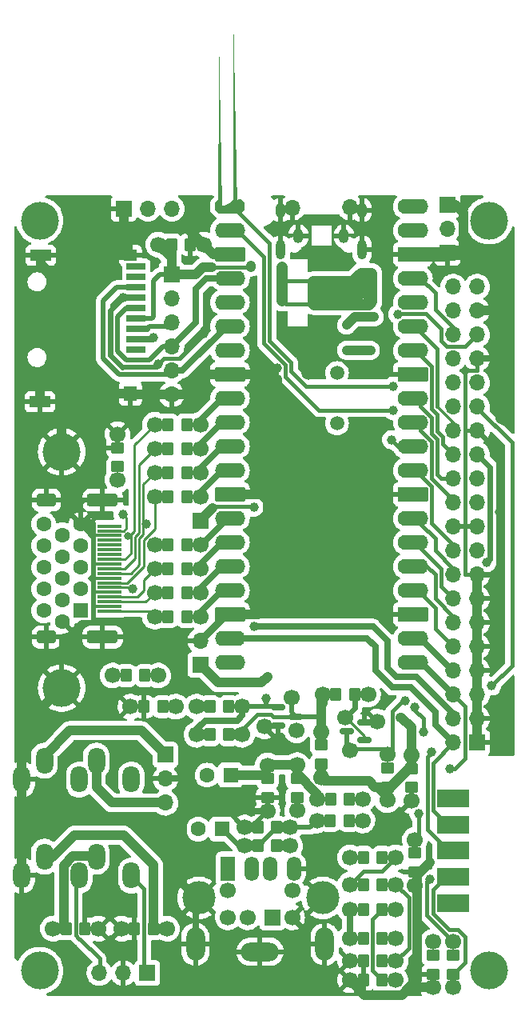
<source format=gtl>
G04 #@! TF.GenerationSoftware,KiCad,Pcbnew,6.0.11-2627ca5db0~126~ubuntu20.04.1*
G04 #@! TF.CreationDate,2023-09-26T13:38:10+05:00*
G04 #@! TF.ProjectId,33NJU23,33334e4a-5532-4332-9e6b-696361645f70,rev?*
G04 #@! TF.SameCoordinates,Original*
G04 #@! TF.FileFunction,Copper,L1,Top*
G04 #@! TF.FilePolarity,Positive*
%FSLAX46Y46*%
G04 Gerber Fmt 4.6, Leading zero omitted, Abs format (unit mm)*
G04 Created by KiCad (PCBNEW 6.0.11-2627ca5db0~126~ubuntu20.04.1) date 2023-09-26 13:38:10*
%MOMM*%
%LPD*%
G01*
G04 APERTURE LIST*
G04 Aperture macros list*
%AMRoundRect*
0 Rectangle with rounded corners*
0 $1 Rounding radius*
0 $2 $3 $4 $5 $6 $7 $8 $9 X,Y pos of 4 corners*
0 Add a 4 corners polygon primitive as box body*
4,1,4,$2,$3,$4,$5,$6,$7,$8,$9,$2,$3,0*
0 Add four circle primitives for the rounded corners*
1,1,$1+$1,$2,$3*
1,1,$1+$1,$4,$5*
1,1,$1+$1,$6,$7*
1,1,$1+$1,$8,$9*
0 Add four rect primitives between the rounded corners*
20,1,$1+$1,$2,$3,$4,$5,0*
20,1,$1+$1,$4,$5,$6,$7,0*
20,1,$1+$1,$6,$7,$8,$9,0*
20,1,$1+$1,$8,$9,$2,$3,0*%
%AMFreePoly0*
4,1,57,1.881438,0.792513,1.914631,0.788760,1.924366,0.782642,1.935575,0.780064,1.961670,0.759195,1.989950,0.741421,2.341668,0.389704,2.359398,0.361385,2.380215,0.335261,2.382772,0.324050,2.388875,0.314303,2.392571,0.281098,2.400000,0.248529,2.400000,-0.248878,2.392513,-0.281438,2.388760,-0.314632,2.382641,-0.324367,2.380064,-0.335575,2.359196,-0.361669,2.341421,-0.389950,
1.989704,-0.741668,1.961385,-0.759398,1.935261,-0.780215,1.924050,-0.782772,1.914303,-0.788875,1.881098,-0.792571,1.848529,-0.800000,-0.248878,-0.800000,-0.281438,-0.792513,-0.314632,-0.788760,-0.324367,-0.782641,-0.335575,-0.780064,-0.361669,-0.759196,-0.389950,-0.741421,-0.741668,-0.389704,-0.759398,-0.361385,-0.780215,-0.335261,-0.782772,-0.324050,-0.788875,-0.314303,-0.792571,-0.281098,
-0.800000,-0.248529,-0.800000,0.248878,-0.792513,0.281438,-0.788760,0.314631,-0.782642,0.324366,-0.780064,0.335575,-0.759195,0.361670,-0.741421,0.389950,-0.389704,0.741668,-0.361385,0.759398,-0.335261,0.780215,-0.324050,0.782772,-0.314303,0.788875,-0.281098,0.792571,-0.248529,0.800000,1.848878,0.800000,1.881438,0.792513,1.881438,0.792513,$1*%
%AMFreePoly1*
4,1,57,0.281438,0.792513,0.314631,0.788760,0.324366,0.782642,0.335575,0.780064,0.361670,0.759195,0.389950,0.741421,0.741668,0.389704,0.759398,0.361385,0.780215,0.335261,0.782772,0.324050,0.788875,0.314303,0.792571,0.281098,0.800000,0.248529,0.800000,-0.248878,0.792513,-0.281438,0.788760,-0.314632,0.782641,-0.324367,0.780064,-0.335575,0.759196,-0.361669,0.741421,-0.389950,
0.389704,-0.741668,0.361385,-0.759398,0.335261,-0.780215,0.324050,-0.782772,0.314303,-0.788875,0.281098,-0.792571,0.248529,-0.800000,-0.248878,-0.800000,-0.281438,-0.792513,-0.314632,-0.788760,-0.324367,-0.782641,-0.335575,-0.780064,-0.361669,-0.759196,-0.389950,-0.741421,-0.741668,-0.389704,-0.759398,-0.361385,-0.780215,-0.335261,-0.782772,-0.324050,-0.788875,-0.314303,-0.792571,-0.281098,
-0.800000,-0.248529,-0.800000,0.248878,-0.792513,0.281438,-0.788760,0.314631,-0.782642,0.324366,-0.780064,0.335575,-0.759195,0.361670,-0.741421,0.389950,-0.389704,0.741668,-0.361385,0.759398,-0.335261,0.780215,-0.324050,0.782772,-0.314303,0.788875,-0.281098,0.792571,-0.248529,0.800000,0.248878,0.800000,0.281438,0.792513,0.281438,0.792513,$1*%
G04 Aperture macros list end*
G04 #@! TA.AperFunction,SMDPad,CuDef*
%ADD10RoundRect,0.250000X0.350000X0.450000X-0.350000X0.450000X-0.350000X-0.450000X0.350000X-0.450000X0*%
G04 #@! TD*
G04 #@! TA.AperFunction,ComponentPad*
%ADD11C,1.700000*%
G04 #@! TD*
G04 #@! TA.AperFunction,SMDPad,CuDef*
%ADD12R,2.000000X0.700000*%
G04 #@! TD*
G04 #@! TA.AperFunction,SMDPad,CuDef*
%ADD13R,1.400000X1.600000*%
G04 #@! TD*
G04 #@! TA.AperFunction,SMDPad,CuDef*
%ADD14R,1.400000X1.200000*%
G04 #@! TD*
G04 #@! TA.AperFunction,SMDPad,CuDef*
%ADD15R,2.200000X1.200000*%
G04 #@! TD*
G04 #@! TA.AperFunction,SMDPad,CuDef*
%ADD16RoundRect,0.250000X-0.350000X-0.450000X0.350000X-0.450000X0.350000X0.450000X-0.350000X0.450000X0*%
G04 #@! TD*
G04 #@! TA.AperFunction,ComponentPad*
%ADD17R,1.700000X1.700000*%
G04 #@! TD*
G04 #@! TA.AperFunction,ComponentPad*
%ADD18O,1.700000X1.700000*%
G04 #@! TD*
G04 #@! TA.AperFunction,SMDPad,CuDef*
%ADD19R,2.600000X0.300000*%
G04 #@! TD*
G04 #@! TA.AperFunction,ComponentPad*
%ADD20RoundRect,0.350000X-1.300000X0.350000X-1.300000X-0.350000X1.300000X-0.350000X1.300000X0.350000X0*%
G04 #@! TD*
G04 #@! TA.AperFunction,ComponentPad*
%ADD21RoundRect,0.350000X-0.700000X0.350000X-0.700000X-0.350000X0.700000X-0.350000X0.700000X0.350000X0*%
G04 #@! TD*
G04 #@! TA.AperFunction,SMDPad,CuDef*
%ADD22RoundRect,0.250000X0.450000X-0.350000X0.450000X0.350000X-0.450000X0.350000X-0.450000X-0.350000X0*%
G04 #@! TD*
G04 #@! TA.AperFunction,SMDPad,CuDef*
%ADD23RoundRect,0.150000X0.587500X0.150000X-0.587500X0.150000X-0.587500X-0.150000X0.587500X-0.150000X0*%
G04 #@! TD*
G04 #@! TA.AperFunction,ComponentPad*
%ADD24O,1.800000X2.800000*%
G04 #@! TD*
G04 #@! TA.AperFunction,ComponentPad*
%ADD25O,2.000000X3.500000*%
G04 #@! TD*
G04 #@! TA.AperFunction,ComponentPad*
%ADD26O,4.000000X2.000000*%
G04 #@! TD*
G04 #@! TA.AperFunction,SMDPad,CuDef*
%ADD27RoundRect,0.150000X-0.587500X-0.150000X0.587500X-0.150000X0.587500X0.150000X-0.587500X0.150000X0*%
G04 #@! TD*
G04 #@! TA.AperFunction,ComponentPad*
%ADD28R,1.524000X2.600000*%
G04 #@! TD*
G04 #@! TA.AperFunction,ComponentPad*
%ADD29O,1.524000X2.600000*%
G04 #@! TD*
G04 #@! TA.AperFunction,ComponentPad*
%ADD30C,3.500000*%
G04 #@! TD*
G04 #@! TA.AperFunction,SMDPad,CuDef*
%ADD31RoundRect,0.250000X-0.450000X0.350000X-0.450000X-0.350000X0.450000X-0.350000X0.450000X0.350000X0*%
G04 #@! TD*
G04 #@! TA.AperFunction,ComponentPad*
%ADD32C,4.000000*%
G04 #@! TD*
G04 #@! TA.AperFunction,ComponentPad*
%ADD33R,1.600000X1.600000*%
G04 #@! TD*
G04 #@! TA.AperFunction,ComponentPad*
%ADD34C,1.600000*%
G04 #@! TD*
G04 #@! TA.AperFunction,SMDPad,CuDef*
%ADD35FreePoly0,0.000000*%
G04 #@! TD*
G04 #@! TA.AperFunction,ComponentPad*
%ADD36FreePoly1,0.000000*%
G04 #@! TD*
G04 #@! TA.AperFunction,SMDPad,CuDef*
%ADD37O,3.200000X1.600000*%
G04 #@! TD*
G04 #@! TA.AperFunction,ComponentPad*
%ADD38RoundRect,0.200000X-0.600000X-0.600000X0.600000X-0.600000X0.600000X0.600000X-0.600000X0.600000X0*%
G04 #@! TD*
G04 #@! TA.AperFunction,SMDPad,CuDef*
%ADD39RoundRect,0.200000X-1.400000X-0.600000X1.400000X-0.600000X1.400000X0.600000X-1.400000X0.600000X0*%
G04 #@! TD*
G04 #@! TA.AperFunction,SMDPad,CuDef*
%ADD40R,3.480000X1.846667*%
G04 #@! TD*
G04 #@! TA.AperFunction,ComponentPad*
%ADD41O,1.000000X1.600000*%
G04 #@! TD*
G04 #@! TA.AperFunction,ComponentPad*
%ADD42O,1.000000X2.100000*%
G04 #@! TD*
G04 #@! TA.AperFunction,ComponentPad*
%ADD43O,1.100000X1.500000*%
G04 #@! TD*
G04 #@! TA.AperFunction,ViaPad*
%ADD44C,4.000000*%
G04 #@! TD*
G04 #@! TA.AperFunction,ViaPad*
%ADD45C,1.500000*%
G04 #@! TD*
G04 #@! TA.AperFunction,ViaPad*
%ADD46C,1.000000*%
G04 #@! TD*
G04 #@! TA.AperFunction,ViaPad*
%ADD47C,0.800000*%
G04 #@! TD*
G04 #@! TA.AperFunction,Conductor*
%ADD48C,0.254000*%
G04 #@! TD*
G04 #@! TA.AperFunction,Conductor*
%ADD49C,0.600000*%
G04 #@! TD*
G04 #@! TA.AperFunction,Conductor*
%ADD50C,1.000000*%
G04 #@! TD*
G04 #@! TA.AperFunction,Conductor*
%ADD51C,0.400000*%
G04 #@! TD*
G04 #@! TA.AperFunction,Conductor*
%ADD52C,0.300000*%
G04 #@! TD*
G04 #@! TA.AperFunction,Conductor*
%ADD53C,0.500000*%
G04 #@! TD*
G04 #@! TA.AperFunction,Conductor*
%ADD54C,0.635000*%
G04 #@! TD*
G04 #@! TA.AperFunction,Conductor*
%ADD55C,0.800000*%
G04 #@! TD*
G04 #@! TA.AperFunction,Conductor*
%ADD56C,1.500000*%
G04 #@! TD*
G04 #@! TA.AperFunction,Conductor*
%ADD57C,1.200000*%
G04 #@! TD*
G04 #@! TA.AperFunction,Conductor*
%ADD58C,0.700000*%
G04 #@! TD*
G04 APERTURE END LIST*
D10*
X58150000Y-95351600D03*
D11*
X59563000Y-95351600D03*
D10*
X56150000Y-95351600D03*
D11*
X54737000Y-95351600D03*
D12*
X43245000Y-44795000D03*
X43245000Y-43695000D03*
X43245000Y-42595000D03*
X43245000Y-41495000D03*
X43245000Y-40395000D03*
D13*
X42645000Y-49395000D03*
D12*
X43245000Y-39295000D03*
D14*
X42645000Y-34795000D03*
D15*
X33145000Y-34795000D03*
X33045000Y-50295000D03*
D12*
X43245000Y-38195000D03*
X43245000Y-37095000D03*
X43245000Y-35995000D03*
D16*
X46625000Y-67945000D03*
D11*
X45212000Y-67945000D03*
D16*
X48625000Y-67945000D03*
D11*
X50038000Y-67945000D03*
X45212000Y-70485000D03*
D16*
X46625000Y-70485000D03*
X48625000Y-70485000D03*
D11*
X50038000Y-70485000D03*
X45212000Y-55245000D03*
D16*
X46625000Y-55245000D03*
X48625000Y-55245000D03*
D11*
X50038000Y-55245000D03*
D10*
X46059675Y-82550000D03*
D11*
X47472675Y-82550000D03*
D10*
X44059675Y-82550000D03*
D11*
X42646675Y-82550000D03*
D16*
X42175031Y-79258622D03*
D11*
X40762031Y-79258622D03*
D16*
X44175031Y-79258622D03*
D11*
X45588031Y-79258622D03*
D16*
X51070000Y-82550000D03*
D11*
X49657000Y-82550000D03*
D16*
X53070000Y-82550000D03*
D11*
X54483000Y-82550000D03*
X62992000Y-81280000D03*
D16*
X64405000Y-81280000D03*
X66405000Y-81280000D03*
D11*
X67818000Y-81280000D03*
X62400724Y-94591650D03*
D16*
X63813724Y-94591650D03*
X65813724Y-94591650D03*
D11*
X67226724Y-94591650D03*
X65913000Y-104013000D03*
D16*
X67326000Y-104013000D03*
D11*
X70739000Y-104013000D03*
D16*
X69326000Y-104013000D03*
X67317000Y-98497000D03*
D11*
X65904000Y-98497000D03*
D16*
X69317000Y-98497000D03*
D11*
X70730000Y-98497000D03*
D17*
X79375000Y-86355000D03*
D18*
X76835000Y-86355000D03*
X79375000Y-83815000D03*
X76835000Y-83815000D03*
X79375000Y-81275000D03*
X76835000Y-81275000D03*
X79375000Y-78735000D03*
X76835000Y-78735000D03*
X79375000Y-76195000D03*
X76835000Y-76195000D03*
X79375000Y-73655000D03*
X76835000Y-73655000D03*
X79375000Y-71115000D03*
X76835000Y-71115000D03*
X79375000Y-68575000D03*
X76835000Y-68575000D03*
X79375000Y-66035000D03*
X76835000Y-66035000D03*
X79375000Y-63495000D03*
X76835000Y-63495000D03*
X79375000Y-60955000D03*
X76835000Y-60955000D03*
X79375000Y-58415000D03*
X76835000Y-58415000D03*
X79375000Y-55875000D03*
X76835000Y-55875000D03*
X79375000Y-53335000D03*
X76835000Y-53335000D03*
X79375000Y-50795000D03*
X76835000Y-50795000D03*
X79375000Y-48255000D03*
X76835000Y-48255000D03*
X79375000Y-45715000D03*
X76835000Y-45715000D03*
X79375000Y-43175000D03*
X76835000Y-43175000D03*
X79375000Y-40635000D03*
X76835000Y-40635000D03*
X79375000Y-38095000D03*
X76835000Y-38095000D03*
D10*
X45085000Y-106045000D03*
D11*
X46498000Y-106045000D03*
X41672000Y-106045000D03*
D10*
X43085000Y-106045000D03*
D19*
X40455000Y-72445000D03*
X40455000Y-71945000D03*
X40455000Y-71445000D03*
X40455000Y-70945000D03*
X40455000Y-70445000D03*
X40455000Y-69945000D03*
X40455000Y-69445000D03*
X40455000Y-68945000D03*
X40455000Y-68445000D03*
X40455000Y-67945000D03*
X40455000Y-67445000D03*
X40455000Y-66945000D03*
X40455000Y-66445000D03*
X40455000Y-65945000D03*
X40455000Y-65445000D03*
X40455000Y-64945000D03*
X40455000Y-64445000D03*
X40455000Y-63945000D03*
X40455000Y-63445000D03*
D20*
X39695000Y-60695000D03*
D21*
X33735000Y-60695000D03*
X33735000Y-75195000D03*
D20*
X39695000Y-75195000D03*
D16*
X63843288Y-92344802D03*
D11*
X62430288Y-92344802D03*
D16*
X65843288Y-92344802D03*
D11*
X67256288Y-92344802D03*
X45212000Y-52705000D03*
D16*
X46625000Y-52705000D03*
D11*
X50038000Y-52705000D03*
D16*
X48625000Y-52705000D03*
D17*
X50033422Y-78130833D03*
D18*
X50033422Y-75590833D03*
D16*
X51050000Y-85524500D03*
D11*
X49637000Y-85524500D03*
X54463000Y-85524500D03*
D16*
X53050000Y-85524500D03*
D11*
X62865000Y-90043000D03*
D22*
X62865000Y-88630000D03*
D11*
X62865000Y-85217000D03*
D22*
X62865000Y-86630000D03*
D11*
X50403000Y-33655000D03*
D10*
X48990000Y-33655000D03*
D11*
X45577000Y-33655000D03*
D10*
X46990000Y-33655000D03*
D17*
X50043916Y-62874035D03*
D11*
X65375497Y-83723399D03*
D23*
X67406881Y-86115527D03*
X67406881Y-84215527D03*
D11*
X68792024Y-84144777D03*
X65868066Y-87202778D03*
D23*
X65531881Y-85165527D03*
D24*
X39025000Y-88270000D03*
X37225000Y-90270000D03*
X31125000Y-90270000D03*
X33525000Y-88270000D03*
X42725000Y-90270000D03*
D17*
X57673448Y-104839098D03*
D11*
X55073448Y-104839098D03*
X59773448Y-104839098D03*
D25*
X49523448Y-107689098D03*
X63223448Y-107689098D03*
D26*
X56373448Y-108489098D03*
D11*
X52973448Y-104839098D03*
X59773448Y-102039098D03*
X52973448Y-102039098D03*
X70723000Y-109474000D03*
D10*
X69310000Y-109474000D03*
X67310000Y-109474000D03*
D11*
X65897000Y-109474000D03*
X70720000Y-107067000D03*
D10*
X69307000Y-107067000D03*
D11*
X65894000Y-107067000D03*
D10*
X67307000Y-107067000D03*
D24*
X39025000Y-98430000D03*
X37225000Y-100430000D03*
X31125000Y-100430000D03*
X33525000Y-98430000D03*
X42725000Y-100430000D03*
D16*
X56150000Y-97282000D03*
D11*
X54737000Y-97282000D03*
X59563000Y-97282000D03*
D16*
X58150000Y-97282000D03*
D11*
X69850000Y-92456000D03*
D22*
X69850000Y-91043000D03*
X69850000Y-89043000D03*
D11*
X69850000Y-87630000D03*
X60227503Y-85059601D03*
D27*
X58300352Y-82649390D03*
X58300352Y-84549390D03*
D11*
X56810976Y-84638223D03*
X59734934Y-81580222D03*
D27*
X60175352Y-83599390D03*
D17*
X44434070Y-110738885D03*
D18*
X41894070Y-110738885D03*
X39354070Y-110738885D03*
D28*
X52959000Y-99695000D03*
D29*
X55459000Y-99695000D03*
X57459000Y-99695000D03*
X59959000Y-99695000D03*
D30*
X49889000Y-102786000D03*
X63029000Y-102786000D03*
D31*
X72771000Y-98060000D03*
D11*
X72771000Y-96647000D03*
X72771000Y-101473000D03*
D31*
X72771000Y-100060000D03*
D11*
X45212000Y-60325000D03*
D16*
X46625000Y-60325000D03*
D11*
X50038000Y-60325000D03*
D16*
X48625000Y-60325000D03*
D32*
X35350331Y-80575000D03*
X35350331Y-55575000D03*
D33*
X37400331Y-72390000D03*
D34*
X37400331Y-70100000D03*
X37400331Y-67810000D03*
X37400331Y-65520000D03*
X37400331Y-63230000D03*
X35420331Y-73535000D03*
X35420331Y-71245000D03*
X35420331Y-68955000D03*
X35420331Y-66665000D03*
X35420331Y-64375000D03*
X33440331Y-72390000D03*
X33440331Y-70100000D03*
X33440331Y-67810000D03*
X33440331Y-65520000D03*
X33440331Y-63230000D03*
D11*
X34417000Y-106045000D03*
D16*
X35830000Y-106045000D03*
X37830000Y-106045000D03*
D11*
X39243000Y-106045000D03*
D35*
X52375000Y-29595000D03*
D36*
X53975000Y-29595000D03*
D34*
X53975000Y-32135000D03*
D37*
X53175000Y-32135000D03*
D38*
X53975000Y-34675000D03*
D39*
X53175000Y-34675000D03*
D37*
X53175000Y-37215000D03*
D34*
X53975000Y-37215000D03*
D37*
X53175000Y-39755000D03*
D34*
X53975000Y-39755000D03*
X53975000Y-42295000D03*
D37*
X53175000Y-42295000D03*
X53175000Y-44835000D03*
D34*
X53975000Y-44835000D03*
D39*
X53175000Y-47375000D03*
D38*
X53975000Y-47375000D03*
D34*
X53975000Y-49915000D03*
D37*
X53175000Y-49915000D03*
D34*
X53975000Y-52455000D03*
D37*
X53175000Y-52455000D03*
D34*
X53975000Y-54995000D03*
D37*
X53175000Y-54995000D03*
D34*
X53975000Y-57535000D03*
D37*
X53175000Y-57535000D03*
D38*
X53975000Y-60075000D03*
D39*
X53175000Y-60075000D03*
D37*
X53175000Y-62615000D03*
D34*
X53975000Y-62615000D03*
D37*
X53175000Y-65155000D03*
D34*
X53975000Y-65155000D03*
X53975000Y-67695000D03*
D37*
X53175000Y-67695000D03*
X53175000Y-70235000D03*
D34*
X53975000Y-70235000D03*
D38*
X53975000Y-72775000D03*
D39*
X53175000Y-72775000D03*
D37*
X53175000Y-75315000D03*
D34*
X53975000Y-75315000D03*
D37*
X53175000Y-77855000D03*
D34*
X53975000Y-77855000D03*
D37*
X72555000Y-77855000D03*
D34*
X71755000Y-77855000D03*
X71755000Y-75315000D03*
D37*
X72555000Y-75315000D03*
D38*
X71755000Y-72775000D03*
D39*
X72555000Y-72775000D03*
D34*
X71755000Y-70235000D03*
D37*
X72555000Y-70235000D03*
X72555000Y-67695000D03*
D34*
X71755000Y-67695000D03*
X71755000Y-65155000D03*
D37*
X72555000Y-65155000D03*
X72555000Y-62615000D03*
D34*
X71755000Y-62615000D03*
D38*
X71755000Y-60075000D03*
D39*
X72555000Y-60075000D03*
D34*
X71755000Y-57535000D03*
D37*
X72555000Y-57535000D03*
X72555000Y-54995000D03*
D34*
X71755000Y-54995000D03*
D37*
X72555000Y-52455000D03*
D34*
X71755000Y-52455000D03*
D37*
X72555000Y-49915000D03*
D34*
X71755000Y-49915000D03*
D38*
X71755000Y-47375000D03*
D39*
X72555000Y-47375000D03*
D34*
X71755000Y-44835000D03*
D37*
X72555000Y-44835000D03*
D34*
X71755000Y-42295000D03*
D37*
X72555000Y-42295000D03*
X72555000Y-39755000D03*
D34*
X71755000Y-39755000D03*
X71755000Y-37215000D03*
D37*
X72555000Y-37215000D03*
D39*
X72555000Y-34675000D03*
D38*
X71755000Y-34675000D03*
D34*
X71755000Y-32135000D03*
D37*
X72555000Y-32135000D03*
D34*
X71755000Y-29595000D03*
D37*
X72555000Y-29595000D03*
D11*
X70723000Y-111506000D03*
D10*
X69310000Y-111506000D03*
D11*
X65897000Y-111506000D03*
D10*
X67310000Y-111506000D03*
D31*
X60293101Y-90149032D03*
D11*
X60293101Y-88736032D03*
D31*
X60293101Y-92149032D03*
D11*
X60293101Y-93562032D03*
D33*
X52324000Y-95504000D03*
D34*
X49824000Y-95504000D03*
D31*
X74676000Y-108855000D03*
D11*
X74676000Y-107442000D03*
D31*
X74676000Y-110855000D03*
D11*
X74676000Y-112268000D03*
D22*
X41275000Y-57145923D03*
D11*
X41275000Y-58558923D03*
X41275000Y-53732923D03*
D22*
X41275000Y-55145923D03*
D33*
X53259791Y-89789000D03*
D34*
X50759791Y-89789000D03*
D40*
X76839500Y-103330000D03*
X76839500Y-100560000D03*
X76839500Y-97790000D03*
X76839500Y-95020000D03*
X76839500Y-92250000D03*
D17*
X46990000Y-36830000D03*
D18*
X46990000Y-39370000D03*
X46990000Y-41910000D03*
X46990000Y-44450000D03*
X46990000Y-46990000D03*
X46990000Y-49530000D03*
D11*
X76835000Y-107442000D03*
D31*
X76835000Y-108855000D03*
D11*
X76835000Y-112268000D03*
D31*
X76835000Y-110855000D03*
D11*
X57150000Y-88757000D03*
D31*
X57150000Y-90170000D03*
X57150000Y-92170000D03*
D11*
X57150000Y-93583000D03*
X45212000Y-57785000D03*
D16*
X46625000Y-57785000D03*
D11*
X50038000Y-57785000D03*
D16*
X48625000Y-57785000D03*
X67317000Y-101387000D03*
D11*
X65904000Y-101387000D03*
X70730000Y-101387000D03*
D16*
X69317000Y-101387000D03*
D11*
X45212000Y-65405000D03*
D16*
X46625000Y-65405000D03*
D11*
X50038000Y-65405000D03*
D16*
X48625000Y-65405000D03*
D31*
X72390000Y-89112553D03*
D11*
X72390000Y-87699553D03*
D31*
X72390000Y-91112553D03*
D11*
X72390000Y-92525553D03*
D17*
X76225479Y-29452407D03*
D18*
X76225479Y-31992407D03*
D17*
X76225479Y-34532407D03*
X46355000Y-87645000D03*
D18*
X46355000Y-90185000D03*
X46355000Y-92725000D03*
D17*
X41925000Y-29845000D03*
D18*
X44465000Y-29845000D03*
X47005000Y-29845000D03*
D11*
X45212000Y-73025000D03*
D16*
X46625000Y-73025000D03*
D11*
X50038000Y-73025000D03*
D16*
X48625000Y-73025000D03*
D41*
X67185000Y-30011000D03*
D42*
X67185000Y-34191000D03*
D41*
X58545000Y-30011000D03*
D42*
X58545000Y-34191000D03*
D18*
X65913000Y-29718000D03*
X59817000Y-29746000D03*
D43*
X65260000Y-32746000D03*
X60420000Y-32746000D03*
D44*
X33020000Y-110490000D03*
X33020000Y-31115000D03*
X80645000Y-110490000D03*
X80645000Y-31115000D03*
D45*
X61468000Y-52578000D03*
D46*
X71755000Y-94996000D03*
X58166000Y-53213000D03*
X70612000Y-96647000D03*
X37211000Y-39497000D03*
X61214000Y-43974500D03*
X74399998Y-99048883D03*
X41875561Y-39249625D03*
X50419000Y-43053000D03*
X81724500Y-61976000D03*
X58166000Y-47879000D03*
D45*
X61468000Y-47244000D03*
D46*
X45604083Y-46297042D03*
X58166000Y-54483000D03*
X71120000Y-95758000D03*
X58166000Y-51943000D03*
X82285500Y-52324000D03*
X58166000Y-49149000D03*
X58166000Y-46736000D03*
X42897723Y-70118500D03*
X44349507Y-63246000D03*
D47*
X42400680Y-64525153D03*
D46*
X58674000Y-36068000D03*
D45*
X64516000Y-47244000D03*
D46*
X41846500Y-62230000D03*
X55725110Y-61440110D03*
X67921983Y-39981983D03*
X68199000Y-36703000D03*
X67056000Y-36703000D03*
X70453148Y-48618795D03*
X70474300Y-51191700D03*
X45085000Y-43494500D03*
X74539500Y-87376000D03*
X55755380Y-74076819D03*
X73176500Y-93860607D03*
X74358050Y-100787181D03*
X76454000Y-89164500D03*
X70295688Y-54295687D03*
X71264011Y-83675989D03*
X65532000Y-42164000D03*
X65532000Y-44831000D03*
D45*
X64516000Y-52578000D03*
D46*
X55425000Y-35854176D03*
X68460461Y-41281983D03*
X57150000Y-79375000D03*
X68065001Y-44837999D03*
X80928691Y-80363396D03*
X71755000Y-81915000D03*
X57023000Y-81661000D03*
X80391000Y-67310000D03*
X72760500Y-82587062D03*
X73685741Y-85242741D03*
X70957752Y-41024999D03*
D48*
X44632000Y-72445000D02*
X45212000Y-73025000D01*
X40455000Y-72445000D02*
X44632000Y-72445000D01*
D49*
X81257000Y-68575000D02*
X79375000Y-68575000D01*
D50*
X37400331Y-63230000D02*
X38432437Y-63230000D01*
X31125000Y-90270000D02*
X31125000Y-84800331D01*
D51*
X78110000Y-68575000D02*
X79375000Y-68575000D01*
D52*
X38715000Y-70445000D02*
X38705000Y-70455000D01*
D53*
X38705000Y-71785000D02*
X38705000Y-73630000D01*
D50*
X79375000Y-40635000D02*
X81910000Y-40635000D01*
D51*
X58300352Y-84549390D02*
X56899809Y-84549390D01*
D54*
X48275000Y-90185000D02*
X48275000Y-93360000D01*
D50*
X33145000Y-35685000D02*
X33145000Y-34795000D01*
X56265000Y-47375000D02*
X56515000Y-47625000D01*
X54995000Y-72775000D02*
X53975000Y-72775000D01*
D52*
X40455000Y-67445000D02*
X38810000Y-67445000D01*
D54*
X37211000Y-39497000D02*
X37211000Y-37846000D01*
D51*
X78105000Y-63500000D02*
X78105000Y-68580000D01*
D54*
X49523448Y-102876552D02*
X49523448Y-107689098D01*
D53*
X36565000Y-74560000D02*
X36565000Y-75195000D01*
D54*
X41920936Y-39295000D02*
X43245000Y-39295000D01*
D51*
X56899809Y-84549390D02*
X56810976Y-84638223D01*
D53*
X38531701Y-63230000D02*
X38705000Y-63403299D01*
D51*
X47498000Y-45700000D02*
X47772000Y-45700000D01*
D54*
X81910000Y-45715000D02*
X81915000Y-45720000D01*
D50*
X77945000Y-34299814D02*
X77712407Y-34532407D01*
D53*
X38705000Y-69185000D02*
X38705000Y-70455000D01*
D55*
X52793680Y-72775000D02*
X50033422Y-75535258D01*
D50*
X34925000Y-37465000D02*
X36830000Y-37465000D01*
D52*
X40455000Y-68945000D02*
X38945000Y-68945000D01*
D50*
X71365032Y-113056000D02*
X67447000Y-113056000D01*
X41925000Y-32370000D02*
X41925000Y-29845000D01*
D49*
X79375000Y-53335000D02*
X81661000Y-55621000D01*
D53*
X36565000Y-60695000D02*
X33735000Y-60695000D01*
D51*
X79375000Y-46990000D02*
X79375000Y-45715000D01*
D50*
X81910000Y-43175000D02*
X81915000Y-43180000D01*
X50415000Y-47375000D02*
X48260000Y-49530000D01*
X73036000Y-111385032D02*
X72144516Y-112276516D01*
X31125000Y-84800331D02*
X35350331Y-80575000D01*
X77945000Y-30320000D02*
X77945000Y-34299814D01*
D53*
X36565000Y-59425000D02*
X36565000Y-60695000D01*
D50*
X42545000Y-31750000D02*
X48498000Y-31750000D01*
X34925000Y-37465000D02*
X33145000Y-35685000D01*
X33045000Y-47650000D02*
X33045000Y-50295000D01*
D53*
X35350331Y-75495331D02*
X35420331Y-75425331D01*
D56*
X81915000Y-43180000D02*
X81915000Y-45720000D01*
D53*
X38705000Y-67340000D02*
X38705000Y-69185000D01*
D56*
X81915000Y-35560000D02*
X81915000Y-40640000D01*
D50*
X74399998Y-99048883D02*
X73025000Y-100423881D01*
D53*
X37730000Y-60695000D02*
X36565000Y-60695000D01*
X38705000Y-63403299D02*
X38705000Y-64165000D01*
D56*
X76082886Y-34675000D02*
X76225479Y-34532407D01*
D51*
X71755000Y-60075000D02*
X69465000Y-60075000D01*
D50*
X41405000Y-34795000D02*
X41925000Y-34275000D01*
D53*
X37400331Y-63230000D02*
X37400331Y-61024669D01*
X35420331Y-75425331D02*
X35650662Y-75195000D01*
X54737000Y-95351600D02*
X55381400Y-95351600D01*
D50*
X56515000Y-59690000D02*
X56130000Y-60075000D01*
D51*
X47772000Y-45700000D02*
X50419000Y-43053000D01*
D50*
X35350331Y-51644669D02*
X35350331Y-55575000D01*
X74676000Y-112268000D02*
X72153032Y-112268000D01*
D56*
X80887407Y-34532407D02*
X81915000Y-35560000D01*
D52*
X40455000Y-64445000D02*
X38985000Y-64445000D01*
D53*
X45466000Y-46609000D02*
X45604083Y-46470917D01*
X37200000Y-75195000D02*
X33735000Y-75195000D01*
D50*
X54584600Y-95504000D02*
X54737000Y-95351600D01*
X73025000Y-101003208D02*
X73036000Y-101014208D01*
D49*
X81661000Y-61976000D02*
X81724500Y-61976000D01*
D50*
X58166000Y-49149000D02*
X58166000Y-47879000D01*
D56*
X76225479Y-34532407D02*
X77712407Y-34532407D01*
D50*
X36830000Y-37465000D02*
X39500000Y-34795000D01*
D51*
X78145000Y-46990000D02*
X79375000Y-46990000D01*
X46201125Y-45700000D02*
X47498000Y-45700000D01*
D50*
X34925000Y-47625000D02*
X33020000Y-47625000D01*
D51*
X45604083Y-46297042D02*
X46201125Y-45700000D01*
D50*
X79375000Y-68575000D02*
X79375000Y-86355000D01*
D51*
X69465000Y-60075000D02*
X69215000Y-60325000D01*
D50*
X73025000Y-100423881D02*
X73025000Y-101003208D01*
D57*
X81915000Y-45720000D02*
X81915000Y-52052786D01*
D50*
X58166000Y-53213000D02*
X58166000Y-51816000D01*
X52255000Y-34795000D02*
X52375000Y-34675000D01*
X41405000Y-34795000D02*
X42645000Y-34795000D01*
D49*
X81661000Y-68171000D02*
X81257000Y-68575000D01*
D50*
X48260000Y-49530000D02*
X46990000Y-49530000D01*
D54*
X79380000Y-45720000D02*
X79375000Y-45715000D01*
D50*
X81910000Y-40635000D02*
X81915000Y-40640000D01*
D53*
X38675000Y-73660000D02*
X37465000Y-73660000D01*
D50*
X51435000Y-34687000D02*
X52363000Y-34687000D01*
X42780000Y-49530000D02*
X42645000Y-49395000D01*
D54*
X49530000Y-102870000D02*
X49523448Y-102876552D01*
D53*
X36565000Y-75195000D02*
X37200000Y-75195000D01*
D50*
X46990000Y-49530000D02*
X42780000Y-49530000D01*
D49*
X40513000Y-45339000D02*
X41783000Y-46609000D01*
D50*
X50403000Y-33655000D02*
X51435000Y-34687000D01*
D53*
X37400331Y-63230000D02*
X38531701Y-63230000D01*
X38705000Y-64165000D02*
X38705000Y-67340000D01*
D50*
X41925000Y-32370000D02*
X42545000Y-31750000D01*
D53*
X35350331Y-80575000D02*
X35350331Y-75495331D01*
D50*
X39500000Y-34795000D02*
X41405000Y-34795000D01*
X43085000Y-106045000D02*
X41672000Y-106045000D01*
D53*
X45604083Y-46470917D02*
X45604083Y-46297042D01*
D50*
X41925000Y-34275000D02*
X41925000Y-32370000D01*
D53*
X37465000Y-73660000D02*
X36565000Y-74560000D01*
D54*
X81915000Y-45720000D02*
X79380000Y-45720000D01*
D51*
X78105000Y-53340000D02*
X78105000Y-63500000D01*
D50*
X58166000Y-51816000D02*
X58166000Y-49149000D01*
D52*
X40455000Y-71945000D02*
X38865000Y-71945000D01*
D51*
X78105000Y-68580000D02*
X78110000Y-68575000D01*
X78110000Y-53335000D02*
X78125000Y-53320000D01*
D50*
X56130000Y-60075000D02*
X53975000Y-60075000D01*
D53*
X35350331Y-58210331D02*
X36565000Y-59425000D01*
D50*
X33020000Y-47625000D02*
X33045000Y-47650000D01*
D51*
X78125000Y-53320000D02*
X78125000Y-47010000D01*
D52*
X38865000Y-71945000D02*
X38705000Y-71785000D01*
D50*
X56515000Y-47625000D02*
X56515000Y-59690000D01*
X76225479Y-29452407D02*
X77077407Y-29452407D01*
D54*
X46355000Y-90185000D02*
X48275000Y-90185000D01*
X41875561Y-39249625D02*
X41920936Y-39295000D01*
D48*
X56150000Y-95351600D02*
X56533082Y-95734682D01*
D56*
X71755000Y-34675000D02*
X76082886Y-34675000D01*
D53*
X41783000Y-46609000D02*
X45466000Y-46609000D01*
D49*
X81661000Y-55621000D02*
X81661000Y-61976000D01*
D53*
X37400331Y-61024669D02*
X37730000Y-60695000D01*
D51*
X79375000Y-53335000D02*
X78110000Y-53335000D01*
X72153032Y-112268000D02*
X72144516Y-112276516D01*
D49*
X41875561Y-39249625D02*
X40513000Y-40612186D01*
D50*
X36695000Y-49395000D02*
X34925000Y-47625000D01*
X53975000Y-72775000D02*
X52793680Y-72775000D01*
X56515000Y-59690000D02*
X57150000Y-60325000D01*
X38455000Y-63252563D02*
X38455000Y-63635050D01*
D52*
X38985000Y-64445000D02*
X38705000Y-64165000D01*
D53*
X38705000Y-73630000D02*
X38675000Y-73660000D01*
D50*
X56150000Y-95351600D02*
X54737000Y-95351600D01*
X73036000Y-101014208D02*
X73036000Y-111385032D01*
X53975000Y-47375000D02*
X56265000Y-47375000D01*
D54*
X51673000Y-93583000D02*
X48498000Y-93583000D01*
D50*
X37400331Y-63230000D02*
X37830000Y-63230000D01*
D56*
X77712407Y-34532407D02*
X80887407Y-34532407D01*
D50*
X37830000Y-63230000D02*
X38100000Y-63500000D01*
D51*
X69215000Y-60325000D02*
X69215000Y-72390000D01*
X78125000Y-47010000D02*
X78145000Y-46990000D01*
D49*
X40513000Y-40612186D02*
X40513000Y-45339000D01*
D50*
X48498000Y-31750000D02*
X50403000Y-33655000D01*
D52*
X38945000Y-68945000D02*
X38705000Y-69185000D01*
D48*
X56533082Y-95734682D02*
X56533082Y-95837016D01*
D50*
X37600000Y-49395000D02*
X36695000Y-49395000D01*
D53*
X38705000Y-70455000D02*
X38705000Y-71785000D01*
D50*
X82014286Y-52052786D02*
X82285500Y-52324000D01*
D54*
X48275000Y-93360000D02*
X48275000Y-101615000D01*
D50*
X72144516Y-112276516D02*
X71365032Y-113056000D01*
D51*
X78110000Y-63495000D02*
X78105000Y-63500000D01*
D49*
X81661000Y-61976000D02*
X81661000Y-68171000D01*
D50*
X81915000Y-52052786D02*
X82014286Y-52052786D01*
D53*
X37200000Y-75195000D02*
X39695000Y-75195000D01*
D51*
X78110000Y-53335000D02*
X78105000Y-53340000D01*
D53*
X35650662Y-75195000D02*
X36565000Y-75195000D01*
D56*
X81915000Y-40640000D02*
X81915000Y-43180000D01*
D51*
X71755000Y-72775000D02*
X69600000Y-72775000D01*
D50*
X52363000Y-34687000D02*
X52375000Y-34675000D01*
D51*
X69600000Y-72775000D02*
X69215000Y-72390000D01*
D53*
X56815753Y-84643000D02*
X56810976Y-84638223D01*
D51*
X79375000Y-63495000D02*
X78110000Y-63495000D01*
D54*
X37211000Y-37846000D02*
X36830000Y-37465000D01*
X57150000Y-93583000D02*
X51673000Y-93583000D01*
D50*
X37600000Y-49395000D02*
X35350331Y-51644669D01*
D53*
X35350331Y-55575000D02*
X35350331Y-58210331D01*
D52*
X40455000Y-70445000D02*
X38715000Y-70445000D01*
D51*
X71755000Y-72775000D02*
X54995000Y-72775000D01*
D50*
X34925000Y-47625000D02*
X34925000Y-37465000D01*
X53975000Y-47375000D02*
X50415000Y-47375000D01*
X42645000Y-49395000D02*
X37600000Y-49395000D01*
X38432437Y-63230000D02*
X38455000Y-63252563D01*
D52*
X38810000Y-67445000D02*
X38705000Y-67340000D01*
D54*
X48275000Y-101615000D02*
X49530000Y-102870000D01*
D50*
X31125000Y-100430000D02*
X31125000Y-90270000D01*
X57150000Y-71755000D02*
X56130000Y-72775000D01*
X50033422Y-75535258D02*
X50033422Y-75590833D01*
X57150000Y-60325000D02*
X57150000Y-71755000D01*
D54*
X48498000Y-93583000D02*
X48275000Y-93360000D01*
D50*
X67447000Y-113056000D02*
X65897000Y-111506000D01*
D53*
X39695000Y-60695000D02*
X37730000Y-60695000D01*
D50*
X56130000Y-72775000D02*
X54995000Y-72775000D01*
D53*
X55381400Y-95351600D02*
X57150000Y-93583000D01*
D50*
X77077407Y-29452407D02*
X77945000Y-30320000D01*
D48*
X40455000Y-71445000D02*
X44252000Y-71445000D01*
X44252000Y-71445000D02*
X45212000Y-70485000D01*
X44035000Y-69122000D02*
X45212000Y-67945000D01*
X43355000Y-70945000D02*
X44035000Y-70265000D01*
X44035000Y-70265000D02*
X44035000Y-69122000D01*
X40455000Y-70945000D02*
X43355000Y-70945000D01*
X42637606Y-70118500D02*
X42897723Y-70118500D01*
X40455000Y-69945000D02*
X42464106Y-69945000D01*
X42464106Y-69945000D02*
X42637606Y-70118500D01*
X45212000Y-63754000D02*
X45212000Y-60325000D01*
X44724470Y-64228000D02*
X44738000Y-64228000D01*
X44738000Y-64228000D02*
X45212000Y-63754000D01*
X40455000Y-69445000D02*
X42322053Y-69445000D01*
X44035000Y-64917470D02*
X44724470Y-64228000D01*
X42322053Y-69445000D02*
X44035000Y-67732053D01*
X44035000Y-67732053D02*
X44035000Y-64917470D01*
X44041909Y-63402895D02*
X44400202Y-63402895D01*
X43977007Y-59019993D02*
X45212000Y-57785000D01*
X43977007Y-63337993D02*
X44041909Y-63402895D01*
X40455000Y-68445000D02*
X42680000Y-68445000D01*
X43977007Y-64333410D02*
X43977007Y-63337993D01*
X43581000Y-64729417D02*
X43977007Y-64333410D01*
X43977007Y-63337993D02*
X43977007Y-59019993D01*
X42680000Y-68445000D02*
X43581000Y-67544000D01*
X43581000Y-67544000D02*
X43581000Y-64729417D01*
X43523007Y-56933993D02*
X45212000Y-55245000D01*
X43127000Y-66827000D02*
X43127000Y-64541365D01*
X42009000Y-67945000D02*
X43127000Y-66827000D01*
X43127000Y-64541365D02*
X43523007Y-64145358D01*
X43523007Y-64145358D02*
X43523007Y-56933993D01*
X40455000Y-67945000D02*
X42009000Y-67945000D01*
X40455000Y-66945000D02*
X42059000Y-66945000D01*
X43069007Y-63957306D02*
X43069007Y-60960000D01*
X42673000Y-64353313D02*
X42501160Y-64525153D01*
X42673000Y-64642000D02*
X42673000Y-64353313D01*
X42059000Y-66945000D02*
X42673000Y-66331000D01*
X42673000Y-66331000D02*
X42673000Y-64642000D01*
X42501160Y-64525153D02*
X42400680Y-64525153D01*
X43069007Y-63957306D02*
X43069007Y-54847993D01*
X43069007Y-54847993D02*
X45212000Y-52705000D01*
X42673000Y-64353313D02*
X43069007Y-63957306D01*
D50*
X50043916Y-62824764D02*
X51354340Y-61514340D01*
D51*
X66284000Y-37475000D02*
X67056000Y-36703000D01*
D57*
X66167000Y-37592000D02*
X62015000Y-37592000D01*
D51*
X55725110Y-61440110D02*
X55638518Y-61353518D01*
D57*
X68199000Y-39704966D02*
X67921983Y-39981983D01*
D52*
X59065000Y-39878000D02*
X59112000Y-39925000D01*
D51*
X59065000Y-37455000D02*
X59085000Y-37475000D01*
X67915000Y-39975000D02*
X67921983Y-39981983D01*
D48*
X41926039Y-63945000D02*
X42196748Y-63674291D01*
D57*
X65952000Y-37680000D02*
X67095000Y-38823000D01*
D53*
X59065000Y-37455000D02*
X59065000Y-39878000D01*
D57*
X58674000Y-39624000D02*
X58674000Y-36068000D01*
X62015000Y-38823000D02*
X62269000Y-38823000D01*
D53*
X58674000Y-36068000D02*
X59065000Y-36459000D01*
D57*
X62079983Y-39981983D02*
X67921983Y-39981983D01*
D51*
X55638518Y-61353518D02*
X51676482Y-61353518D01*
D57*
X67310000Y-37592000D02*
X68072000Y-36830000D01*
X62015000Y-38823000D02*
X62015000Y-39917000D01*
D48*
X42196748Y-62580248D02*
X41846500Y-62230000D01*
D57*
X67921983Y-39981983D02*
X67921983Y-37996017D01*
X62015000Y-37592000D02*
X67310000Y-37592000D01*
X65952000Y-37680000D02*
X63412000Y-37680000D01*
D51*
X59085000Y-37475000D02*
X66284000Y-37475000D01*
D57*
X62269000Y-38823000D02*
X67095000Y-38823000D01*
D48*
X40455000Y-63945000D02*
X41926039Y-63945000D01*
D57*
X62015000Y-37592000D02*
X62015000Y-38823000D01*
X62015000Y-37592000D02*
X65864000Y-37592000D01*
X63412000Y-37680000D02*
X62269000Y-38823000D01*
D51*
X59162000Y-39975000D02*
X67915000Y-39975000D01*
D48*
X40455000Y-63945000D02*
X40478000Y-63968000D01*
D57*
X67921983Y-37996017D02*
X68072000Y-37846000D01*
D51*
X59112000Y-39925000D02*
X59162000Y-39975000D01*
D53*
X59065000Y-36459000D02*
X59065000Y-37455000D01*
D57*
X67095000Y-38823000D02*
X68072000Y-37846000D01*
X67056000Y-36703000D02*
X66167000Y-37592000D01*
X62015000Y-39917000D02*
X62079983Y-39981983D01*
X68199000Y-36703000D02*
X67056000Y-36703000D01*
D48*
X42196748Y-63674291D02*
X42196748Y-62580248D01*
D57*
X68199000Y-36703000D02*
X68199000Y-39704966D01*
D48*
X41910000Y-62230000D02*
X41846500Y-62230000D01*
D57*
X65864000Y-37592000D02*
X65952000Y-37680000D01*
D50*
X50043916Y-62874035D02*
X50043916Y-62824764D01*
D54*
X50038000Y-52705000D02*
X50038000Y-52252000D01*
X50038000Y-52252000D02*
X52375000Y-49915000D01*
X50038000Y-55245000D02*
X50038000Y-54792000D01*
X50038000Y-54792000D02*
X52375000Y-52455000D01*
X50038000Y-57785000D02*
X50038000Y-57332000D01*
X50038000Y-57332000D02*
X52375000Y-54995000D01*
X50038000Y-59872000D02*
X52375000Y-57535000D01*
X50038000Y-60325000D02*
X50038000Y-59872000D01*
X50038000Y-65405000D02*
X50165000Y-65405000D01*
X50165000Y-65405000D02*
X52375000Y-63195000D01*
X52375000Y-63195000D02*
X52375000Y-62615000D01*
X50038000Y-67492000D02*
X52375000Y-65155000D01*
X50038000Y-67945000D02*
X50038000Y-67492000D01*
X50038000Y-70485000D02*
X50038000Y-70032000D01*
X50038000Y-70032000D02*
X52375000Y-67695000D01*
X50038000Y-73025000D02*
X50038000Y-72572000D01*
X50038000Y-72572000D02*
X52375000Y-70235000D01*
D51*
X59666000Y-47068346D02*
X59666000Y-46114679D01*
X53975000Y-30099000D02*
X53975000Y-29595000D01*
X70453148Y-48618795D02*
X61216449Y-48618795D01*
X59666000Y-46114679D02*
X57369000Y-43817679D01*
X61216449Y-48618795D02*
X59666000Y-47068346D01*
X57369000Y-33493000D02*
X53975000Y-30099000D01*
X57369000Y-43817679D02*
X57369000Y-33493000D01*
X56769000Y-34929000D02*
X53975000Y-32135000D01*
X56769000Y-44066207D02*
X56769000Y-34929000D01*
X59066000Y-47636000D02*
X59066000Y-46363207D01*
X62621700Y-51191700D02*
X59066000Y-47636000D01*
X59066000Y-46363207D02*
X56769000Y-44066207D01*
X70474300Y-51191700D02*
X62621700Y-51191700D01*
D54*
X50669000Y-37215000D02*
X49530000Y-38354000D01*
D53*
X46101000Y-44450000D02*
X46990000Y-44450000D01*
D54*
X49530000Y-41910000D02*
X46990000Y-44450000D01*
X49530000Y-38354000D02*
X49530000Y-41910000D01*
D53*
X41263000Y-44957885D02*
X42204385Y-45899270D01*
D54*
X53975000Y-37215000D02*
X50669000Y-37215000D01*
D53*
X42204385Y-45899270D02*
X44651730Y-45899270D01*
X44651730Y-45899270D02*
X46101000Y-44450000D01*
X43245000Y-40395000D02*
X42155000Y-40395000D01*
X42155000Y-40395000D02*
X41263000Y-41287000D01*
X41263000Y-41287000D02*
X41263000Y-44957885D01*
X44400000Y-42595000D02*
X44665000Y-42330000D01*
X44665000Y-42330000D02*
X46570000Y-42330000D01*
D54*
X43245000Y-42595000D02*
X44400000Y-42595000D01*
X46570000Y-42330000D02*
X46990000Y-41910000D01*
D53*
X46609000Y-47371000D02*
X41402000Y-47371000D01*
X39751000Y-39624000D02*
X41180000Y-38195000D01*
D54*
X53975000Y-42295000D02*
X52375000Y-42295000D01*
X48133000Y-46990000D02*
X46990000Y-46990000D01*
D53*
X46990000Y-46990000D02*
X46609000Y-47371000D01*
D54*
X52828000Y-42295000D02*
X48133000Y-46990000D01*
D53*
X41180000Y-38195000D02*
X43245000Y-38195000D01*
D54*
X53975000Y-42295000D02*
X52828000Y-42295000D01*
D53*
X39751000Y-45720000D02*
X39751000Y-39624000D01*
X41402000Y-47371000D02*
X39751000Y-45720000D01*
D54*
X43245000Y-43695000D02*
X44884500Y-43695000D01*
X44884500Y-43695000D02*
X45085000Y-43494500D01*
X74932500Y-84452500D02*
X76835000Y-86355000D01*
X67695000Y-75315000D02*
X68580000Y-76200000D01*
D51*
X74676000Y-88514000D02*
X76835000Y-86355000D01*
X76146167Y-95020000D02*
X76839500Y-95020000D01*
D54*
X53975000Y-75315000D02*
X67695000Y-75315000D01*
X68580000Y-76200000D02*
X68580000Y-78740000D01*
X72357132Y-80518000D02*
X74932500Y-83093368D01*
D51*
X74676000Y-93549833D02*
X76146167Y-95020000D01*
D54*
X68580000Y-78740000D02*
X70358000Y-80518000D01*
D51*
X74676000Y-88514000D02*
X74676000Y-93549833D01*
D54*
X70358000Y-80518000D02*
X72357132Y-80518000D01*
X74932500Y-83093368D02*
X74932500Y-84452500D01*
X72898000Y-79375000D02*
X76835000Y-83312000D01*
D51*
X76839500Y-97790000D02*
X76327000Y-97790000D01*
X74076000Y-95539000D02*
X74076000Y-87839500D01*
X74076000Y-87839500D02*
X74539500Y-87376000D01*
D54*
X68361819Y-74076819D02*
X69850000Y-75565000D01*
D51*
X76327000Y-97790000D02*
X74076000Y-95539000D01*
D54*
X69850000Y-75565000D02*
X69850000Y-78421091D01*
X52375000Y-77855000D02*
X53975000Y-77855000D01*
X76835000Y-83312000D02*
X76835000Y-83815000D01*
X69850000Y-78421091D02*
X70803909Y-79375000D01*
X55755380Y-74076819D02*
X68361819Y-74076819D01*
X70803909Y-79375000D02*
X72898000Y-79375000D01*
D51*
X78125000Y-88031000D02*
X76991500Y-89164500D01*
X74041000Y-104648000D02*
X74041000Y-101104231D01*
X76835000Y-107442000D02*
X74041000Y-104648000D01*
D54*
X73415000Y-77855000D02*
X71755000Y-77855000D01*
D51*
X76991500Y-89164500D02*
X76454000Y-89164500D01*
X73176500Y-93860607D02*
X73176500Y-96241500D01*
D54*
X76835000Y-81275000D02*
X73415000Y-77855000D01*
D51*
X76835000Y-81275000D02*
X78125000Y-82565000D01*
X73176500Y-96241500D02*
X72771000Y-96647000D01*
X74041000Y-101104231D02*
X74358050Y-100787181D01*
X78125000Y-82565000D02*
X78125000Y-88031000D01*
D54*
X71755000Y-75315000D02*
X73355000Y-75315000D01*
X76775000Y-78735000D02*
X76835000Y-78735000D01*
X73355000Y-75315000D02*
X76775000Y-78735000D01*
D51*
X73355000Y-70235000D02*
X73410000Y-70235000D01*
X74930000Y-74290000D02*
X74930000Y-72083528D01*
X73410000Y-70235000D02*
X73660000Y-70485000D01*
X76835000Y-76195000D02*
X74930000Y-74290000D01*
X74930000Y-72083528D02*
X73355000Y-70508528D01*
X73355000Y-70508528D02*
X73355000Y-70235000D01*
X73355000Y-67695000D02*
X74045000Y-67695000D01*
X74045000Y-67695000D02*
X74930000Y-68580000D01*
X76835000Y-73655000D02*
X76835000Y-73025000D01*
X76835000Y-73025000D02*
X74930000Y-71120000D01*
X74930000Y-68580000D02*
X74930000Y-71120000D01*
X73355000Y-65735000D02*
X75565000Y-67945000D01*
X73355000Y-65155000D02*
X73355000Y-65735000D01*
X75565000Y-69845000D02*
X76835000Y-71115000D01*
X75565000Y-67945000D02*
X75565000Y-69845000D01*
X76835000Y-68575000D02*
X76835000Y-67945000D01*
X73355000Y-63195000D02*
X73355000Y-62615000D01*
X74930000Y-66040000D02*
X74930000Y-64770000D01*
X76835000Y-67945000D02*
X74930000Y-66040000D01*
X74930000Y-64770000D02*
X73355000Y-63195000D01*
X74555000Y-63112056D02*
X74555000Y-59226472D01*
X76835000Y-66035000D02*
X76835000Y-65405000D01*
X76835000Y-65405000D02*
X74548528Y-63118528D01*
X73355000Y-58026472D02*
X73355000Y-57535000D01*
X74548528Y-63118528D02*
X74555000Y-63112056D01*
X74555000Y-59226472D02*
X73355000Y-58026472D01*
X70995001Y-54995000D02*
X71755000Y-54995000D01*
X70295688Y-54295687D02*
X70995001Y-54995000D01*
X74555000Y-54497944D02*
X74555000Y-58377944D01*
X73355000Y-52455000D02*
X73355000Y-53297944D01*
X76835000Y-60657944D02*
X76835000Y-60955000D01*
X74555000Y-58377944D02*
X76835000Y-60657944D01*
X73355000Y-53297944D02*
X74555000Y-54497944D01*
X74555000Y-53649416D02*
X74555000Y-51957944D01*
X75560000Y-58415000D02*
X75155000Y-58010000D01*
X73355000Y-50757944D02*
X73355000Y-49915000D01*
X75155000Y-58010000D02*
X75155000Y-54249416D01*
X74555000Y-51957944D02*
X73355000Y-50757944D01*
X76835000Y-58415000D02*
X75560000Y-58415000D01*
X75155000Y-54249416D02*
X74555000Y-53649416D01*
X74555000Y-51060000D02*
X74555000Y-46526472D01*
X75155000Y-53375000D02*
X75155000Y-51660000D01*
X74555000Y-46526472D02*
X73355000Y-45326472D01*
X73355000Y-45326472D02*
X73355000Y-44835000D01*
X75755000Y-54795000D02*
X75755000Y-53975000D01*
X76835000Y-55875000D02*
X75755000Y-54795000D01*
X75155000Y-51660000D02*
X74555000Y-51060000D01*
X75755000Y-53975000D02*
X75155000Y-53375000D01*
X75155000Y-44675000D02*
X75155000Y-50811472D01*
D52*
X76835000Y-52491472D02*
X75155000Y-50811472D01*
X76835000Y-53335000D02*
X76835000Y-52491472D01*
D51*
X73355000Y-42295000D02*
X73355000Y-42875000D01*
X73355000Y-42875000D02*
X75155000Y-44675000D01*
D50*
X46990000Y-33655000D02*
X46990000Y-35068000D01*
D53*
X45085000Y-37465000D02*
X45720000Y-36830000D01*
X43245000Y-41495000D02*
X44865000Y-41495000D01*
D50*
X56515000Y-80010000D02*
X51912589Y-80010000D01*
X63196605Y-90374605D02*
X62865000Y-90043000D01*
X68564000Y-91043000D02*
X67895605Y-90374605D01*
X55425000Y-35854176D02*
X55425000Y-36015000D01*
X46990000Y-33655000D02*
X45577000Y-33655000D01*
X68058002Y-44831000D02*
X68065001Y-44837999D01*
X49530000Y-36830000D02*
X50308417Y-36051583D01*
X69850000Y-91043000D02*
X68564000Y-91043000D01*
D58*
X69850000Y-92329000D02*
X69850000Y-92456000D01*
D50*
X66414017Y-41281983D02*
X65532000Y-42164000D01*
X69850000Y-91370000D02*
X69850000Y-92456000D01*
X72390000Y-87699553D02*
X72390000Y-89112553D01*
X46990000Y-36830000D02*
X46990000Y-35068000D01*
D58*
X70459553Y-91043000D02*
X72390000Y-89112553D01*
D50*
X46990000Y-36830000D02*
X49530000Y-36830000D01*
D51*
X51295134Y-36015000D02*
X51258551Y-36051583D01*
D50*
X65532000Y-44831000D02*
X68058002Y-44831000D01*
D53*
X44865000Y-41495000D02*
X45085000Y-41275000D01*
D50*
X50308417Y-36051583D02*
X51258551Y-36051583D01*
X46990000Y-35068000D02*
X45577000Y-33655000D01*
X68460461Y-41281983D02*
X66414017Y-41281983D01*
X72390000Y-89112553D02*
X72107447Y-89112553D01*
X72390000Y-84747424D02*
X72390000Y-87699553D01*
D58*
X69850000Y-91043000D02*
X70459553Y-91043000D01*
D50*
X71264011Y-83675989D02*
X71318565Y-83675989D01*
D53*
X45720000Y-36830000D02*
X46990000Y-36830000D01*
D50*
X62865000Y-90043000D02*
X62865000Y-88630000D01*
X51912589Y-80010000D02*
X50033422Y-78130833D01*
X67895605Y-90374605D02*
X63196605Y-90374605D01*
X72107447Y-89112553D02*
X69850000Y-91370000D01*
D51*
X55425000Y-36015000D02*
X51295134Y-36015000D01*
D53*
X45085000Y-41275000D02*
X45085000Y-37465000D01*
D50*
X57150000Y-79375000D02*
X56515000Y-80010000D01*
D58*
X67895605Y-90374605D02*
X69850000Y-92329000D01*
D50*
X71318565Y-83675989D02*
X72390000Y-84747424D01*
D51*
X76835000Y-42402767D02*
X74930000Y-40497767D01*
X74930000Y-40497767D02*
X74930000Y-38790000D01*
X76835000Y-43175000D02*
X76835000Y-42402767D01*
D54*
X73355000Y-37215000D02*
X73410000Y-37215000D01*
D51*
X76835000Y-43175000D02*
X76195000Y-43175000D01*
X74930000Y-38790000D02*
X73355000Y-37215000D01*
X44085000Y-101790000D02*
X44085000Y-110389815D01*
X42725000Y-100430000D02*
X44085000Y-101790000D01*
X44085000Y-110389815D02*
X44434070Y-110738885D01*
X72136000Y-108061000D02*
X70723000Y-109474000D01*
X72136000Y-102793000D02*
X72136000Y-108061000D01*
X79375000Y-50927000D02*
X79375000Y-50795000D01*
X83058000Y-78234087D02*
X83058000Y-54610000D01*
X80928691Y-80363396D02*
X83058000Y-78234087D01*
X70730000Y-101387000D02*
X72136000Y-102793000D01*
X83058000Y-54610000D02*
X79375000Y-50927000D01*
X68307000Y-105032000D02*
X68307000Y-108751761D01*
X69326000Y-104013000D02*
X68307000Y-105032000D01*
X68310000Y-108754761D02*
X68310000Y-110506000D01*
X68307000Y-108751761D02*
X68310000Y-108754761D01*
X68310000Y-110506000D02*
X69310000Y-111506000D01*
X67353323Y-99937677D02*
X65904000Y-101387000D01*
X69289323Y-99937677D02*
X67353323Y-99937677D01*
X70730000Y-98497000D02*
X69289323Y-99937677D01*
D58*
X65913000Y-104013000D02*
X65913000Y-107048000D01*
X65913000Y-107048000D02*
X65894000Y-107067000D01*
D50*
X36195000Y-85090000D02*
X33525000Y-87760000D01*
X46355000Y-87630000D02*
X43815000Y-85090000D01*
X43815000Y-85090000D02*
X36195000Y-85090000D01*
X46355000Y-87645000D02*
X46355000Y-87630000D01*
X33525000Y-87760000D02*
X33525000Y-88270000D01*
X51070000Y-82550000D02*
X49657000Y-82550000D01*
D51*
X70358000Y-87027850D02*
X66042994Y-87027850D01*
D53*
X65531881Y-86866593D02*
X65868066Y-87202778D01*
D49*
X65865072Y-86802005D02*
X65868066Y-86804999D01*
D51*
X71501000Y-81915000D02*
X70358000Y-83058000D01*
X70358000Y-83058000D02*
X70358000Y-87027850D01*
D53*
X65868066Y-86804999D02*
X65868066Y-87202778D01*
D51*
X71755000Y-81915000D02*
X71501000Y-81915000D01*
D53*
X65531881Y-85165527D02*
X65531881Y-86866593D01*
D51*
X66042994Y-87027850D02*
X65868066Y-87202778D01*
D50*
X39025000Y-88270000D02*
X39025000Y-91095000D01*
X40655000Y-92725000D02*
X46355000Y-92725000D01*
X39025000Y-91095000D02*
X40655000Y-92725000D01*
D48*
X65375497Y-83723399D02*
X65502673Y-83723399D01*
X65375497Y-83723399D02*
X65550425Y-83548471D01*
X67406881Y-85627607D02*
X67406881Y-86115527D01*
X65550425Y-83548471D02*
X65725524Y-83548471D01*
D49*
X66405000Y-81280000D02*
X66405000Y-82693896D01*
D58*
X66405000Y-81280000D02*
X67818000Y-81280000D01*
D48*
X65502673Y-83723399D02*
X67406881Y-85627607D01*
D49*
X66405000Y-82693896D02*
X65375497Y-83723399D01*
D50*
X53075554Y-82544446D02*
X53070000Y-82550000D01*
D53*
X57023000Y-81661000D02*
X57023000Y-82423000D01*
D50*
X51050000Y-85524500D02*
X49637000Y-85524500D01*
D58*
X49637000Y-85524500D02*
X49637000Y-84936250D01*
D53*
X54483000Y-82550000D02*
X57150000Y-82550000D01*
D58*
X53922692Y-84009105D02*
X54483000Y-83448797D01*
X54488554Y-82544446D02*
X54483000Y-82550000D01*
D53*
X57150000Y-82550000D02*
X57785000Y-82550000D01*
D58*
X54483000Y-83448797D02*
X54483000Y-82550000D01*
D53*
X57023000Y-82423000D02*
X57150000Y-82550000D01*
D58*
X50564145Y-84009105D02*
X53922692Y-84009105D01*
X49637000Y-84936250D02*
X50564145Y-84009105D01*
D51*
X54463000Y-85001862D02*
X54463000Y-85524500D01*
X57743314Y-83651314D02*
X60123428Y-83651314D01*
D53*
X59734934Y-83158972D02*
X60175352Y-83599390D01*
D58*
X64405000Y-81280000D02*
X62992000Y-81280000D01*
D51*
X60123428Y-83651314D02*
X60175352Y-83599390D01*
X57480223Y-83388223D02*
X57743314Y-83651314D01*
X56076639Y-83388223D02*
X57480223Y-83388223D01*
D50*
X62865000Y-86630000D02*
X62865000Y-85217000D01*
D53*
X60175352Y-83599390D02*
X62639498Y-83599390D01*
D50*
X54463000Y-85524500D02*
X53050000Y-85524500D01*
X62865000Y-81407000D02*
X62992000Y-81280000D01*
D58*
X62865000Y-83824892D02*
X62865000Y-85217000D01*
D53*
X62639498Y-83599390D02*
X62865000Y-83824892D01*
D50*
X62865000Y-85217000D02*
X62865000Y-81407000D01*
D51*
X55889431Y-83575431D02*
X56076639Y-83388223D01*
D53*
X54463000Y-85524500D02*
X54463000Y-85001861D01*
D51*
X56076639Y-83388223D02*
X54463000Y-85001862D01*
D50*
X62992000Y-82153000D02*
X62992000Y-81280000D01*
D53*
X59734934Y-81580222D02*
X59734934Y-83158972D01*
D50*
X58150000Y-95351600D02*
X59563000Y-95351600D01*
D53*
X59563000Y-95351600D02*
X61640774Y-95351600D01*
X52324000Y-95504000D02*
X54102000Y-97282000D01*
X56150000Y-97282000D02*
X56219600Y-97282000D01*
X56219600Y-97282000D02*
X58150000Y-95351600D01*
X54102000Y-97282000D02*
X54737000Y-97282000D01*
X61640774Y-95351600D02*
X62400724Y-94591650D01*
D50*
X56150000Y-97282000D02*
X54737000Y-97282000D01*
X36703000Y-96139000D02*
X41910000Y-96139000D01*
X34412000Y-98430000D02*
X36703000Y-96139000D01*
X45085000Y-106045000D02*
X46498000Y-106045000D01*
X41910000Y-96139000D02*
X45085000Y-99314000D01*
X33525000Y-98430000D02*
X34412000Y-98430000D01*
X45085000Y-99314000D02*
X45085000Y-106045000D01*
X53259791Y-89789000D02*
X56769000Y-89789000D01*
X56769000Y-89789000D02*
X57150000Y-90170000D01*
D58*
X57150000Y-90170000D02*
X57150000Y-88757000D01*
D50*
X62430288Y-92344802D02*
X62430288Y-91800320D01*
X62430288Y-91800320D02*
X60293101Y-89663133D01*
X57170968Y-88736032D02*
X57150000Y-88757000D01*
X60293101Y-88736032D02*
X57170968Y-88736032D01*
X60293101Y-89663133D02*
X60293101Y-88736032D01*
X35830000Y-106045000D02*
X34417000Y-106045000D01*
X35560000Y-99332258D02*
X35560000Y-105775000D01*
X35560000Y-105775000D02*
X35830000Y-106045000D01*
X38925000Y-98330000D02*
X36562258Y-98330000D01*
X39025000Y-98430000D02*
X38925000Y-98330000D01*
X36562258Y-98330000D02*
X35560000Y-99332258D01*
X58150000Y-97282000D02*
X59563000Y-97282000D01*
D51*
X60293101Y-92149032D02*
X60293101Y-93562032D01*
X72760500Y-82920500D02*
X72760500Y-82587062D01*
X73660000Y-83820000D02*
X72760500Y-82920500D01*
X73685741Y-85242741D02*
X73660000Y-85217000D01*
D49*
X80725000Y-57225000D02*
X80725000Y-66976000D01*
D51*
X73660000Y-85217000D02*
X73660000Y-83820000D01*
D49*
X80725000Y-66976000D02*
X80391000Y-67310000D01*
X79375000Y-55875000D02*
X80725000Y-57225000D01*
D51*
X36830000Y-100825000D02*
X36830000Y-106764239D01*
X37225000Y-100430000D02*
X36830000Y-100825000D01*
X39370000Y-109220000D02*
X39370000Y-110722955D01*
X36830000Y-106764239D02*
X37210761Y-107145000D01*
X37295000Y-107145000D02*
X39370000Y-109220000D01*
X39370000Y-110722955D02*
X39354070Y-110738885D01*
X37210761Y-107145000D02*
X37295000Y-107145000D01*
X77332767Y-106172000D02*
X78085000Y-106924233D01*
X74676000Y-104434472D02*
X76413528Y-106172000D01*
X76413528Y-106172000D02*
X77332767Y-106172000D01*
X78085000Y-106924233D02*
X78085000Y-109605000D01*
X76839500Y-100560000D02*
X76022833Y-100560000D01*
X78085000Y-109605000D02*
X76835000Y-110855000D01*
X76022833Y-100560000D02*
X74676000Y-101906833D01*
X74676000Y-101906833D02*
X74676000Y-104434472D01*
X76175000Y-44425000D02*
X78125000Y-44425000D01*
X73974500Y-40954500D02*
X75585000Y-42565000D01*
X78125000Y-44425000D02*
X79375000Y-43175000D01*
X75585000Y-42565000D02*
X75585000Y-43835000D01*
X71028251Y-40954500D02*
X73974500Y-40954500D01*
X70957752Y-41024999D02*
X71028251Y-40954500D01*
X75585000Y-43835000D02*
X76175000Y-44425000D01*
G04 #@! TA.AperFunction,Conductor*
G36*
X40665924Y-28468502D02*
G01*
X40712417Y-28522158D01*
X40722521Y-28592432D01*
X40698629Y-28650065D01*
X40630214Y-28741351D01*
X40621676Y-28756946D01*
X40576522Y-28877394D01*
X40572895Y-28892649D01*
X40567369Y-28943514D01*
X40567000Y-28950328D01*
X40567000Y-29572885D01*
X40571475Y-29588124D01*
X40572865Y-29589329D01*
X40580548Y-29591000D01*
X42053000Y-29591000D01*
X42121121Y-29611002D01*
X42167614Y-29664658D01*
X42179000Y-29717000D01*
X42179000Y-31184884D01*
X42183475Y-31200123D01*
X42184865Y-31201328D01*
X42192548Y-31202999D01*
X42819669Y-31202999D01*
X42826490Y-31202629D01*
X42877352Y-31197105D01*
X42892604Y-31193479D01*
X43013054Y-31148324D01*
X43028649Y-31139786D01*
X43130724Y-31063285D01*
X43143285Y-31050724D01*
X43219786Y-30948649D01*
X43228324Y-30933054D01*
X43269225Y-30823952D01*
X43311867Y-30767188D01*
X43378428Y-30742488D01*
X43447777Y-30757696D01*
X43482444Y-30785684D01*
X43507865Y-30815031D01*
X43507869Y-30815035D01*
X43511250Y-30818938D01*
X43683126Y-30961632D01*
X43876000Y-31074338D01*
X43880825Y-31076180D01*
X43880826Y-31076181D01*
X43886530Y-31078359D01*
X44084692Y-31154030D01*
X44089760Y-31155061D01*
X44089763Y-31155062D01*
X44197017Y-31176883D01*
X44303597Y-31198567D01*
X44308772Y-31198757D01*
X44308774Y-31198757D01*
X44521673Y-31206564D01*
X44521677Y-31206564D01*
X44526837Y-31206753D01*
X44531957Y-31206097D01*
X44531959Y-31206097D01*
X44743288Y-31179025D01*
X44743289Y-31179025D01*
X44748416Y-31178368D01*
X44792894Y-31165024D01*
X44957429Y-31115661D01*
X44957434Y-31115659D01*
X44962384Y-31114174D01*
X45162994Y-31015896D01*
X45344860Y-30886173D01*
X45350692Y-30880362D01*
X45435266Y-30796082D01*
X45503096Y-30728489D01*
X45532430Y-30687667D01*
X45633453Y-30547077D01*
X45634776Y-30548028D01*
X45681645Y-30504857D01*
X45751580Y-30492625D01*
X45817026Y-30520144D01*
X45844875Y-30551994D01*
X45904987Y-30650088D01*
X46051250Y-30818938D01*
X46223126Y-30961632D01*
X46416000Y-31074338D01*
X46420825Y-31076180D01*
X46420826Y-31076181D01*
X46426530Y-31078359D01*
X46624692Y-31154030D01*
X46629760Y-31155061D01*
X46629763Y-31155062D01*
X46737017Y-31176883D01*
X46843597Y-31198567D01*
X46848772Y-31198757D01*
X46848774Y-31198757D01*
X47061673Y-31206564D01*
X47061677Y-31206564D01*
X47066837Y-31206753D01*
X47071957Y-31206097D01*
X47071959Y-31206097D01*
X47283288Y-31179025D01*
X47283289Y-31179025D01*
X47288416Y-31178368D01*
X47332894Y-31165024D01*
X47497429Y-31115661D01*
X47497434Y-31115659D01*
X47502384Y-31114174D01*
X47702994Y-31015896D01*
X47884860Y-30886173D01*
X47890692Y-30880362D01*
X47975266Y-30796082D01*
X48043096Y-30728489D01*
X48072430Y-30687667D01*
X48170435Y-30551277D01*
X48173453Y-30547077D01*
X48183142Y-30527474D01*
X48270136Y-30351453D01*
X48270137Y-30351451D01*
X48272430Y-30346811D01*
X48306610Y-30234311D01*
X48335865Y-30138023D01*
X48335865Y-30138021D01*
X48337370Y-30133069D01*
X48366529Y-29911590D01*
X48367371Y-29877131D01*
X48368074Y-29848365D01*
X48368074Y-29848361D01*
X48368156Y-29845000D01*
X48349852Y-29622361D01*
X48295431Y-29405702D01*
X48206354Y-29200840D01*
X48166906Y-29139862D01*
X48087822Y-29017617D01*
X48087820Y-29017614D01*
X48085014Y-29013277D01*
X47934670Y-28848051D01*
X47930619Y-28844852D01*
X47930615Y-28844848D01*
X47763414Y-28712800D01*
X47763410Y-28712798D01*
X47759359Y-28709598D01*
X47754835Y-28707100D01*
X47754831Y-28707098D01*
X47714453Y-28684808D01*
X47664483Y-28634376D01*
X47649711Y-28564933D01*
X47674827Y-28498528D01*
X47731858Y-28456243D01*
X47775347Y-28448500D01*
X51356348Y-28448500D01*
X51424469Y-28468502D01*
X51470962Y-28522158D01*
X51481066Y-28592432D01*
X51451572Y-28657012D01*
X51445914Y-28663123D01*
X51433904Y-28675260D01*
X51253863Y-28857210D01*
X51246084Y-28865071D01*
X51244009Y-28867666D01*
X51244006Y-28867669D01*
X51224029Y-28892649D01*
X51210497Y-28909570D01*
X51189095Y-28936332D01*
X51142348Y-29005688D01*
X51107849Y-29079469D01*
X51089638Y-29142080D01*
X51070910Y-29220949D01*
X51070483Y-29224721D01*
X51070483Y-29224724D01*
X51067060Y-29254999D01*
X51064523Y-29277438D01*
X51060658Y-29311624D01*
X51058057Y-29395201D01*
X51058060Y-29396305D01*
X51058060Y-29396316D01*
X51058738Y-29633627D01*
X51058739Y-29633894D01*
X51060370Y-29847242D01*
X51060598Y-29877131D01*
X51060957Y-29880356D01*
X51064423Y-29911499D01*
X51069974Y-29961368D01*
X51070691Y-29967814D01*
X51086669Y-30049879D01*
X51088342Y-30054491D01*
X51109402Y-30112548D01*
X51114457Y-30126485D01*
X51116796Y-30130743D01*
X51116797Y-30130745D01*
X51145092Y-30182252D01*
X51145102Y-30182269D01*
X51145832Y-30183598D01*
X51146645Y-30184917D01*
X51184755Y-30246762D01*
X51188380Y-30252645D01*
X51209735Y-30279444D01*
X51245246Y-30324007D01*
X51246996Y-30325869D01*
X51247000Y-30325874D01*
X51262019Y-30341857D01*
X51302509Y-30384947D01*
X51645071Y-30723916D01*
X51647666Y-30725991D01*
X51647669Y-30725994D01*
X51655833Y-30732523D01*
X51689570Y-30759503D01*
X51716332Y-30780905D01*
X51718451Y-30782333D01*
X51718452Y-30782334D01*
X51723458Y-30785708D01*
X51768766Y-30840368D01*
X51777331Y-30910846D01*
X51746432Y-30974766D01*
X51718380Y-30997417D01*
X51718251Y-30997477D01*
X51605850Y-31076181D01*
X51535211Y-31125643D01*
X51535208Y-31125645D01*
X51530700Y-31128802D01*
X51368802Y-31290700D01*
X51365645Y-31295208D01*
X51365643Y-31295211D01*
X51328507Y-31348247D01*
X51237477Y-31478251D01*
X51235154Y-31483233D01*
X51235151Y-31483238D01*
X51152595Y-31660282D01*
X51140716Y-31685757D01*
X51139294Y-31691064D01*
X51139293Y-31691067D01*
X51109658Y-31801665D01*
X51081457Y-31906913D01*
X51061502Y-32135000D01*
X51061981Y-32140475D01*
X51061981Y-32140476D01*
X51072641Y-32262326D01*
X51058651Y-32331931D01*
X51009252Y-32382923D01*
X50940126Y-32399113D01*
X50905060Y-32392080D01*
X50755959Y-32339280D01*
X50745989Y-32336646D01*
X50536327Y-32299301D01*
X50526073Y-32298331D01*
X50313116Y-32295728D01*
X50302832Y-32296448D01*
X50092321Y-32328661D01*
X50082293Y-32331050D01*
X49879868Y-32397212D01*
X49870364Y-32401207D01*
X49705170Y-32487202D01*
X49635510Y-32500915D01*
X49607321Y-32495032D01*
X49501290Y-32459862D01*
X49487914Y-32456995D01*
X49393562Y-32447328D01*
X49387145Y-32447000D01*
X49262115Y-32447000D01*
X49246876Y-32451475D01*
X49245671Y-32452865D01*
X49244000Y-32460548D01*
X49244000Y-33382885D01*
X49248475Y-33398124D01*
X49249865Y-33399329D01*
X49257548Y-33401000D01*
X50012000Y-33401000D01*
X50080121Y-33421002D01*
X50126614Y-33474658D01*
X50138000Y-33527000D01*
X50138000Y-33542675D01*
X50142112Y-33556678D01*
X50313905Y-33384885D01*
X50376217Y-33350859D01*
X50447032Y-33355924D01*
X50492095Y-33384885D01*
X51482045Y-34374835D01*
X51516071Y-34437147D01*
X51511006Y-34507962D01*
X51482045Y-34553025D01*
X51301025Y-34734045D01*
X51238713Y-34768071D01*
X51167898Y-34763006D01*
X51122835Y-34734045D01*
X50141967Y-33753177D01*
X50138000Y-33763814D01*
X50138000Y-33783000D01*
X50117998Y-33851121D01*
X50064342Y-33897614D01*
X50012000Y-33909000D01*
X49262115Y-33909000D01*
X49246876Y-33913475D01*
X49245671Y-33914865D01*
X49244000Y-33922548D01*
X49244000Y-34844884D01*
X49248475Y-34860123D01*
X49249865Y-34861328D01*
X49257548Y-34862999D01*
X49387095Y-34862999D01*
X49393614Y-34862662D01*
X49489206Y-34852743D01*
X49502600Y-34849851D01*
X49609734Y-34814109D01*
X49680684Y-34811525D01*
X49713180Y-34824845D01*
X49809756Y-34881279D01*
X49819046Y-34885730D01*
X49870816Y-34905499D01*
X49927320Y-34948486D01*
X49951613Y-35015197D01*
X49935983Y-35084452D01*
X49885020Y-35134461D01*
X49846395Y-35154998D01*
X49840156Y-35158315D01*
X49838991Y-35158926D01*
X49761964Y-35198854D01*
X49756491Y-35201691D01*
X49752328Y-35205014D01*
X49747621Y-35207517D01*
X49675499Y-35266338D01*
X49674643Y-35267029D01*
X49635444Y-35298321D01*
X49632940Y-35300825D01*
X49632222Y-35301467D01*
X49627889Y-35305168D01*
X49594355Y-35332518D01*
X49565126Y-35367850D01*
X49557145Y-35376620D01*
X49336900Y-35596866D01*
X49149171Y-35784595D01*
X49086858Y-35818620D01*
X49060075Y-35821500D01*
X48411009Y-35821500D01*
X48342888Y-35801498D01*
X48296395Y-35747842D01*
X48294097Y-35742306D01*
X48293767Y-35741703D01*
X48290615Y-35733295D01*
X48203261Y-35616739D01*
X48086705Y-35529385D01*
X48078296Y-35526233D01*
X48070425Y-35521923D01*
X48071336Y-35520259D01*
X48023510Y-35484337D01*
X47998807Y-35417776D01*
X47998500Y-35408991D01*
X47998500Y-35129843D01*
X47999237Y-35116236D01*
X48002659Y-35084738D01*
X48002659Y-35084733D01*
X48003324Y-35078612D01*
X47998979Y-35028947D01*
X47998500Y-35017966D01*
X47998500Y-34825721D01*
X48018502Y-34757600D01*
X48072158Y-34711107D01*
X48142432Y-34701003D01*
X48190616Y-34718461D01*
X48311243Y-34792816D01*
X48324424Y-34798963D01*
X48478710Y-34850138D01*
X48492086Y-34853005D01*
X48586438Y-34862672D01*
X48592854Y-34863000D01*
X48717885Y-34863000D01*
X48733124Y-34858525D01*
X48734329Y-34857135D01*
X48736000Y-34849452D01*
X48736000Y-32465116D01*
X48731525Y-32449877D01*
X48730135Y-32448672D01*
X48722452Y-32447001D01*
X48592905Y-32447001D01*
X48586386Y-32447338D01*
X48490794Y-32457257D01*
X48477400Y-32460149D01*
X48323216Y-32511588D01*
X48310038Y-32517761D01*
X48172193Y-32603063D01*
X48160792Y-32612099D01*
X48079570Y-32693462D01*
X48017287Y-32727541D01*
X47946467Y-32722538D01*
X47901380Y-32693617D01*
X47818488Y-32610870D01*
X47818483Y-32610866D01*
X47813303Y-32605695D01*
X47807072Y-32601854D01*
X47668968Y-32516725D01*
X47668966Y-32516724D01*
X47662738Y-32512885D01*
X47545156Y-32473885D01*
X47501389Y-32459368D01*
X47501387Y-32459368D01*
X47494861Y-32457203D01*
X47488025Y-32456503D01*
X47488022Y-32456502D01*
X47444969Y-32452091D01*
X47390400Y-32446500D01*
X46589600Y-32446500D01*
X46586354Y-32446837D01*
X46586350Y-32446837D01*
X46490692Y-32456762D01*
X46490688Y-32456763D01*
X46483834Y-32457474D01*
X46477298Y-32459655D01*
X46477287Y-32459657D01*
X46371056Y-32495099D01*
X46300107Y-32497684D01*
X46270286Y-32485884D01*
X46254840Y-32477357D01*
X46135789Y-32411638D01*
X46130920Y-32409914D01*
X46130916Y-32409912D01*
X45930087Y-32338795D01*
X45930083Y-32338794D01*
X45925212Y-32337069D01*
X45920119Y-32336162D01*
X45920116Y-32336161D01*
X45710373Y-32298800D01*
X45710367Y-32298799D01*
X45705284Y-32297894D01*
X45631452Y-32296992D01*
X45487081Y-32295228D01*
X45487079Y-32295228D01*
X45481911Y-32295165D01*
X45261091Y-32328955D01*
X45048756Y-32398357D01*
X45020326Y-32413157D01*
X44862917Y-32495099D01*
X44850607Y-32501507D01*
X44846474Y-32504610D01*
X44846471Y-32504612D01*
X44704207Y-32611427D01*
X44671965Y-32635635D01*
X44668393Y-32639373D01*
X44521492Y-32793096D01*
X44517629Y-32797138D01*
X44514715Y-32801410D01*
X44514714Y-32801411D01*
X44467793Y-32870195D01*
X44391743Y-32981680D01*
X44376442Y-33014643D01*
X44302980Y-33172905D01*
X44297688Y-33184305D01*
X44237989Y-33399570D01*
X44214251Y-33621695D01*
X44214548Y-33626846D01*
X44222925Y-33772124D01*
X44227110Y-33844715D01*
X44228247Y-33849761D01*
X44228248Y-33849767D01*
X44246586Y-33931135D01*
X44276222Y-34062639D01*
X44360266Y-34269616D01*
X44393674Y-34324133D01*
X44469504Y-34447876D01*
X44476987Y-34460088D01*
X44623250Y-34628938D01*
X44795126Y-34771632D01*
X44988000Y-34884338D01*
X45196692Y-34964030D01*
X45201760Y-34965061D01*
X45201763Y-34965062D01*
X45371343Y-34999563D01*
X45415597Y-35008567D01*
X45420774Y-35008757D01*
X45420775Y-35008757D01*
X45458238Y-35010131D01*
X45525580Y-35032616D01*
X45542715Y-35046950D01*
X45711195Y-35215429D01*
X45865900Y-35370134D01*
X45899925Y-35432447D01*
X45894861Y-35503262D01*
X45852371Y-35560056D01*
X45776739Y-35616739D01*
X45689385Y-35733295D01*
X45638255Y-35869684D01*
X45631500Y-35931866D01*
X45631500Y-35967393D01*
X45611498Y-36035514D01*
X45557842Y-36082007D01*
X45544264Y-36086661D01*
X45544320Y-36086817D01*
X45475702Y-36111725D01*
X45471598Y-36113135D01*
X45402101Y-36135648D01*
X45395846Y-36139444D01*
X45390387Y-36141943D01*
X45384939Y-36144671D01*
X45378063Y-36147167D01*
X45317010Y-36187195D01*
X45313327Y-36189519D01*
X45275128Y-36212699D01*
X45250893Y-36227405D01*
X45242517Y-36234802D01*
X45242493Y-36234775D01*
X45239499Y-36237430D01*
X45236268Y-36240132D01*
X45230148Y-36244144D01*
X45225116Y-36249456D01*
X45176872Y-36300383D01*
X45174494Y-36302825D01*
X44966198Y-36511121D01*
X44903886Y-36545147D01*
X44833071Y-36540082D01*
X44776235Y-36497535D01*
X44751424Y-36431015D01*
X44751840Y-36408421D01*
X44753131Y-36396538D01*
X44753132Y-36396524D01*
X44753500Y-36393134D01*
X44753500Y-35596866D01*
X44746745Y-35534684D01*
X44695615Y-35398295D01*
X44608261Y-35281739D01*
X44491705Y-35194385D01*
X44355316Y-35143255D01*
X44293134Y-35136500D01*
X43967695Y-35136500D01*
X43899574Y-35116498D01*
X43853081Y-35062842D01*
X43849213Y-35052472D01*
X43847135Y-35050671D01*
X43839452Y-35049000D01*
X41455116Y-35049000D01*
X41439877Y-35053475D01*
X41438672Y-35054865D01*
X41437001Y-35062548D01*
X41437001Y-35439669D01*
X41437371Y-35446490D01*
X41442895Y-35497352D01*
X41446521Y-35512604D01*
X41491676Y-35633054D01*
X41500214Y-35648649D01*
X41576715Y-35750724D01*
X41589276Y-35763285D01*
X41686065Y-35835824D01*
X41728580Y-35892683D01*
X41736500Y-35936650D01*
X41736500Y-36393134D01*
X41736869Y-36396531D01*
X41742308Y-36446596D01*
X41743255Y-36455316D01*
X41746027Y-36462709D01*
X41746027Y-36462711D01*
X41760295Y-36500771D01*
X41765478Y-36571578D01*
X41760295Y-36589229D01*
X41755103Y-36603079D01*
X41743255Y-36634684D01*
X41742402Y-36642532D01*
X41742402Y-36642534D01*
X41740117Y-36663567D01*
X41736500Y-36696866D01*
X41736500Y-37310500D01*
X41716498Y-37378621D01*
X41662842Y-37425114D01*
X41610500Y-37436500D01*
X41247069Y-37436500D01*
X41228121Y-37435067D01*
X41220780Y-37433950D01*
X41213883Y-37432901D01*
X41213881Y-37432901D01*
X41206651Y-37431801D01*
X41199359Y-37432394D01*
X41199356Y-37432394D01*
X41153982Y-37436085D01*
X41143767Y-37436500D01*
X41135707Y-37436500D01*
X41126212Y-37437607D01*
X41107493Y-37439789D01*
X41103118Y-37440222D01*
X41037661Y-37445546D01*
X41037658Y-37445547D01*
X41030363Y-37446140D01*
X41023399Y-37448396D01*
X41017440Y-37449587D01*
X41011585Y-37450971D01*
X41004319Y-37451818D01*
X40935673Y-37476735D01*
X40931545Y-37478152D01*
X40869064Y-37498393D01*
X40869062Y-37498394D01*
X40862101Y-37500649D01*
X40855846Y-37504445D01*
X40850372Y-37506951D01*
X40844942Y-37509670D01*
X40838063Y-37512167D01*
X40831943Y-37516180D01*
X40831942Y-37516180D01*
X40777024Y-37552186D01*
X40773320Y-37554523D01*
X40710893Y-37592405D01*
X40702516Y-37599803D01*
X40702492Y-37599776D01*
X40699500Y-37602429D01*
X40696267Y-37605132D01*
X40690148Y-37609144D01*
X40675786Y-37624305D01*
X40636872Y-37665383D01*
X40634494Y-37667825D01*
X39262089Y-39040230D01*
X39247677Y-39052616D01*
X39236082Y-39061149D01*
X39236077Y-39061154D01*
X39230182Y-39065492D01*
X39225443Y-39071070D01*
X39225440Y-39071073D01*
X39195965Y-39105768D01*
X39189035Y-39113284D01*
X39183340Y-39118979D01*
X39181060Y-39121861D01*
X39165719Y-39141251D01*
X39162928Y-39144655D01*
X39133325Y-39179500D01*
X39115667Y-39200285D01*
X39112339Y-39206801D01*
X39108972Y-39211850D01*
X39105805Y-39216979D01*
X39101266Y-39222716D01*
X39070345Y-39288875D01*
X39068442Y-39292769D01*
X39035231Y-39357808D01*
X39033492Y-39364916D01*
X39031393Y-39370559D01*
X39029476Y-39376322D01*
X39026378Y-39382950D01*
X39014103Y-39441967D01*
X39011514Y-39454412D01*
X39010544Y-39458696D01*
X38993192Y-39529610D01*
X38992844Y-39535212D01*
X38992844Y-39535215D01*
X38992540Y-39540125D01*
X38992500Y-39540764D01*
X38992464Y-39540762D01*
X38992225Y-39544755D01*
X38991851Y-39548947D01*
X38990360Y-39556115D01*
X38990558Y-39563432D01*
X38992454Y-39633521D01*
X38992500Y-39636928D01*
X38992500Y-45652930D01*
X38991067Y-45671880D01*
X38989221Y-45684017D01*
X38987801Y-45693349D01*
X38988394Y-45700641D01*
X38988394Y-45700644D01*
X38992085Y-45746018D01*
X38992500Y-45756233D01*
X38992500Y-45764293D01*
X38992925Y-45767937D01*
X38995789Y-45792507D01*
X38996222Y-45796882D01*
X39000917Y-45854598D01*
X39002140Y-45869637D01*
X39004396Y-45876601D01*
X39005587Y-45882560D01*
X39006971Y-45888415D01*
X39007818Y-45895681D01*
X39032735Y-45964327D01*
X39034152Y-45968455D01*
X39049268Y-46015114D01*
X39056649Y-46037899D01*
X39060445Y-46044154D01*
X39062951Y-46049628D01*
X39065670Y-46055058D01*
X39068167Y-46061937D01*
X39072180Y-46068057D01*
X39072180Y-46068058D01*
X39108186Y-46122976D01*
X39110523Y-46126680D01*
X39148405Y-46189107D01*
X39152121Y-46193315D01*
X39152122Y-46193316D01*
X39155803Y-46197484D01*
X39155776Y-46197508D01*
X39158429Y-46200500D01*
X39161132Y-46203733D01*
X39165144Y-46209852D01*
X39170456Y-46214884D01*
X39221383Y-46263128D01*
X39223825Y-46265506D01*
X40818230Y-47859911D01*
X40830616Y-47874323D01*
X40839149Y-47885918D01*
X40839154Y-47885923D01*
X40843492Y-47891818D01*
X40849070Y-47896557D01*
X40849073Y-47896560D01*
X40883768Y-47926035D01*
X40891284Y-47932965D01*
X40896980Y-47938661D01*
X40899841Y-47940924D01*
X40899846Y-47940929D01*
X40919256Y-47956285D01*
X40922658Y-47959074D01*
X40970013Y-47999305D01*
X40978285Y-48006333D01*
X40984802Y-48009661D01*
X40989850Y-48013027D01*
X40994972Y-48016190D01*
X41000716Y-48020735D01*
X41066895Y-48051664D01*
X41070779Y-48053563D01*
X41135808Y-48086769D01*
X41142923Y-48088510D01*
X41148578Y-48090613D01*
X41154317Y-48092522D01*
X41160950Y-48095622D01*
X41232435Y-48110491D01*
X41236701Y-48111457D01*
X41307610Y-48128808D01*
X41313212Y-48129156D01*
X41313215Y-48129156D01*
X41318764Y-48129500D01*
X41318762Y-48129535D01*
X41322734Y-48129775D01*
X41326955Y-48130152D01*
X41334115Y-48131641D01*
X41371614Y-48130626D01*
X41403527Y-48129763D01*
X41472164Y-48147915D01*
X41520091Y-48200294D01*
X41532092Y-48270269D01*
X41507760Y-48331283D01*
X41500214Y-48341351D01*
X41491676Y-48356946D01*
X41446522Y-48477394D01*
X41442895Y-48492649D01*
X41437369Y-48543514D01*
X41437000Y-48550328D01*
X41437000Y-49122885D01*
X41441475Y-49138124D01*
X41442865Y-49139329D01*
X41450548Y-49141000D01*
X43834884Y-49141000D01*
X43850123Y-49136525D01*
X43851328Y-49135135D01*
X43852999Y-49127452D01*
X43852999Y-48550331D01*
X43852629Y-48543510D01*
X43847105Y-48492648D01*
X43843479Y-48477396D01*
X43798324Y-48356946D01*
X43789786Y-48341352D01*
X43782076Y-48331064D01*
X43757229Y-48264557D01*
X43772283Y-48195175D01*
X43822457Y-48144945D01*
X43882903Y-48129500D01*
X46213145Y-48129500D01*
X46276723Y-48146717D01*
X46278774Y-48147915D01*
X46281963Y-48149779D01*
X46330683Y-48201422D01*
X46343748Y-48271206D01*
X46317011Y-48336976D01*
X46276564Y-48370325D01*
X46268463Y-48374542D01*
X46259738Y-48380036D01*
X46089433Y-48507905D01*
X46081726Y-48514748D01*
X45934590Y-48668717D01*
X45928104Y-48676727D01*
X45808098Y-48852649D01*
X45803000Y-48861623D01*
X45713338Y-49054783D01*
X45709775Y-49064470D01*
X45654389Y-49264183D01*
X45655912Y-49272607D01*
X45668292Y-49276000D01*
X48308344Y-49276000D01*
X48321875Y-49272027D01*
X48323180Y-49262947D01*
X48281214Y-49095875D01*
X48277894Y-49086124D01*
X48192972Y-48890814D01*
X48188105Y-48881739D01*
X48072426Y-48702926D01*
X48066136Y-48694757D01*
X47922806Y-48537240D01*
X47915273Y-48530215D01*
X47748139Y-48398222D01*
X47739556Y-48392520D01*
X47702602Y-48372120D01*
X47652631Y-48321687D01*
X47637859Y-48252245D01*
X47662975Y-48185839D01*
X47690327Y-48159232D01*
X47732980Y-48128808D01*
X47869860Y-48031173D01*
X47873705Y-48027342D01*
X47996569Y-47904906D01*
X48028096Y-47873489D01*
X48031112Y-47869291D01*
X48034465Y-47865352D01*
X48035939Y-47866606D01*
X48085333Y-47828087D01*
X48142231Y-47819693D01*
X48153300Y-47820623D01*
X48230743Y-47810289D01*
X48233743Y-47809927D01*
X48275498Y-47805391D01*
X48304634Y-47802226D01*
X48304636Y-47802226D01*
X48311417Y-47801489D01*
X48317883Y-47799313D01*
X48320233Y-47798796D01*
X48320783Y-47798699D01*
X48321550Y-47798520D01*
X48322085Y-47798365D01*
X48324432Y-47797789D01*
X48331190Y-47796887D01*
X48404542Y-47770189D01*
X48407443Y-47769174D01*
X48475039Y-47746425D01*
X48475046Y-47746422D01*
X48481511Y-47744246D01*
X48487360Y-47740731D01*
X48489553Y-47739718D01*
X48490068Y-47739506D01*
X48490766Y-47739173D01*
X48491267Y-47738900D01*
X48493421Y-47737840D01*
X48499834Y-47735506D01*
X48565802Y-47693641D01*
X48568394Y-47692041D01*
X48580783Y-47684597D01*
X48635344Y-47651814D01*
X48640295Y-47647133D01*
X48642231Y-47645663D01*
X48643162Y-47645015D01*
X48646996Y-47642115D01*
X48651364Y-47639343D01*
X48655464Y-47635677D01*
X48707387Y-47583754D01*
X48709909Y-47581301D01*
X48760782Y-47533193D01*
X48760784Y-47533191D01*
X48765740Y-47528504D01*
X48769574Y-47522863D01*
X48773703Y-47518011D01*
X48780560Y-47510581D01*
X50970918Y-45320223D01*
X51033230Y-45286197D01*
X51104045Y-45291262D01*
X51160881Y-45333809D01*
X51174208Y-45356068D01*
X51235151Y-45486762D01*
X51235154Y-45486767D01*
X51237477Y-45491749D01*
X51296228Y-45575654D01*
X51354686Y-45659140D01*
X51368802Y-45679300D01*
X51530700Y-45841198D01*
X51535208Y-45844355D01*
X51535211Y-45844357D01*
X51585719Y-45879723D01*
X51630047Y-45935180D01*
X51637356Y-46005800D01*
X51605325Y-46069160D01*
X51551127Y-46103170D01*
X51488757Y-46122715D01*
X51475012Y-46128921D01*
X51341426Y-46209824D01*
X51329557Y-46219131D01*
X51219131Y-46329557D01*
X51209824Y-46341426D01*
X51128921Y-46475012D01*
X51122715Y-46488757D01*
X51075744Y-46638644D01*
X51073131Y-46651694D01*
X51067266Y-46715521D01*
X51067000Y-46721309D01*
X51067000Y-47102885D01*
X51071475Y-47118124D01*
X51072865Y-47119329D01*
X51080548Y-47121000D01*
X55264884Y-47121000D01*
X55280123Y-47116525D01*
X55281328Y-47115135D01*
X55282999Y-47107452D01*
X55282999Y-46721295D01*
X55282736Y-46715546D01*
X55276868Y-46651685D01*
X55274257Y-46638649D01*
X55227285Y-46488757D01*
X55221079Y-46475012D01*
X55140176Y-46341426D01*
X55130869Y-46329557D01*
X55020443Y-46219131D01*
X55008574Y-46209824D01*
X54874988Y-46128921D01*
X54861243Y-46122715D01*
X54798873Y-46103170D01*
X54739851Y-46063713D01*
X54711531Y-45998609D01*
X54722904Y-45928530D01*
X54764281Y-45879723D01*
X54814789Y-45844357D01*
X54814792Y-45844355D01*
X54819300Y-45841198D01*
X54981198Y-45679300D01*
X54995315Y-45659140D01*
X55053772Y-45575654D01*
X55112523Y-45491749D01*
X55114846Y-45486767D01*
X55114849Y-45486762D01*
X55206961Y-45289225D01*
X55206961Y-45289224D01*
X55209284Y-45284243D01*
X55220340Y-45242984D01*
X55267119Y-45068402D01*
X55267119Y-45068400D01*
X55268543Y-45063087D01*
X55288498Y-44835000D01*
X55268543Y-44606913D01*
X55263073Y-44586500D01*
X55210707Y-44391067D01*
X55210706Y-44391065D01*
X55209284Y-44385757D01*
X55201815Y-44369739D01*
X55114849Y-44183238D01*
X55114846Y-44183233D01*
X55112523Y-44178251D01*
X55020779Y-44047227D01*
X54984357Y-43995211D01*
X54984355Y-43995208D01*
X54981198Y-43990700D01*
X54819300Y-43828802D01*
X54814792Y-43825645D01*
X54814789Y-43825643D01*
X54736611Y-43770902D01*
X54631749Y-43697477D01*
X54626767Y-43695154D01*
X54626762Y-43695151D01*
X54592543Y-43679195D01*
X54539258Y-43632278D01*
X54519797Y-43564001D01*
X54540339Y-43496041D01*
X54592543Y-43450805D01*
X54626762Y-43434849D01*
X54626767Y-43434846D01*
X54631749Y-43432523D01*
X54736611Y-43359098D01*
X54814789Y-43304357D01*
X54814792Y-43304355D01*
X54819300Y-43301198D01*
X54981198Y-43139300D01*
X54985061Y-43133784D01*
X55064926Y-43019724D01*
X55112523Y-42951749D01*
X55114846Y-42946767D01*
X55114849Y-42946762D01*
X55206961Y-42749225D01*
X55206961Y-42749224D01*
X55209284Y-42744243D01*
X55214004Y-42726630D01*
X55267119Y-42528402D01*
X55267119Y-42528400D01*
X55268543Y-42523087D01*
X55288498Y-42295000D01*
X55268543Y-42066913D01*
X55260555Y-42037101D01*
X55210707Y-41851067D01*
X55210706Y-41851065D01*
X55209284Y-41845757D01*
X55197380Y-41820228D01*
X55114849Y-41643238D01*
X55114846Y-41643233D01*
X55112523Y-41638251D01*
X55005741Y-41485751D01*
X54984357Y-41455211D01*
X54984355Y-41455208D01*
X54981198Y-41450700D01*
X54819300Y-41288802D01*
X54814792Y-41285645D01*
X54814789Y-41285643D01*
X54674463Y-41187386D01*
X54631749Y-41157477D01*
X54626767Y-41155154D01*
X54626762Y-41155151D01*
X54592543Y-41139195D01*
X54539258Y-41092278D01*
X54519797Y-41024001D01*
X54540339Y-40956041D01*
X54592543Y-40910805D01*
X54626762Y-40894849D01*
X54626767Y-40894846D01*
X54631749Y-40892523D01*
X54800163Y-40774598D01*
X54814789Y-40764357D01*
X54814792Y-40764355D01*
X54819300Y-40761198D01*
X54981198Y-40599300D01*
X54996854Y-40576942D01*
X55080224Y-40457876D01*
X55112523Y-40411749D01*
X55114846Y-40406767D01*
X55114849Y-40406762D01*
X55206961Y-40209225D01*
X55206961Y-40209224D01*
X55209284Y-40204243D01*
X55216574Y-40177039D01*
X55267119Y-39988402D01*
X55267119Y-39988400D01*
X55268543Y-39983087D01*
X55288498Y-39755000D01*
X55268543Y-39526913D01*
X55257322Y-39485036D01*
X55210707Y-39311067D01*
X55210706Y-39311065D01*
X55209284Y-39305757D01*
X55206961Y-39300775D01*
X55114849Y-39103238D01*
X55114846Y-39103233D01*
X55112523Y-39098251D01*
X55011167Y-38953500D01*
X54984357Y-38915211D01*
X54984355Y-38915208D01*
X54981198Y-38910700D01*
X54819300Y-38748802D01*
X54814792Y-38745645D01*
X54814789Y-38745643D01*
X54691388Y-38659237D01*
X54631749Y-38617477D01*
X54626767Y-38615154D01*
X54626762Y-38615151D01*
X54592543Y-38599195D01*
X54539258Y-38552278D01*
X54519797Y-38484001D01*
X54540339Y-38416041D01*
X54592543Y-38370805D01*
X54626762Y-38354849D01*
X54626767Y-38354846D01*
X54631749Y-38352523D01*
X54761909Y-38261384D01*
X54814789Y-38224357D01*
X54814792Y-38224355D01*
X54819300Y-38221198D01*
X54981198Y-38059300D01*
X54991996Y-38043880D01*
X55044633Y-37968706D01*
X55112523Y-37871749D01*
X55114846Y-37866767D01*
X55114849Y-37866762D01*
X55206961Y-37669225D01*
X55206961Y-37669224D01*
X55209284Y-37664243D01*
X55219986Y-37624305D01*
X55267119Y-37448402D01*
X55267119Y-37448400D01*
X55268543Y-37443087D01*
X55288498Y-37215000D01*
X55284096Y-37164680D01*
X55298086Y-37095075D01*
X55347485Y-37044083D01*
X55410492Y-37027702D01*
X55411798Y-37027711D01*
X55417925Y-37028355D01*
X55500424Y-37020847D01*
X55608749Y-37010989D01*
X55608752Y-37010988D01*
X55614888Y-37010430D01*
X55620794Y-37008692D01*
X55620798Y-37008691D01*
X55776723Y-36962800D01*
X55804619Y-36954590D01*
X55810080Y-36951735D01*
X55810085Y-36951733D01*
X55876125Y-36917208D01*
X55945760Y-36903374D01*
X56011821Y-36929384D01*
X56053333Y-36986980D01*
X56060500Y-37028870D01*
X56060500Y-44037295D01*
X56060208Y-44045865D01*
X56057698Y-44082691D01*
X56056275Y-44103559D01*
X56057580Y-44111036D01*
X56057580Y-44111037D01*
X56067261Y-44166506D01*
X56068223Y-44173028D01*
X56075898Y-44236449D01*
X56078581Y-44243550D01*
X56079222Y-44246159D01*
X56083685Y-44262469D01*
X56084450Y-44265005D01*
X56085757Y-44272491D01*
X56088811Y-44279448D01*
X56111442Y-44331002D01*
X56113933Y-44337106D01*
X56136513Y-44396863D01*
X56140817Y-44403126D01*
X56142054Y-44405492D01*
X56150299Y-44420304D01*
X56151632Y-44422558D01*
X56154685Y-44429512D01*
X56172989Y-44453365D01*
X56193579Y-44480198D01*
X56197459Y-44485539D01*
X56229339Y-44531927D01*
X56229344Y-44531932D01*
X56233643Y-44538188D01*
X56239313Y-44543239D01*
X56239314Y-44543241D01*
X56280170Y-44579642D01*
X56285446Y-44584623D01*
X58320595Y-46619772D01*
X58354621Y-46682084D01*
X58357500Y-46708867D01*
X58357500Y-47607088D01*
X58357208Y-47615658D01*
X58355064Y-47647115D01*
X58353275Y-47673352D01*
X58354580Y-47680829D01*
X58354580Y-47680830D01*
X58356537Y-47692041D01*
X58364123Y-47735506D01*
X58364261Y-47736299D01*
X58365223Y-47742821D01*
X58372898Y-47806242D01*
X58375581Y-47813343D01*
X58376222Y-47815952D01*
X58380685Y-47832262D01*
X58381450Y-47834798D01*
X58382757Y-47842284D01*
X58385811Y-47849241D01*
X58408442Y-47900795D01*
X58410933Y-47906899D01*
X58433513Y-47966656D01*
X58437817Y-47972919D01*
X58439054Y-47975285D01*
X58447299Y-47990097D01*
X58448632Y-47992351D01*
X58451685Y-47999305D01*
X58478657Y-48034454D01*
X58490579Y-48049991D01*
X58494459Y-48055332D01*
X58526339Y-48101720D01*
X58526344Y-48101725D01*
X58530643Y-48107981D01*
X58536313Y-48113032D01*
X58536314Y-48113034D01*
X58577170Y-48149435D01*
X58582446Y-48154416D01*
X62100257Y-51672228D01*
X62106111Y-51678493D01*
X62144139Y-51722085D01*
X62196429Y-51758836D01*
X62201671Y-51762728D01*
X62251982Y-51802176D01*
X62258901Y-51805300D01*
X62261193Y-51806688D01*
X62275865Y-51815057D01*
X62278225Y-51816322D01*
X62284439Y-51820690D01*
X62291518Y-51823450D01*
X62291520Y-51823451D01*
X62343975Y-51843902D01*
X62350044Y-51846453D01*
X62408273Y-51872745D01*
X62415746Y-51874130D01*
X62418312Y-51874934D01*
X62434535Y-51879555D01*
X62437127Y-51880220D01*
X62444209Y-51882982D01*
X62451744Y-51883974D01*
X62507561Y-51891322D01*
X62514077Y-51892354D01*
X62552470Y-51899470D01*
X62576886Y-51903995D01*
X62584466Y-51903558D01*
X62584467Y-51903558D01*
X62639080Y-51900409D01*
X62646333Y-51900200D01*
X63245682Y-51900200D01*
X63313803Y-51920202D01*
X63360296Y-51973858D01*
X63370400Y-52044132D01*
X63359877Y-52079449D01*
X63331206Y-52140934D01*
X63331203Y-52140942D01*
X63328880Y-52145924D01*
X63271885Y-52358629D01*
X63252693Y-52578000D01*
X63271885Y-52797371D01*
X63328880Y-53010076D01*
X63331205Y-53015061D01*
X63419618Y-53204666D01*
X63419621Y-53204671D01*
X63421944Y-53209653D01*
X63425100Y-53214160D01*
X63425101Y-53214162D01*
X63533089Y-53368384D01*
X63548251Y-53390038D01*
X63703962Y-53545749D01*
X63884346Y-53672056D01*
X64083924Y-53765120D01*
X64296629Y-53822115D01*
X64516000Y-53841307D01*
X64735371Y-53822115D01*
X64948076Y-53765120D01*
X65147654Y-53672056D01*
X65328038Y-53545749D01*
X65483749Y-53390038D01*
X65498912Y-53368384D01*
X65606899Y-53214162D01*
X65606900Y-53214160D01*
X65610056Y-53209653D01*
X65612379Y-53204671D01*
X65612382Y-53204666D01*
X65700795Y-53015061D01*
X65703120Y-53010076D01*
X65760115Y-52797371D01*
X65779307Y-52578000D01*
X65760115Y-52358629D01*
X65703120Y-52145924D01*
X65700797Y-52140942D01*
X65700794Y-52140934D01*
X65672123Y-52079449D01*
X65661462Y-52009258D01*
X65690442Y-51944445D01*
X65749862Y-51905589D01*
X65786318Y-51900200D01*
X69704319Y-51900200D01*
X69772440Y-51920202D01*
X69785982Y-51930246D01*
X69895950Y-52023836D01*
X70068594Y-52120324D01*
X70256692Y-52181440D01*
X70310279Y-52187830D01*
X70342036Y-52191617D01*
X70407310Y-52219545D01*
X70447122Y-52278328D01*
X70452638Y-52327712D01*
X70445738Y-52406584D01*
X70441502Y-52455000D01*
X70461457Y-52683087D01*
X70462881Y-52688400D01*
X70462881Y-52688402D01*
X70492080Y-52797371D01*
X70520716Y-52904243D01*
X70617477Y-53111749D01*
X70619718Y-53114950D01*
X70636339Y-53183466D01*
X70613118Y-53250558D01*
X70557311Y-53294445D01*
X70497313Y-53302780D01*
X70302763Y-53282332D01*
X70220264Y-53289840D01*
X70111939Y-53299698D01*
X70111936Y-53299699D01*
X70105800Y-53300257D01*
X70099894Y-53301995D01*
X70099890Y-53301996D01*
X69994764Y-53332936D01*
X69916069Y-53356097D01*
X69910611Y-53358950D01*
X69910607Y-53358952D01*
X69859775Y-53385527D01*
X69740798Y-53447727D01*
X69586663Y-53571655D01*
X69459534Y-53723161D01*
X69456567Y-53728559D01*
X69456563Y-53728564D01*
X69393501Y-53843275D01*
X69364255Y-53896474D01*
X69362394Y-53902341D01*
X69362393Y-53902343D01*
X69306315Y-54079123D01*
X69304453Y-54084993D01*
X69282407Y-54281538D01*
X69282923Y-54287682D01*
X69296378Y-54447916D01*
X69298956Y-54478621D01*
X69311374Y-54521926D01*
X69349157Y-54653691D01*
X69353471Y-54668737D01*
X69443875Y-54844643D01*
X69566723Y-54999640D01*
X69571416Y-55003634D01*
X69571417Y-55003635D01*
X69592295Y-55021403D01*
X69717338Y-55127823D01*
X69889982Y-55224311D01*
X70078080Y-55285427D01*
X70255043Y-55306529D01*
X70267941Y-55308067D01*
X70333214Y-55335995D01*
X70342117Y-55344086D01*
X70473551Y-55475520D01*
X70479405Y-55481785D01*
X70517440Y-55525385D01*
X70523654Y-55529752D01*
X70551069Y-55549020D01*
X70592813Y-55598857D01*
X70615151Y-55646762D01*
X70615154Y-55646767D01*
X70617477Y-55651749D01*
X70690902Y-55756611D01*
X70739409Y-55825885D01*
X70748802Y-55839300D01*
X70910700Y-56001198D01*
X70915208Y-56004355D01*
X70915211Y-56004357D01*
X70977720Y-56048126D01*
X71098251Y-56132523D01*
X71103233Y-56134846D01*
X71103238Y-56134849D01*
X71137457Y-56150805D01*
X71190742Y-56197722D01*
X71210203Y-56265999D01*
X71189661Y-56333959D01*
X71137457Y-56379195D01*
X71103238Y-56395151D01*
X71103233Y-56395154D01*
X71098251Y-56397477D01*
X70999026Y-56466955D01*
X70915211Y-56525643D01*
X70915208Y-56525645D01*
X70910700Y-56528802D01*
X70748802Y-56690700D01*
X70745645Y-56695208D01*
X70745643Y-56695211D01*
X70712654Y-56742325D01*
X70617477Y-56878251D01*
X70615154Y-56883233D01*
X70615151Y-56883238D01*
X70540230Y-57043909D01*
X70520716Y-57085757D01*
X70519294Y-57091065D01*
X70519293Y-57091067D01*
X70469444Y-57277104D01*
X70461457Y-57306913D01*
X70441502Y-57535000D01*
X70461457Y-57763087D01*
X70462881Y-57768400D01*
X70462881Y-57768402D01*
X70505219Y-57926406D01*
X70520716Y-57984243D01*
X70523039Y-57989224D01*
X70523039Y-57989225D01*
X70615151Y-58186762D01*
X70615154Y-58186767D01*
X70617477Y-58191749D01*
X70748802Y-58379300D01*
X70910700Y-58541198D01*
X70915208Y-58544355D01*
X70915211Y-58544357D01*
X70965719Y-58579723D01*
X71010047Y-58635180D01*
X71017356Y-58705800D01*
X70985325Y-58769160D01*
X70931127Y-58803170D01*
X70868757Y-58822715D01*
X70855012Y-58828921D01*
X70721426Y-58909824D01*
X70709557Y-58919131D01*
X70599131Y-59029557D01*
X70589824Y-59041426D01*
X70508921Y-59175012D01*
X70502715Y-59188757D01*
X70455744Y-59338644D01*
X70453131Y-59351694D01*
X70447266Y-59415521D01*
X70447000Y-59421309D01*
X70447000Y-59802885D01*
X70451475Y-59818124D01*
X70452865Y-59819329D01*
X70460548Y-59821000D01*
X72977000Y-59821000D01*
X73045121Y-59841002D01*
X73091614Y-59894658D01*
X73103000Y-59947000D01*
X73103000Y-60203000D01*
X73082998Y-60271121D01*
X73029342Y-60317614D01*
X72977000Y-60329000D01*
X70465116Y-60329000D01*
X70449877Y-60333475D01*
X70448672Y-60334865D01*
X70447001Y-60342548D01*
X70447001Y-60728705D01*
X70447264Y-60734454D01*
X70453132Y-60798315D01*
X70455743Y-60811351D01*
X70502715Y-60961243D01*
X70508921Y-60974988D01*
X70589824Y-61108574D01*
X70599131Y-61120443D01*
X70709557Y-61230869D01*
X70721426Y-61240176D01*
X70855012Y-61321079D01*
X70868757Y-61327285D01*
X70931127Y-61346830D01*
X70990149Y-61386287D01*
X71018469Y-61451391D01*
X71007096Y-61521470D01*
X70965719Y-61570277D01*
X70915211Y-61605643D01*
X70915208Y-61605645D01*
X70910700Y-61608802D01*
X70748802Y-61770700D01*
X70745645Y-61775208D01*
X70745643Y-61775211D01*
X70704274Y-61834292D01*
X70617477Y-61958251D01*
X70615154Y-61963233D01*
X70615151Y-61963238D01*
X70525063Y-62156434D01*
X70520716Y-62165757D01*
X70519294Y-62171065D01*
X70519293Y-62171067D01*
X70474799Y-62337120D01*
X70461457Y-62386913D01*
X70441502Y-62615000D01*
X70461457Y-62843087D01*
X70462881Y-62848400D01*
X70462881Y-62848402D01*
X70504015Y-63001913D01*
X70520716Y-63064243D01*
X70523039Y-63069224D01*
X70523039Y-63069225D01*
X70615151Y-63266762D01*
X70615154Y-63266767D01*
X70617477Y-63271749D01*
X70748802Y-63459300D01*
X70910700Y-63621198D01*
X70915208Y-63624355D01*
X70915211Y-63624357D01*
X70986013Y-63673933D01*
X71098251Y-63752523D01*
X71103233Y-63754846D01*
X71103238Y-63754849D01*
X71137457Y-63770805D01*
X71190742Y-63817722D01*
X71210203Y-63885999D01*
X71189661Y-63953959D01*
X71137457Y-63999195D01*
X71103238Y-64015151D01*
X71103233Y-64015154D01*
X71098251Y-64017477D01*
X70998539Y-64087296D01*
X70915211Y-64145643D01*
X70915208Y-64145645D01*
X70910700Y-64148802D01*
X70748802Y-64310700D01*
X70745645Y-64315208D01*
X70745643Y-64315211D01*
X70699009Y-64381812D01*
X70617477Y-64498251D01*
X70615154Y-64503233D01*
X70615151Y-64503238D01*
X70523039Y-64700775D01*
X70520716Y-64705757D01*
X70519294Y-64711065D01*
X70519293Y-64711067D01*
X70469445Y-64897101D01*
X70461457Y-64926913D01*
X70441502Y-65155000D01*
X70461457Y-65383087D01*
X70462881Y-65388400D01*
X70462881Y-65388402D01*
X70505219Y-65546406D01*
X70520716Y-65604243D01*
X70523039Y-65609224D01*
X70523039Y-65609225D01*
X70615151Y-65806762D01*
X70615154Y-65806767D01*
X70617477Y-65811749D01*
X70620634Y-65816257D01*
X70724038Y-65963933D01*
X70748802Y-65999300D01*
X70910700Y-66161198D01*
X70915208Y-66164355D01*
X70915211Y-66164357D01*
X70932909Y-66176749D01*
X71098251Y-66292523D01*
X71103233Y-66294846D01*
X71103238Y-66294849D01*
X71137457Y-66310805D01*
X71190742Y-66357722D01*
X71210203Y-66425999D01*
X71189661Y-66493959D01*
X71137457Y-66539195D01*
X71103238Y-66555151D01*
X71103233Y-66555154D01*
X71098251Y-66557477D01*
X70993389Y-66630902D01*
X70915211Y-66685643D01*
X70915208Y-66685645D01*
X70910700Y-66688802D01*
X70748802Y-66850700D01*
X70745645Y-66855208D01*
X70745643Y-66855211D01*
X70708125Y-66908793D01*
X70617477Y-67038251D01*
X70615154Y-67043233D01*
X70615151Y-67043238D01*
X70542602Y-67198821D01*
X70520716Y-67245757D01*
X70519294Y-67251065D01*
X70519293Y-67251067D01*
X70462881Y-67461598D01*
X70461457Y-67466913D01*
X70441502Y-67695000D01*
X70461457Y-67923087D01*
X70462881Y-67928400D01*
X70462881Y-67928402D01*
X70493819Y-68043861D01*
X70520716Y-68144243D01*
X70523039Y-68149224D01*
X70523039Y-68149225D01*
X70615151Y-68346762D01*
X70615154Y-68346767D01*
X70617477Y-68351749D01*
X70748802Y-68539300D01*
X70910700Y-68701198D01*
X70915208Y-68704355D01*
X70915211Y-68704357D01*
X70916581Y-68705316D01*
X71098251Y-68832523D01*
X71103233Y-68834846D01*
X71103238Y-68834849D01*
X71137457Y-68850805D01*
X71190742Y-68897722D01*
X71210203Y-68965999D01*
X71189661Y-69033959D01*
X71137457Y-69079195D01*
X71103238Y-69095151D01*
X71103233Y-69095154D01*
X71098251Y-69097477D01*
X70993389Y-69170902D01*
X70915211Y-69225643D01*
X70915208Y-69225645D01*
X70910700Y-69228802D01*
X70748802Y-69390700D01*
X70745645Y-69395208D01*
X70745643Y-69395211D01*
X70712005Y-69443251D01*
X70617477Y-69578251D01*
X70615154Y-69583233D01*
X70615151Y-69583238D01*
X70544617Y-69734501D01*
X70520716Y-69785757D01*
X70519294Y-69791065D01*
X70519293Y-69791067D01*
X70474871Y-69956851D01*
X70461457Y-70006913D01*
X70441502Y-70235000D01*
X70461457Y-70463087D01*
X70462881Y-70468400D01*
X70462881Y-70468402D01*
X70485878Y-70554225D01*
X70520716Y-70684243D01*
X70523039Y-70689224D01*
X70523039Y-70689225D01*
X70615151Y-70886762D01*
X70615154Y-70886767D01*
X70617477Y-70891749D01*
X70748802Y-71079300D01*
X70910700Y-71241198D01*
X70915208Y-71244355D01*
X70915211Y-71244357D01*
X70965719Y-71279723D01*
X71010047Y-71335180D01*
X71017356Y-71405800D01*
X70985325Y-71469160D01*
X70931127Y-71503170D01*
X70868757Y-71522715D01*
X70855012Y-71528921D01*
X70721426Y-71609824D01*
X70709557Y-71619131D01*
X70599131Y-71729557D01*
X70589824Y-71741426D01*
X70508921Y-71875012D01*
X70502715Y-71888757D01*
X70455744Y-72038644D01*
X70453131Y-72051694D01*
X70447266Y-72115521D01*
X70447000Y-72121309D01*
X70447000Y-72502885D01*
X70451475Y-72518124D01*
X70452865Y-72519329D01*
X70460548Y-72521000D01*
X72977000Y-72521000D01*
X73045121Y-72541002D01*
X73091614Y-72594658D01*
X73103000Y-72647000D01*
X73103000Y-72903000D01*
X73082998Y-72971121D01*
X73029342Y-73017614D01*
X72977000Y-73029000D01*
X70465116Y-73029000D01*
X70449877Y-73033475D01*
X70448672Y-73034865D01*
X70447001Y-73042548D01*
X70447001Y-73428705D01*
X70447264Y-73434454D01*
X70453132Y-73498315D01*
X70455743Y-73511351D01*
X70502715Y-73661243D01*
X70508921Y-73674988D01*
X70589824Y-73808574D01*
X70599131Y-73820443D01*
X70709557Y-73930869D01*
X70721426Y-73940176D01*
X70855012Y-74021079D01*
X70868757Y-74027285D01*
X70931127Y-74046830D01*
X70990149Y-74086287D01*
X71018469Y-74151391D01*
X71007096Y-74221470D01*
X70965719Y-74270277D01*
X70915211Y-74305643D01*
X70915208Y-74305645D01*
X70910700Y-74308802D01*
X70748802Y-74470700D01*
X70617477Y-74658251D01*
X70615154Y-74663233D01*
X70615151Y-74663238D01*
X70532583Y-74840308D01*
X70485666Y-74893593D01*
X70417389Y-74913054D01*
X70349429Y-74892512D01*
X70329293Y-74876153D01*
X68974204Y-73521064D01*
X68967061Y-73513297D01*
X68939209Y-73480339D01*
X68934804Y-73475126D01*
X68872753Y-73427685D01*
X68870333Y-73425787D01*
X68835928Y-73398124D01*
X68809469Y-73376850D01*
X68803359Y-73373817D01*
X68801323Y-73372515D01*
X68800867Y-73372196D01*
X68800209Y-73371786D01*
X68799719Y-73371517D01*
X68797653Y-73370266D01*
X68792233Y-73366122D01*
X68721465Y-73333123D01*
X68718694Y-73331789D01*
X68648717Y-73297052D01*
X68642092Y-73295400D01*
X68639825Y-73294566D01*
X68639300Y-73294347D01*
X68638596Y-73294098D01*
X68638046Y-73293936D01*
X68635762Y-73293158D01*
X68629580Y-73290276D01*
X68622922Y-73288788D01*
X68622914Y-73288785D01*
X68553361Y-73273238D01*
X68550365Y-73272530D01*
X68481204Y-73255286D01*
X68481201Y-73255286D01*
X68474581Y-73253635D01*
X68467760Y-73253444D01*
X68465363Y-73253116D01*
X68464249Y-73252915D01*
X68459475Y-73252253D01*
X68454435Y-73251126D01*
X68448944Y-73250819D01*
X68375530Y-73250819D01*
X68372012Y-73250770D01*
X68371102Y-73250745D01*
X68295184Y-73248624D01*
X68288477Y-73249903D01*
X68282142Y-73250413D01*
X68272035Y-73250819D01*
X56380072Y-73250819D01*
X56320143Y-73235655D01*
X56252806Y-73199246D01*
X56148081Y-73142621D01*
X55959148Y-73084137D01*
X55953023Y-73083493D01*
X55953022Y-73083493D01*
X55768584Y-73064108D01*
X55768582Y-73064108D01*
X55762455Y-73063464D01*
X55679956Y-73070972D01*
X55571631Y-73080830D01*
X55571628Y-73080831D01*
X55565492Y-73081389D01*
X55559586Y-73083127D01*
X55559582Y-73083128D01*
X55435684Y-73119593D01*
X55364687Y-73119637D01*
X55304937Y-73081291D01*
X55279213Y-73034218D01*
X55278525Y-73031876D01*
X55277135Y-73030671D01*
X55269452Y-73029000D01*
X52753000Y-73029000D01*
X52684879Y-73008998D01*
X52638386Y-72955342D01*
X52627000Y-72903000D01*
X52627000Y-72647000D01*
X52647002Y-72578879D01*
X52700658Y-72532386D01*
X52753000Y-72521000D01*
X55264884Y-72521000D01*
X55280123Y-72516525D01*
X55281328Y-72515135D01*
X55282999Y-72507452D01*
X55282999Y-72121295D01*
X55282736Y-72115546D01*
X55276868Y-72051685D01*
X55274257Y-72038649D01*
X55227285Y-71888757D01*
X55221079Y-71875012D01*
X55140176Y-71741426D01*
X55130869Y-71729557D01*
X55020443Y-71619131D01*
X55008574Y-71609824D01*
X54874988Y-71528921D01*
X54861243Y-71522715D01*
X54798873Y-71503170D01*
X54739851Y-71463713D01*
X54711531Y-71398609D01*
X54722904Y-71328530D01*
X54764281Y-71279723D01*
X54814789Y-71244357D01*
X54814792Y-71244355D01*
X54819300Y-71241198D01*
X54981198Y-71079300D01*
X55112523Y-70891749D01*
X55114846Y-70886767D01*
X55114849Y-70886762D01*
X55206961Y-70689225D01*
X55206961Y-70689224D01*
X55209284Y-70684243D01*
X55244123Y-70554225D01*
X55267119Y-70468402D01*
X55267119Y-70468400D01*
X55268543Y-70463087D01*
X55288498Y-70235000D01*
X55268543Y-70006913D01*
X55255129Y-69956851D01*
X55210707Y-69791067D01*
X55210706Y-69791065D01*
X55209284Y-69785757D01*
X55185383Y-69734501D01*
X55114849Y-69583238D01*
X55114846Y-69583233D01*
X55112523Y-69578251D01*
X55017995Y-69443251D01*
X54984357Y-69395211D01*
X54984355Y-69395208D01*
X54981198Y-69390700D01*
X54819300Y-69228802D01*
X54814792Y-69225645D01*
X54814789Y-69225643D01*
X54736611Y-69170902D01*
X54631749Y-69097477D01*
X54626767Y-69095154D01*
X54626762Y-69095151D01*
X54592543Y-69079195D01*
X54539258Y-69032278D01*
X54519797Y-68964001D01*
X54540339Y-68896041D01*
X54592543Y-68850805D01*
X54626762Y-68834849D01*
X54626767Y-68834846D01*
X54631749Y-68832523D01*
X54813419Y-68705316D01*
X54814789Y-68704357D01*
X54814792Y-68704355D01*
X54819300Y-68701198D01*
X54981198Y-68539300D01*
X55112523Y-68351749D01*
X55114846Y-68346767D01*
X55114849Y-68346762D01*
X55206961Y-68149225D01*
X55206961Y-68149224D01*
X55209284Y-68144243D01*
X55236182Y-68043861D01*
X55267119Y-67928402D01*
X55267119Y-67928400D01*
X55268543Y-67923087D01*
X55288498Y-67695000D01*
X55268543Y-67466913D01*
X55267119Y-67461598D01*
X55210707Y-67251067D01*
X55210706Y-67251065D01*
X55209284Y-67245757D01*
X55187398Y-67198821D01*
X55114849Y-67043238D01*
X55114846Y-67043233D01*
X55112523Y-67038251D01*
X55021875Y-66908793D01*
X54984357Y-66855211D01*
X54984355Y-66855208D01*
X54981198Y-66850700D01*
X54819300Y-66688802D01*
X54814792Y-66685645D01*
X54814789Y-66685643D01*
X54736611Y-66630902D01*
X54631749Y-66557477D01*
X54626767Y-66555154D01*
X54626762Y-66555151D01*
X54592543Y-66539195D01*
X54539258Y-66492278D01*
X54519797Y-66424001D01*
X54540339Y-66356041D01*
X54592543Y-66310805D01*
X54626762Y-66294849D01*
X54626767Y-66294846D01*
X54631749Y-66292523D01*
X54797091Y-66176749D01*
X54814789Y-66164357D01*
X54814792Y-66164355D01*
X54819300Y-66161198D01*
X54981198Y-65999300D01*
X55005963Y-65963933D01*
X55109366Y-65816257D01*
X55112523Y-65811749D01*
X55114846Y-65806767D01*
X55114849Y-65806762D01*
X55206961Y-65609225D01*
X55206961Y-65609224D01*
X55209284Y-65604243D01*
X55224782Y-65546406D01*
X55267119Y-65388402D01*
X55267119Y-65388400D01*
X55268543Y-65383087D01*
X55288498Y-65155000D01*
X55268543Y-64926913D01*
X55260555Y-64897101D01*
X55210707Y-64711067D01*
X55210706Y-64711065D01*
X55209284Y-64705757D01*
X55206961Y-64700775D01*
X55114849Y-64503238D01*
X55114846Y-64503233D01*
X55112523Y-64498251D01*
X55030991Y-64381812D01*
X54984357Y-64315211D01*
X54984355Y-64315208D01*
X54981198Y-64310700D01*
X54819300Y-64148802D01*
X54814792Y-64145645D01*
X54814789Y-64145643D01*
X54731461Y-64087296D01*
X54631749Y-64017477D01*
X54626767Y-64015154D01*
X54626762Y-64015151D01*
X54592543Y-63999195D01*
X54539258Y-63952278D01*
X54519797Y-63884001D01*
X54540339Y-63816041D01*
X54592543Y-63770805D01*
X54626762Y-63754849D01*
X54626767Y-63754846D01*
X54631749Y-63752523D01*
X54743987Y-63673933D01*
X54814789Y-63624357D01*
X54814792Y-63624355D01*
X54819300Y-63621198D01*
X54981198Y-63459300D01*
X55112523Y-63271749D01*
X55114846Y-63266767D01*
X55114849Y-63266762D01*
X55206961Y-63069225D01*
X55206961Y-63069224D01*
X55209284Y-63064243D01*
X55225986Y-63001913D01*
X55267119Y-62848402D01*
X55267119Y-62848400D01*
X55268543Y-62843087D01*
X55288498Y-62615000D01*
X55288019Y-62609525D01*
X55288019Y-62609514D01*
X55282010Y-62540834D01*
X55295998Y-62471229D01*
X55345397Y-62420237D01*
X55414523Y-62404046D01*
X55446464Y-62410018D01*
X55507502Y-62429850D01*
X55703887Y-62453268D01*
X55710022Y-62452796D01*
X55710024Y-62452796D01*
X55894940Y-62438567D01*
X55894944Y-62438566D01*
X55901082Y-62438094D01*
X56091573Y-62384908D01*
X56097077Y-62382128D01*
X56097079Y-62382127D01*
X56262605Y-62298514D01*
X56262607Y-62298513D01*
X56268106Y-62295735D01*
X56423957Y-62173971D01*
X56537585Y-62042331D01*
X56549159Y-62028923D01*
X56549160Y-62028921D01*
X56553188Y-62024255D01*
X56650879Y-61852289D01*
X56713307Y-61664623D01*
X56738095Y-61468405D01*
X56738490Y-61440110D01*
X56719190Y-61243277D01*
X56717197Y-61236674D01*
X56663807Y-61059841D01*
X56662026Y-61053941D01*
X56569176Y-60879314D01*
X56451031Y-60734454D01*
X56448070Y-60730823D01*
X56448067Y-60730820D01*
X56444175Y-60726048D01*
X56439426Y-60722119D01*
X56296535Y-60603909D01*
X56296531Y-60603907D01*
X56291785Y-60599980D01*
X56117811Y-60505912D01*
X55928878Y-60447428D01*
X55922753Y-60446784D01*
X55922752Y-60446784D01*
X55738314Y-60427399D01*
X55738312Y-60427399D01*
X55732185Y-60426755D01*
X55662949Y-60433056D01*
X55541361Y-60444121D01*
X55541358Y-60444122D01*
X55535222Y-60444680D01*
X55529312Y-60446420D01*
X55529309Y-60446420D01*
X55444574Y-60471358D01*
X55373577Y-60471402D01*
X55313827Y-60433056D01*
X55284294Y-60368494D01*
X55283000Y-60350484D01*
X55283000Y-60347115D01*
X55278525Y-60331876D01*
X55277135Y-60330671D01*
X55269452Y-60329000D01*
X52753000Y-60329000D01*
X52684879Y-60308998D01*
X52638386Y-60255342D01*
X52627000Y-60203000D01*
X52627000Y-59947000D01*
X52647002Y-59878879D01*
X52700658Y-59832386D01*
X52753000Y-59821000D01*
X55264884Y-59821000D01*
X55280123Y-59816525D01*
X55281328Y-59815135D01*
X55282999Y-59807452D01*
X55282999Y-59421295D01*
X55282736Y-59415546D01*
X55276868Y-59351685D01*
X55274257Y-59338649D01*
X55227285Y-59188757D01*
X55221079Y-59175012D01*
X55140176Y-59041426D01*
X55130869Y-59029557D01*
X55020443Y-58919131D01*
X55008574Y-58909824D01*
X54874988Y-58828921D01*
X54861243Y-58822715D01*
X54798873Y-58803170D01*
X54739851Y-58763713D01*
X54711531Y-58698609D01*
X54722904Y-58628530D01*
X54764281Y-58579723D01*
X54814789Y-58544357D01*
X54814792Y-58544355D01*
X54819300Y-58541198D01*
X54981198Y-58379300D01*
X55112523Y-58191749D01*
X55114846Y-58186767D01*
X55114849Y-58186762D01*
X55206961Y-57989225D01*
X55206961Y-57989224D01*
X55209284Y-57984243D01*
X55224782Y-57926406D01*
X55267119Y-57768402D01*
X55267119Y-57768400D01*
X55268543Y-57763087D01*
X55288498Y-57535000D01*
X55268543Y-57306913D01*
X55260556Y-57277104D01*
X55210707Y-57091067D01*
X55210706Y-57091065D01*
X55209284Y-57085757D01*
X55189770Y-57043909D01*
X55114849Y-56883238D01*
X55114846Y-56883233D01*
X55112523Y-56878251D01*
X55017346Y-56742325D01*
X54984357Y-56695211D01*
X54984355Y-56695208D01*
X54981198Y-56690700D01*
X54819300Y-56528802D01*
X54814792Y-56525645D01*
X54814789Y-56525643D01*
X54730974Y-56466955D01*
X54631749Y-56397477D01*
X54626767Y-56395154D01*
X54626762Y-56395151D01*
X54592543Y-56379195D01*
X54539258Y-56332278D01*
X54519797Y-56264001D01*
X54540339Y-56196041D01*
X54592543Y-56150805D01*
X54626762Y-56134849D01*
X54626767Y-56134846D01*
X54631749Y-56132523D01*
X54752280Y-56048126D01*
X54814789Y-56004357D01*
X54814792Y-56004355D01*
X54819300Y-56001198D01*
X54981198Y-55839300D01*
X54990592Y-55825885D01*
X55039098Y-55756611D01*
X55112523Y-55651749D01*
X55114846Y-55646767D01*
X55114849Y-55646762D01*
X55206961Y-55449225D01*
X55206961Y-55449224D01*
X55209284Y-55444243D01*
X55217530Y-55413471D01*
X55267119Y-55228402D01*
X55267119Y-55228400D01*
X55268543Y-55223087D01*
X55288498Y-54995000D01*
X55268543Y-54766913D01*
X55260555Y-54737101D01*
X55210707Y-54551067D01*
X55210706Y-54551065D01*
X55209284Y-54545757D01*
X55200157Y-54526183D01*
X55114849Y-54343238D01*
X55114846Y-54343233D01*
X55112523Y-54338251D01*
X55024264Y-54212205D01*
X54984357Y-54155211D01*
X54984355Y-54155208D01*
X54981198Y-54150700D01*
X54819300Y-53988802D01*
X54814792Y-53985645D01*
X54814789Y-53985643D01*
X54731923Y-53927620D01*
X54631749Y-53857477D01*
X54626767Y-53855154D01*
X54626762Y-53855151D01*
X54592543Y-53839195D01*
X54539258Y-53792278D01*
X54519797Y-53724001D01*
X54540339Y-53656041D01*
X54592543Y-53610805D01*
X54626762Y-53594849D01*
X54626767Y-53594846D01*
X54631749Y-53592523D01*
X54787244Y-53483644D01*
X54814789Y-53464357D01*
X54814792Y-53464355D01*
X54819300Y-53461198D01*
X54981198Y-53299300D01*
X54988378Y-53289047D01*
X55062306Y-53183466D01*
X55112523Y-53111749D01*
X55114848Y-53106764D01*
X55114849Y-53106762D01*
X55206961Y-52909225D01*
X55206961Y-52909224D01*
X55209284Y-52904243D01*
X55237921Y-52797371D01*
X55267119Y-52688402D01*
X55267119Y-52688400D01*
X55268543Y-52683087D01*
X55288498Y-52455000D01*
X55268543Y-52226913D01*
X55262633Y-52204858D01*
X55210707Y-52011067D01*
X55210706Y-52011065D01*
X55209284Y-52005757D01*
X55202177Y-51990516D01*
X55114849Y-51803238D01*
X55114846Y-51803233D01*
X55112523Y-51798251D01*
X55025726Y-51674292D01*
X54984357Y-51615211D01*
X54984355Y-51615208D01*
X54981198Y-51610700D01*
X54819300Y-51448802D01*
X54814792Y-51445645D01*
X54814789Y-51445643D01*
X54717008Y-51377176D01*
X54631749Y-51317477D01*
X54626767Y-51315154D01*
X54626762Y-51315151D01*
X54592543Y-51299195D01*
X54539258Y-51252278D01*
X54519797Y-51184001D01*
X54540339Y-51116041D01*
X54592543Y-51070805D01*
X54626762Y-51054849D01*
X54626767Y-51054846D01*
X54631749Y-51052523D01*
X54736611Y-50979098D01*
X54814789Y-50924357D01*
X54814792Y-50924355D01*
X54819300Y-50921198D01*
X54981198Y-50759300D01*
X55020621Y-50702999D01*
X55064883Y-50639786D01*
X55112523Y-50571749D01*
X55114846Y-50566767D01*
X55114849Y-50566762D01*
X55206961Y-50369225D01*
X55206961Y-50369224D01*
X55209284Y-50364243D01*
X55218356Y-50330388D01*
X55267119Y-50148402D01*
X55267119Y-50148400D01*
X55268543Y-50143087D01*
X55288498Y-49915000D01*
X55268543Y-49686913D01*
X55262082Y-49662800D01*
X55210707Y-49471067D01*
X55210706Y-49471065D01*
X55209284Y-49465757D01*
X55206961Y-49460775D01*
X55114849Y-49263238D01*
X55114846Y-49263233D01*
X55112523Y-49258251D01*
X55020936Y-49127452D01*
X54984357Y-49075211D01*
X54984355Y-49075208D01*
X54981198Y-49070700D01*
X54819300Y-48908802D01*
X54814792Y-48905645D01*
X54814789Y-48905643D01*
X54764281Y-48870277D01*
X54719953Y-48814820D01*
X54712644Y-48744200D01*
X54744675Y-48680840D01*
X54798873Y-48646830D01*
X54861243Y-48627285D01*
X54874988Y-48621079D01*
X55008574Y-48540176D01*
X55020443Y-48530869D01*
X55130869Y-48420443D01*
X55140176Y-48408574D01*
X55221079Y-48274988D01*
X55227285Y-48261243D01*
X55274256Y-48111356D01*
X55276869Y-48098306D01*
X55282734Y-48034479D01*
X55283000Y-48028691D01*
X55283000Y-47647115D01*
X55278525Y-47631876D01*
X55277135Y-47630671D01*
X55269452Y-47629000D01*
X51085116Y-47629000D01*
X51069877Y-47633475D01*
X51068672Y-47634865D01*
X51067001Y-47642548D01*
X51067001Y-48028705D01*
X51067264Y-48034454D01*
X51073132Y-48098315D01*
X51075743Y-48111351D01*
X51122715Y-48261243D01*
X51128921Y-48274988D01*
X51209824Y-48408574D01*
X51219131Y-48420443D01*
X51329557Y-48530869D01*
X51341426Y-48540176D01*
X51475012Y-48621079D01*
X51488757Y-48627285D01*
X51551127Y-48646830D01*
X51610149Y-48686287D01*
X51638469Y-48751391D01*
X51627096Y-48821470D01*
X51585719Y-48870277D01*
X51535211Y-48905643D01*
X51535208Y-48905645D01*
X51530700Y-48908802D01*
X51368802Y-49070700D01*
X51365645Y-49075208D01*
X51365643Y-49075211D01*
X51329064Y-49127452D01*
X51237477Y-49258251D01*
X51235154Y-49263233D01*
X51235151Y-49263238D01*
X51143039Y-49460775D01*
X51140716Y-49465757D01*
X51139294Y-49471065D01*
X51139293Y-49471067D01*
X51087918Y-49662800D01*
X51081457Y-49686913D01*
X51061502Y-49915000D01*
X51061981Y-49920475D01*
X51061981Y-49920476D01*
X51068075Y-49990134D01*
X51054085Y-50059739D01*
X51031649Y-50090210D01*
X49774055Y-51347805D01*
X49721509Y-51377176D01*
X49722091Y-51378955D01*
X49509756Y-51448357D01*
X49505168Y-51450745D01*
X49505164Y-51450747D01*
X49340127Y-51536660D01*
X49270467Y-51550373D01*
X49242280Y-51544490D01*
X49136389Y-51509368D01*
X49136387Y-51509368D01*
X49129861Y-51507203D01*
X49123025Y-51506503D01*
X49123022Y-51506502D01*
X49079021Y-51501994D01*
X49025400Y-51496500D01*
X48224600Y-51496500D01*
X48221354Y-51496837D01*
X48221350Y-51496837D01*
X48125692Y-51506762D01*
X48125688Y-51506763D01*
X48118834Y-51507474D01*
X48112298Y-51509655D01*
X48112296Y-51509655D01*
X48033679Y-51535884D01*
X47951054Y-51563450D01*
X47800652Y-51656522D01*
X47795479Y-51661704D01*
X47714216Y-51743109D01*
X47651934Y-51777188D01*
X47581114Y-51772185D01*
X47536025Y-51743264D01*
X47453483Y-51660866D01*
X47448303Y-51655695D01*
X47368986Y-51606803D01*
X47303968Y-51566725D01*
X47303966Y-51566724D01*
X47297738Y-51562885D01*
X47137254Y-51509655D01*
X47136389Y-51509368D01*
X47136387Y-51509368D01*
X47129861Y-51507203D01*
X47123025Y-51506503D01*
X47123022Y-51506502D01*
X47079021Y-51501994D01*
X47025400Y-51496500D01*
X46224600Y-51496500D01*
X46221354Y-51496837D01*
X46221350Y-51496837D01*
X46125692Y-51506762D01*
X46125688Y-51506763D01*
X46118834Y-51507474D01*
X46112298Y-51509655D01*
X46112287Y-51509657D01*
X46006056Y-51545099D01*
X45935107Y-51547684D01*
X45905286Y-51535884D01*
X45853331Y-51507203D01*
X45770789Y-51461638D01*
X45765920Y-51459914D01*
X45765916Y-51459912D01*
X45565087Y-51388795D01*
X45565083Y-51388794D01*
X45560212Y-51387069D01*
X45555119Y-51386162D01*
X45555116Y-51386161D01*
X45345373Y-51348800D01*
X45345367Y-51348799D01*
X45340284Y-51347894D01*
X45266452Y-51346992D01*
X45122081Y-51345228D01*
X45122079Y-51345228D01*
X45116911Y-51345165D01*
X44896091Y-51378955D01*
X44683756Y-51448357D01*
X44653439Y-51464139D01*
X44497917Y-51545099D01*
X44485607Y-51551507D01*
X44481474Y-51554610D01*
X44481471Y-51554612D01*
X44311100Y-51682530D01*
X44306965Y-51685635D01*
X44303393Y-51689373D01*
X44199347Y-51798251D01*
X44152629Y-51847138D01*
X44149715Y-51851410D01*
X44149714Y-51851411D01*
X44116290Y-51900409D01*
X44026743Y-52031680D01*
X43998912Y-52091638D01*
X43956889Y-52182169D01*
X43932688Y-52234305D01*
X43872989Y-52449570D01*
X43849251Y-52671695D01*
X43862110Y-52894715D01*
X43863247Y-52899761D01*
X43863248Y-52899767D01*
X43894933Y-53040360D01*
X43890397Y-53111212D01*
X43861111Y-53157156D01*
X42792476Y-54225791D01*
X42730164Y-54259817D01*
X42659349Y-54254752D01*
X42602513Y-54212205D01*
X42577702Y-54145685D01*
X42582822Y-54100068D01*
X42605377Y-54025830D01*
X42607555Y-54015757D01*
X42635590Y-53802810D01*
X42636109Y-53796135D01*
X42637572Y-53736287D01*
X42637378Y-53729569D01*
X42619781Y-53515527D01*
X42618096Y-53505347D01*
X42566214Y-53298798D01*
X42562894Y-53289047D01*
X42477972Y-53093737D01*
X42473105Y-53084662D01*
X42408063Y-52984120D01*
X42397377Y-52974918D01*
X42387812Y-52979321D01*
X41373177Y-53993956D01*
X41383814Y-53997923D01*
X41403000Y-53997923D01*
X41471121Y-54017925D01*
X41517614Y-54071581D01*
X41529000Y-54123923D01*
X41529000Y-55273923D01*
X41508998Y-55342044D01*
X41455342Y-55388537D01*
X41403000Y-55399923D01*
X40085116Y-55399923D01*
X40069877Y-55404398D01*
X40068672Y-55405788D01*
X40067001Y-55413471D01*
X40067001Y-55543018D01*
X40067338Y-55549537D01*
X40077257Y-55645129D01*
X40080149Y-55658523D01*
X40131588Y-55812707D01*
X40137761Y-55825885D01*
X40223063Y-55963730D01*
X40232099Y-55975131D01*
X40313462Y-56056353D01*
X40347541Y-56118636D01*
X40342538Y-56189456D01*
X40313617Y-56234543D01*
X40230870Y-56317435D01*
X40230866Y-56317440D01*
X40225695Y-56322620D01*
X40221855Y-56328850D01*
X40221854Y-56328851D01*
X40151617Y-56442797D01*
X40132885Y-56473185D01*
X40077203Y-56641062D01*
X40066500Y-56745523D01*
X40066500Y-57546323D01*
X40066837Y-57549569D01*
X40066837Y-57549573D01*
X40070785Y-57587617D01*
X40077474Y-57652089D01*
X40079655Y-57658625D01*
X40079655Y-57658627D01*
X40114049Y-57761718D01*
X40116633Y-57832667D01*
X40098615Y-57872596D01*
X40092655Y-57881333D01*
X40092651Y-57881340D01*
X40089743Y-57885603D01*
X40087570Y-57890285D01*
X40087568Y-57890288D01*
X39998115Y-58083000D01*
X39995688Y-58088228D01*
X39935989Y-58303493D01*
X39912251Y-58525618D01*
X39912548Y-58530771D01*
X39912548Y-58530774D01*
X39918043Y-58626075D01*
X39925110Y-58748638D01*
X39926247Y-58753684D01*
X39926248Y-58753690D01*
X39943203Y-58828921D01*
X39974222Y-58966562D01*
X40058266Y-59173539D01*
X40060966Y-59177945D01*
X40060968Y-59177949D01*
X40132798Y-59295166D01*
X40151336Y-59363699D01*
X40129879Y-59431376D01*
X40075240Y-59476709D01*
X40025365Y-59487000D01*
X39967115Y-59487000D01*
X39951876Y-59491475D01*
X39950671Y-59492865D01*
X39949000Y-59500548D01*
X39949000Y-60422885D01*
X39953475Y-60438124D01*
X39954865Y-60439329D01*
X39962548Y-60441000D01*
X41834885Y-60441000D01*
X41850124Y-60436525D01*
X41851329Y-60435135D01*
X41853000Y-60427452D01*
X41853000Y-60272939D01*
X41852854Y-60268643D01*
X41850452Y-60233418D01*
X41848728Y-60222472D01*
X41806626Y-60053609D01*
X41801942Y-60040876D01*
X41767515Y-59971524D01*
X41755143Y-59901614D01*
X41782530Y-59836112D01*
X41824942Y-59802349D01*
X41907980Y-59761669D01*
X41972994Y-59729819D01*
X42154860Y-59600096D01*
X42218568Y-59536611D01*
X42280939Y-59502695D01*
X42351745Y-59507883D01*
X42408507Y-59550529D01*
X42433201Y-59617093D01*
X42433507Y-59625862D01*
X42433507Y-61189495D01*
X42413505Y-61257616D01*
X42359849Y-61304109D01*
X42289575Y-61314213D01*
X42247583Y-61300333D01*
X42244628Y-61298735D01*
X42244616Y-61298730D01*
X42239201Y-61295802D01*
X42050268Y-61237318D01*
X42044145Y-61236675D01*
X42044143Y-61236674D01*
X41965829Y-61228443D01*
X41900172Y-61201430D01*
X41859543Y-61143208D01*
X41853000Y-61103133D01*
X41853000Y-60967115D01*
X41848525Y-60951876D01*
X41847135Y-60950671D01*
X41839452Y-60949000D01*
X39967115Y-60949000D01*
X39951876Y-60953475D01*
X39950671Y-60954865D01*
X39949000Y-60962548D01*
X39949000Y-61884885D01*
X39953475Y-61900124D01*
X39954865Y-61901329D01*
X39962548Y-61903000D01*
X40727387Y-61903000D01*
X40795508Y-61923002D01*
X40842001Y-61976658D01*
X40852602Y-62043045D01*
X40839884Y-62156434D01*
X40833219Y-62215851D01*
X40833735Y-62221995D01*
X40849022Y-62404046D01*
X40849768Y-62412934D01*
X40904283Y-62603050D01*
X40907102Y-62608536D01*
X40909311Y-62614114D01*
X40915792Y-62684814D01*
X40883020Y-62747795D01*
X40821402Y-62783060D01*
X40792160Y-62786500D01*
X39106866Y-62786500D01*
X39044684Y-62793255D01*
X38908295Y-62844385D01*
X38843211Y-62893163D01*
X38776705Y-62918011D01*
X38707322Y-62902958D01*
X38657092Y-62852784D01*
X38645939Y-62824949D01*
X38635566Y-62786236D01*
X38631821Y-62775947D01*
X38539745Y-62578489D01*
X38534262Y-62568994D01*
X38497822Y-62516952D01*
X38487343Y-62508576D01*
X38473897Y-62515644D01*
X37772353Y-63217188D01*
X37764739Y-63231132D01*
X37764870Y-63232965D01*
X37769121Y-63239580D01*
X38474618Y-63945077D01*
X38488562Y-63952691D01*
X38511511Y-63951050D01*
X38580885Y-63966141D01*
X38631087Y-64016343D01*
X38646500Y-64076729D01*
X38646500Y-64143134D01*
X38650909Y-64183720D01*
X38650909Y-64210933D01*
X38647369Y-64243517D01*
X38647000Y-64250328D01*
X38647000Y-64276885D01*
X38651475Y-64292124D01*
X38677170Y-64314389D01*
X38676712Y-64314918D01*
X38689100Y-64321682D01*
X38704208Y-64341840D01*
X38704386Y-64341706D01*
X38725168Y-64369436D01*
X38750015Y-64435943D01*
X38734961Y-64505325D01*
X38725168Y-64520564D01*
X38704386Y-64548294D01*
X38704097Y-64548078D01*
X38657935Y-64594139D01*
X38652582Y-64596353D01*
X38648672Y-64600865D01*
X38647001Y-64608548D01*
X38647001Y-64619508D01*
X38626999Y-64687629D01*
X38573343Y-64734122D01*
X38503069Y-64744226D01*
X38438489Y-64714732D01*
X38417789Y-64691780D01*
X38409690Y-64680214D01*
X38409688Y-64680212D01*
X38406529Y-64675700D01*
X38244631Y-64513802D01*
X38240123Y-64510645D01*
X38240120Y-64510643D01*
X38185196Y-64472185D01*
X38173005Y-64463649D01*
X38128677Y-64408192D01*
X38119946Y-64347464D01*
X38122877Y-64319147D01*
X38114687Y-64303566D01*
X36326044Y-62514923D01*
X36314269Y-62508493D01*
X36302254Y-62517789D01*
X36266400Y-62568994D01*
X36260917Y-62578489D01*
X36168841Y-62775947D01*
X36165095Y-62786239D01*
X36108706Y-62996688D01*
X36106801Y-63007491D01*
X36101940Y-63063047D01*
X36076077Y-63129165D01*
X36018573Y-63170805D01*
X35947686Y-63174745D01*
X35923169Y-63166259D01*
X35874389Y-63143512D01*
X35864092Y-63139764D01*
X35653643Y-63083375D01*
X35642850Y-63081472D01*
X35425806Y-63062483D01*
X35414856Y-63062483D01*
X35197812Y-63081472D01*
X35187019Y-63083375D01*
X34976570Y-63139764D01*
X34966278Y-63143510D01*
X34917974Y-63166035D01*
X34847783Y-63176696D01*
X34782970Y-63147716D01*
X34744113Y-63088297D01*
X34739203Y-63062822D01*
X34734353Y-63007393D01*
X34733874Y-63001913D01*
X34732450Y-62996598D01*
X34676038Y-62786067D01*
X34676037Y-62786065D01*
X34674615Y-62780757D01*
X34659245Y-62747795D01*
X34580180Y-62578238D01*
X34580177Y-62578233D01*
X34577854Y-62573251D01*
X34446529Y-62385700D01*
X34284631Y-62223802D01*
X34280123Y-62220645D01*
X34280120Y-62220643D01*
X34169217Y-62142988D01*
X36678907Y-62142988D01*
X36685975Y-62156434D01*
X37387519Y-62857978D01*
X37401463Y-62865592D01*
X37403296Y-62865461D01*
X37409911Y-62861210D01*
X38115408Y-62155713D01*
X38121838Y-62143938D01*
X38112542Y-62131923D01*
X38063792Y-62097788D01*
X38019464Y-62042331D01*
X38012155Y-61971712D01*
X38044186Y-61908351D01*
X38105387Y-61872366D01*
X38166545Y-61872318D01*
X38272472Y-61898728D01*
X38283418Y-61900452D01*
X38318643Y-61902854D01*
X38322938Y-61903000D01*
X39422885Y-61903000D01*
X39438124Y-61898525D01*
X39439329Y-61897135D01*
X39441000Y-61889452D01*
X39441000Y-60967115D01*
X39436525Y-60951876D01*
X39435135Y-60950671D01*
X39427452Y-60949000D01*
X37555115Y-60949000D01*
X37539876Y-60953475D01*
X37538671Y-60954865D01*
X37537000Y-60962548D01*
X37537000Y-61117062D01*
X37537146Y-61121357D01*
X37539548Y-61156582D01*
X37541272Y-61167528D01*
X37583374Y-61336391D01*
X37588058Y-61349123D01*
X37664881Y-61503881D01*
X37672188Y-61515307D01*
X37780454Y-61649963D01*
X37790037Y-61659546D01*
X37922365Y-61765940D01*
X37962921Y-61824213D01*
X37965534Y-61895162D01*
X37929374Y-61956260D01*
X37865923Y-61988110D01*
X37810802Y-61985844D01*
X37633643Y-61938375D01*
X37622850Y-61936472D01*
X37405806Y-61917483D01*
X37394856Y-61917483D01*
X37177812Y-61936472D01*
X37167019Y-61938375D01*
X36956570Y-61994764D01*
X36946278Y-61998510D01*
X36748820Y-62090586D01*
X36739325Y-62096069D01*
X36687283Y-62132509D01*
X36678907Y-62142988D01*
X34169217Y-62142988D01*
X34153829Y-62132213D01*
X34109501Y-62076756D01*
X34102192Y-62006136D01*
X34134223Y-61942776D01*
X34195424Y-61906791D01*
X34226100Y-61903000D01*
X34507062Y-61903000D01*
X34511357Y-61902854D01*
X34546582Y-61900452D01*
X34557528Y-61898728D01*
X34726391Y-61856626D01*
X34739123Y-61851942D01*
X34893881Y-61775119D01*
X34905307Y-61767812D01*
X35039963Y-61659546D01*
X35049546Y-61649963D01*
X35157812Y-61515307D01*
X35165119Y-61503881D01*
X35241942Y-61349123D01*
X35246626Y-61336391D01*
X35288728Y-61167528D01*
X35290452Y-61156582D01*
X35292854Y-61121357D01*
X35293000Y-61117062D01*
X35293000Y-60967115D01*
X35288525Y-60951876D01*
X35287135Y-60950671D01*
X35279452Y-60949000D01*
X32195115Y-60949000D01*
X32179876Y-60953475D01*
X32178671Y-60954865D01*
X32177000Y-60962548D01*
X32177000Y-61117062D01*
X32177146Y-61121357D01*
X32179548Y-61156582D01*
X32181272Y-61167528D01*
X32223374Y-61336391D01*
X32228058Y-61349123D01*
X32304881Y-61503881D01*
X32312188Y-61515307D01*
X32420454Y-61649963D01*
X32430037Y-61659546D01*
X32564693Y-61767812D01*
X32576119Y-61775119D01*
X32730877Y-61851942D01*
X32743606Y-61856625D01*
X32754900Y-61859441D01*
X32816158Y-61895330D01*
X32848288Y-61958640D01*
X32841090Y-62029271D01*
X32796849Y-62084797D01*
X32788162Y-62090342D01*
X32783582Y-62092477D01*
X32726411Y-62132509D01*
X32600542Y-62220643D01*
X32600539Y-62220645D01*
X32596031Y-62223802D01*
X32434133Y-62385700D01*
X32302808Y-62573251D01*
X32300485Y-62578233D01*
X32300482Y-62578238D01*
X32221417Y-62747795D01*
X32206047Y-62780757D01*
X32204625Y-62786065D01*
X32204624Y-62786067D01*
X32148212Y-62996598D01*
X32146788Y-63001913D01*
X32126833Y-63230000D01*
X32146788Y-63458087D01*
X32148212Y-63463400D01*
X32148212Y-63463402D01*
X32196372Y-63643134D01*
X32206047Y-63679243D01*
X32208370Y-63684224D01*
X32208370Y-63684225D01*
X32300482Y-63881762D01*
X32300485Y-63881767D01*
X32302808Y-63886749D01*
X32334989Y-63932708D01*
X32425130Y-64061442D01*
X32434133Y-64074300D01*
X32596031Y-64236198D01*
X32600539Y-64239355D01*
X32600542Y-64239357D01*
X32646857Y-64271787D01*
X32691185Y-64327244D01*
X32698494Y-64397864D01*
X32666463Y-64461224D01*
X32646857Y-64478213D01*
X32600542Y-64510643D01*
X32600539Y-64510645D01*
X32596031Y-64513802D01*
X32434133Y-64675700D01*
X32430976Y-64680208D01*
X32430974Y-64680211D01*
X32406802Y-64714732D01*
X32302808Y-64863251D01*
X32300485Y-64868233D01*
X32300482Y-64868238D01*
X32221298Y-65038051D01*
X32206047Y-65070757D01*
X32146788Y-65291913D01*
X32126833Y-65520000D01*
X32146788Y-65748087D01*
X32206047Y-65969243D01*
X32208370Y-65974224D01*
X32208370Y-65974225D01*
X32300482Y-66171762D01*
X32300485Y-66171767D01*
X32302808Y-66176749D01*
X32305965Y-66181257D01*
X32409647Y-66329330D01*
X32434133Y-66364300D01*
X32596031Y-66526198D01*
X32600539Y-66529355D01*
X32600542Y-66529357D01*
X32646857Y-66561787D01*
X32691185Y-66617244D01*
X32698494Y-66687864D01*
X32666463Y-66751224D01*
X32646857Y-66768213D01*
X32600542Y-66800643D01*
X32600539Y-66800645D01*
X32596031Y-66803802D01*
X32434133Y-66965700D01*
X32430976Y-66970208D01*
X32430974Y-66970211D01*
X32395655Y-67020652D01*
X32302808Y-67153251D01*
X32300485Y-67158233D01*
X32300482Y-67158238D01*
X32219625Y-67331638D01*
X32206047Y-67360757D01*
X32204625Y-67366065D01*
X32204624Y-67366067D01*
X32176134Y-67472393D01*
X32146788Y-67581913D01*
X32126833Y-67810000D01*
X32146788Y-68038087D01*
X32148212Y-68043400D01*
X32148212Y-68043402D01*
X32202731Y-68246866D01*
X32206047Y-68259243D01*
X32208370Y-68264224D01*
X32208370Y-68264225D01*
X32300482Y-68461762D01*
X32300485Y-68461767D01*
X32302808Y-68466749D01*
X32305965Y-68471257D01*
X32405340Y-68613179D01*
X32434133Y-68654300D01*
X32596031Y-68816198D01*
X32600539Y-68819355D01*
X32600542Y-68819357D01*
X32646857Y-68851787D01*
X32691185Y-68907244D01*
X32698494Y-68977864D01*
X32666463Y-69041224D01*
X32646857Y-69058213D01*
X32600542Y-69090643D01*
X32600539Y-69090645D01*
X32596031Y-69093802D01*
X32434133Y-69255700D01*
X32430976Y-69260208D01*
X32430974Y-69260211D01*
X32410055Y-69290087D01*
X32302808Y-69443251D01*
X32300485Y-69448233D01*
X32300482Y-69448238D01*
X32220952Y-69618792D01*
X32206047Y-69650757D01*
X32204625Y-69656065D01*
X32204624Y-69656067D01*
X32148212Y-69866598D01*
X32146788Y-69871913D01*
X32126833Y-70100000D01*
X32146788Y-70328087D01*
X32148212Y-70333400D01*
X32148212Y-70333402D01*
X32186372Y-70475814D01*
X32206047Y-70549243D01*
X32208370Y-70554224D01*
X32208370Y-70554225D01*
X32300482Y-70751762D01*
X32300485Y-70751767D01*
X32302808Y-70756749D01*
X32434133Y-70944300D01*
X32596031Y-71106198D01*
X32600539Y-71109355D01*
X32600542Y-71109357D01*
X32646857Y-71141787D01*
X32691185Y-71197244D01*
X32698494Y-71267864D01*
X32666463Y-71331224D01*
X32646857Y-71348213D01*
X32600542Y-71380643D01*
X32600539Y-71380645D01*
X32596031Y-71383802D01*
X32434133Y-71545700D01*
X32302808Y-71733251D01*
X32300485Y-71738233D01*
X32300482Y-71738238D01*
X32231242Y-71886725D01*
X32206047Y-71940757D01*
X32204625Y-71946065D01*
X32204624Y-71946067D01*
X32157668Y-72121309D01*
X32146788Y-72161913D01*
X32126833Y-72390000D01*
X32146788Y-72618087D01*
X32148212Y-72623400D01*
X32148212Y-72623402D01*
X32203015Y-72827926D01*
X32206047Y-72839243D01*
X32208370Y-72844224D01*
X32208370Y-72844225D01*
X32300482Y-73041762D01*
X32300485Y-73041767D01*
X32302808Y-73046749D01*
X32371990Y-73145551D01*
X32424733Y-73220875D01*
X32434133Y-73234300D01*
X32596031Y-73396198D01*
X32600539Y-73399355D01*
X32600542Y-73399357D01*
X32647677Y-73432361D01*
X32783582Y-73527523D01*
X32788564Y-73529846D01*
X32788569Y-73529849D01*
X32976730Y-73617589D01*
X32991088Y-73624284D01*
X32996396Y-73625706D01*
X32996398Y-73625707D01*
X33206929Y-73682119D01*
X33206931Y-73682119D01*
X33212244Y-73683543D01*
X33440331Y-73703498D01*
X33668418Y-73683543D01*
X33673731Y-73682119D01*
X33673733Y-73682119D01*
X33884264Y-73625707D01*
X33884266Y-73625706D01*
X33889574Y-73624284D01*
X33943217Y-73599270D01*
X34013409Y-73588609D01*
X34078222Y-73617589D01*
X34117078Y-73677009D01*
X34121988Y-73702484D01*
X34126803Y-73757520D01*
X34128706Y-73768313D01*
X34144803Y-73828389D01*
X34143113Y-73899366D01*
X34103319Y-73958161D01*
X34038054Y-73986109D01*
X34023096Y-73987000D01*
X34007115Y-73987000D01*
X33991876Y-73991475D01*
X33990671Y-73992865D01*
X33989000Y-74000548D01*
X33989000Y-74922885D01*
X33993475Y-74938124D01*
X33994865Y-74939329D01*
X34002548Y-74941000D01*
X35274885Y-74941000D01*
X35290124Y-74936525D01*
X35301634Y-74923242D01*
X35301829Y-74922885D01*
X37537000Y-74922885D01*
X37541475Y-74938124D01*
X37542865Y-74939329D01*
X37550548Y-74941000D01*
X39422885Y-74941000D01*
X39438124Y-74936525D01*
X39439329Y-74935135D01*
X39441000Y-74927452D01*
X39441000Y-74922885D01*
X39949000Y-74922885D01*
X39953475Y-74938124D01*
X39954865Y-74939329D01*
X39962548Y-74941000D01*
X41834885Y-74941000D01*
X41850124Y-74936525D01*
X41851329Y-74935135D01*
X41853000Y-74927452D01*
X41853000Y-74772939D01*
X41852854Y-74768643D01*
X41850452Y-74733418D01*
X41848728Y-74722472D01*
X41806626Y-74553609D01*
X41801942Y-74540877D01*
X41725119Y-74386119D01*
X41717812Y-74374693D01*
X41609546Y-74240037D01*
X41599963Y-74230454D01*
X41465307Y-74122188D01*
X41453881Y-74114881D01*
X41299123Y-74038058D01*
X41286391Y-74033374D01*
X41117528Y-73991272D01*
X41106582Y-73989548D01*
X41071357Y-73987146D01*
X41067061Y-73987000D01*
X39967115Y-73987000D01*
X39951876Y-73991475D01*
X39950671Y-73992865D01*
X39949000Y-74000548D01*
X39949000Y-74922885D01*
X39441000Y-74922885D01*
X39441000Y-74005115D01*
X39436525Y-73989876D01*
X39435135Y-73988671D01*
X39427452Y-73987000D01*
X38322939Y-73987000D01*
X38318643Y-73987146D01*
X38283418Y-73989548D01*
X38272472Y-73991272D01*
X38103609Y-74033374D01*
X38090877Y-74038058D01*
X37936119Y-74114881D01*
X37924693Y-74122188D01*
X37790037Y-74230454D01*
X37780454Y-74240037D01*
X37672188Y-74374693D01*
X37664881Y-74386119D01*
X37588058Y-74540877D01*
X37583374Y-74553609D01*
X37541272Y-74722472D01*
X37539548Y-74733418D01*
X37537146Y-74768643D01*
X37537000Y-74772939D01*
X37537000Y-74922885D01*
X35301829Y-74922885D01*
X35322833Y-74884420D01*
X35385146Y-74850396D01*
X35411927Y-74847517D01*
X35425806Y-74847517D01*
X35642850Y-74828528D01*
X35653643Y-74826625D01*
X35864092Y-74770236D01*
X35874384Y-74766490D01*
X36071842Y-74674414D01*
X36081337Y-74668931D01*
X36133379Y-74632491D01*
X36141755Y-74622012D01*
X36134687Y-74608566D01*
X35150216Y-73624095D01*
X35116190Y-73561783D01*
X35121255Y-73490968D01*
X35150216Y-73445905D01*
X35331236Y-73264885D01*
X35393548Y-73230859D01*
X35464363Y-73235924D01*
X35509426Y-73264885D01*
X36494618Y-74250077D01*
X36506393Y-74256507D01*
X36518408Y-74247211D01*
X36554262Y-74196006D01*
X36559745Y-74186511D01*
X36651821Y-73989053D01*
X36655567Y-73978761D01*
X36705639Y-73791889D01*
X36742591Y-73731266D01*
X36806451Y-73700245D01*
X36827346Y-73698500D01*
X38248465Y-73698500D01*
X38310647Y-73691745D01*
X38447036Y-73640615D01*
X38563592Y-73553261D01*
X38650946Y-73436705D01*
X38702076Y-73300316D01*
X38708831Y-73238134D01*
X38708831Y-73147591D01*
X38728833Y-73079470D01*
X38782489Y-73032977D01*
X38852763Y-73022873D01*
X38895342Y-73037072D01*
X38901109Y-73040230D01*
X38908295Y-73045615D01*
X39044684Y-73096745D01*
X39106866Y-73103500D01*
X41803134Y-73103500D01*
X41865316Y-73096745D01*
X41887261Y-73088518D01*
X41931491Y-73080500D01*
X43735427Y-73080500D01*
X43803548Y-73100502D01*
X43850041Y-73154158D01*
X43861218Y-73199246D01*
X43862110Y-73214715D01*
X43863247Y-73219761D01*
X43863248Y-73219767D01*
X43880666Y-73297052D01*
X43911222Y-73432639D01*
X43948468Y-73524366D01*
X43988964Y-73624095D01*
X43995266Y-73639616D01*
X44022478Y-73684022D01*
X44106077Y-73820443D01*
X44111987Y-73830088D01*
X44258250Y-73998938D01*
X44430126Y-74141632D01*
X44623000Y-74254338D01*
X44831692Y-74334030D01*
X44836760Y-74335061D01*
X44836763Y-74335062D01*
X44920916Y-74352183D01*
X45050597Y-74378567D01*
X45055772Y-74378757D01*
X45055774Y-74378757D01*
X45268673Y-74386564D01*
X45268677Y-74386564D01*
X45273837Y-74386753D01*
X45278957Y-74386097D01*
X45278959Y-74386097D01*
X45490288Y-74359025D01*
X45490289Y-74359025D01*
X45495416Y-74358368D01*
X45516032Y-74352183D01*
X45704429Y-74295661D01*
X45704434Y-74295659D01*
X45709384Y-74294174D01*
X45786272Y-74256507D01*
X45905351Y-74198171D01*
X45905355Y-74198169D01*
X45909994Y-74195896D01*
X45910352Y-74196627D01*
X45974863Y-74180025D01*
X46010284Y-74186360D01*
X46113611Y-74220632D01*
X46113613Y-74220632D01*
X46120139Y-74222797D01*
X46126975Y-74223497D01*
X46126978Y-74223498D01*
X46170031Y-74227909D01*
X46224600Y-74233500D01*
X47025400Y-74233500D01*
X47028646Y-74233163D01*
X47028650Y-74233163D01*
X47124308Y-74223238D01*
X47124312Y-74223237D01*
X47131166Y-74222526D01*
X47137702Y-74220345D01*
X47137704Y-74220345D01*
X47269806Y-74176272D01*
X47298946Y-74166550D01*
X47449348Y-74073478D01*
X47535784Y-73986891D01*
X47598066Y-73952812D01*
X47668886Y-73957815D01*
X47713975Y-73986736D01*
X47727811Y-74000548D01*
X47801697Y-74074305D01*
X47807927Y-74078145D01*
X47807928Y-74078146D01*
X47945090Y-74162694D01*
X47952262Y-74167115D01*
X48029978Y-74192892D01*
X48113611Y-74220632D01*
X48113613Y-74220632D01*
X48120139Y-74222797D01*
X48126975Y-74223497D01*
X48126978Y-74223498D01*
X48170031Y-74227909D01*
X48224600Y-74233500D01*
X49025400Y-74233500D01*
X49028646Y-74233163D01*
X49028650Y-74233163D01*
X49124308Y-74223238D01*
X49124312Y-74223237D01*
X49131166Y-74222526D01*
X49137708Y-74220343D01*
X49137710Y-74220343D01*
X49244677Y-74184656D01*
X49315627Y-74182071D01*
X49348132Y-74195396D01*
X49350239Y-74196627D01*
X49351189Y-74197182D01*
X49399907Y-74248825D01*
X49412972Y-74318609D01*
X49386234Y-74384379D01*
X49345787Y-74417728D01*
X49311880Y-74435378D01*
X49303160Y-74440869D01*
X49132855Y-74568738D01*
X49125148Y-74575581D01*
X48978012Y-74729550D01*
X48971526Y-74737560D01*
X48851520Y-74913482D01*
X48846422Y-74922456D01*
X48756760Y-75115616D01*
X48753197Y-75125303D01*
X48697811Y-75325016D01*
X48699334Y-75333440D01*
X48711714Y-75336833D01*
X50161422Y-75336833D01*
X50229543Y-75356835D01*
X50276036Y-75410491D01*
X50287422Y-75462833D01*
X50287422Y-75718833D01*
X50267420Y-75786954D01*
X50213764Y-75833447D01*
X50161422Y-75844833D01*
X48716647Y-75844833D01*
X48703116Y-75848806D01*
X48701679Y-75858799D01*
X48731987Y-75993279D01*
X48735067Y-76003108D01*
X48815192Y-76200436D01*
X48819835Y-76209627D01*
X48931116Y-76391221D01*
X48937199Y-76399532D01*
X49076635Y-76560500D01*
X49083999Y-76567712D01*
X49088944Y-76571818D01*
X49128578Y-76630722D01*
X49130075Y-76701703D01*
X49092959Y-76762225D01*
X49052686Y-76786743D01*
X48945127Y-76827065D01*
X48945126Y-76827066D01*
X48936717Y-76830218D01*
X48820161Y-76917572D01*
X48732807Y-77034128D01*
X48681677Y-77170517D01*
X48674922Y-77232699D01*
X48674922Y-79028967D01*
X48681677Y-79091149D01*
X48732807Y-79227538D01*
X48820161Y-79344094D01*
X48936717Y-79431448D01*
X49073106Y-79482578D01*
X49135288Y-79489333D01*
X49913497Y-79489333D01*
X49981618Y-79509335D01*
X50002592Y-79526238D01*
X51155738Y-80679384D01*
X51164840Y-80689527D01*
X51188557Y-80719025D01*
X51227035Y-80751312D01*
X51230651Y-80754467D01*
X51232477Y-80756123D01*
X51234663Y-80758309D01*
X51237043Y-80760264D01*
X51237053Y-80760273D01*
X51267857Y-80785576D01*
X51268872Y-80786418D01*
X51340063Y-80846154D01*
X51344737Y-80848723D01*
X51348850Y-80852102D01*
X51412059Y-80885994D01*
X51430636Y-80895955D01*
X51431766Y-80896568D01*
X51513376Y-80941433D01*
X51518458Y-80943045D01*
X51523152Y-80945562D01*
X51612120Y-80972762D01*
X51613148Y-80973082D01*
X51701895Y-81001235D01*
X51707191Y-81001829D01*
X51712287Y-81003387D01*
X51804811Y-81012785D01*
X51805931Y-81012905D01*
X51839253Y-81016642D01*
X51852319Y-81018108D01*
X51852323Y-81018108D01*
X51855816Y-81018500D01*
X51859343Y-81018500D01*
X51860346Y-81018556D01*
X51866030Y-81019003D01*
X51891446Y-81021585D01*
X51902925Y-81022751D01*
X51902927Y-81022751D01*
X51909051Y-81023373D01*
X51954690Y-81019059D01*
X51966546Y-81018500D01*
X54004618Y-81018500D01*
X54072739Y-81038502D01*
X54119232Y-81092158D01*
X54129336Y-81162432D01*
X54099842Y-81227012D01*
X54043763Y-81264265D01*
X53954756Y-81293357D01*
X53950168Y-81295745D01*
X53950164Y-81295747D01*
X53785127Y-81381660D01*
X53715467Y-81395373D01*
X53687280Y-81389490D01*
X53581389Y-81354368D01*
X53581387Y-81354368D01*
X53574861Y-81352203D01*
X53568025Y-81351503D01*
X53568022Y-81351502D01*
X53520078Y-81346590D01*
X53470400Y-81341500D01*
X52669600Y-81341500D01*
X52666354Y-81341837D01*
X52666350Y-81341837D01*
X52570692Y-81351762D01*
X52570688Y-81351763D01*
X52563834Y-81352474D01*
X52557298Y-81354655D01*
X52557296Y-81354655D01*
X52476353Y-81381660D01*
X52396054Y-81408450D01*
X52245652Y-81501522D01*
X52190395Y-81556876D01*
X52159216Y-81588109D01*
X52096934Y-81622188D01*
X52026114Y-81617185D01*
X51981025Y-81588264D01*
X51898483Y-81505866D01*
X51893303Y-81500695D01*
X51843995Y-81470301D01*
X51748968Y-81411725D01*
X51748966Y-81411724D01*
X51742738Y-81407885D01*
X51661332Y-81380884D01*
X51581389Y-81354368D01*
X51581387Y-81354368D01*
X51574861Y-81352203D01*
X51568025Y-81351503D01*
X51568022Y-81351502D01*
X51520078Y-81346590D01*
X51470400Y-81341500D01*
X50669600Y-81341500D01*
X50666354Y-81341837D01*
X50666350Y-81341837D01*
X50570692Y-81351762D01*
X50570688Y-81351763D01*
X50563834Y-81352474D01*
X50557298Y-81354655D01*
X50557287Y-81354657D01*
X50451056Y-81390099D01*
X50380107Y-81392684D01*
X50350286Y-81380884D01*
X50342443Y-81376554D01*
X50243456Y-81321911D01*
X50220320Y-81309139D01*
X50220316Y-81309137D01*
X50215789Y-81306638D01*
X50210920Y-81304914D01*
X50210916Y-81304912D01*
X50010087Y-81233795D01*
X50010083Y-81233794D01*
X50005212Y-81232069D01*
X50000119Y-81231162D01*
X50000116Y-81231161D01*
X49790373Y-81193800D01*
X49790367Y-81193799D01*
X49785284Y-81192894D01*
X49711452Y-81191992D01*
X49567081Y-81190228D01*
X49567079Y-81190228D01*
X49561911Y-81190165D01*
X49341091Y-81223955D01*
X49128756Y-81293357D01*
X49097068Y-81309853D01*
X48942917Y-81390099D01*
X48930607Y-81396507D01*
X48926474Y-81399610D01*
X48926471Y-81399612D01*
X48756100Y-81527530D01*
X48751965Y-81530635D01*
X48689614Y-81595882D01*
X48655777Y-81631290D01*
X48594253Y-81666720D01*
X48523340Y-81663263D01*
X48471490Y-81629039D01*
X48405827Y-81556876D01*
X48405817Y-81556867D01*
X48402345Y-81553051D01*
X48398294Y-81549852D01*
X48398290Y-81549848D01*
X48231089Y-81417800D01*
X48231085Y-81417798D01*
X48227034Y-81414598D01*
X48214874Y-81407885D01*
X48157262Y-81376082D01*
X48031464Y-81306638D01*
X48026595Y-81304914D01*
X48026591Y-81304912D01*
X47825762Y-81233795D01*
X47825758Y-81233794D01*
X47820887Y-81232069D01*
X47815794Y-81231162D01*
X47815791Y-81231161D01*
X47606048Y-81193800D01*
X47606042Y-81193799D01*
X47600959Y-81192894D01*
X47527127Y-81191992D01*
X47382756Y-81190228D01*
X47382754Y-81190228D01*
X47377586Y-81190165D01*
X47156766Y-81223955D01*
X46944431Y-81293357D01*
X46939843Y-81295745D01*
X46939839Y-81295747D01*
X46774802Y-81381660D01*
X46705142Y-81395373D01*
X46676955Y-81389490D01*
X46571064Y-81354368D01*
X46571062Y-81354368D01*
X46564536Y-81352203D01*
X46557700Y-81351503D01*
X46557697Y-81351502D01*
X46509753Y-81346590D01*
X46460075Y-81341500D01*
X45659275Y-81341500D01*
X45656029Y-81341837D01*
X45656025Y-81341837D01*
X45560367Y-81351762D01*
X45560363Y-81351763D01*
X45553509Y-81352474D01*
X45546973Y-81354655D01*
X45546971Y-81354655D01*
X45466028Y-81381660D01*
X45385729Y-81408450D01*
X45235327Y-81501522D01*
X45230154Y-81506704D01*
X45148537Y-81588463D01*
X45086254Y-81622542D01*
X45015434Y-81617539D01*
X44970346Y-81588618D01*
X44887846Y-81506261D01*
X44876435Y-81497249D01*
X44738432Y-81412184D01*
X44725251Y-81406037D01*
X44570965Y-81354862D01*
X44557589Y-81351995D01*
X44463237Y-81342328D01*
X44456820Y-81342000D01*
X44331790Y-81342000D01*
X44316551Y-81346475D01*
X44315346Y-81347865D01*
X44313675Y-81355548D01*
X44313675Y-83739884D01*
X44318150Y-83755123D01*
X44319540Y-83756328D01*
X44327223Y-83757999D01*
X44456770Y-83757999D01*
X44463289Y-83757662D01*
X44558881Y-83747743D01*
X44572275Y-83744851D01*
X44726459Y-83693412D01*
X44739637Y-83687239D01*
X44877482Y-83601937D01*
X44888883Y-83592901D01*
X44970105Y-83511538D01*
X45032388Y-83477459D01*
X45103208Y-83482462D01*
X45148295Y-83511383D01*
X45231187Y-83594130D01*
X45231192Y-83594134D01*
X45236372Y-83599305D01*
X45242602Y-83603145D01*
X45242603Y-83603146D01*
X45379027Y-83687239D01*
X45386937Y-83692115D01*
X45424211Y-83704478D01*
X45548286Y-83745632D01*
X45548288Y-83745632D01*
X45554814Y-83747797D01*
X45561650Y-83748497D01*
X45561653Y-83748498D01*
X45604706Y-83752909D01*
X45659275Y-83758500D01*
X46460075Y-83758500D01*
X46463321Y-83758163D01*
X46463325Y-83758163D01*
X46558983Y-83748238D01*
X46558987Y-83748237D01*
X46565841Y-83747526D01*
X46572383Y-83745343D01*
X46572385Y-83745343D01*
X46679352Y-83709656D01*
X46750302Y-83707071D01*
X46782798Y-83720391D01*
X46883675Y-83779338D01*
X47092367Y-83859030D01*
X47097435Y-83860061D01*
X47097438Y-83860062D01*
X47160972Y-83872988D01*
X47311272Y-83903567D01*
X47316447Y-83903757D01*
X47316449Y-83903757D01*
X47529348Y-83911564D01*
X47529352Y-83911564D01*
X47534512Y-83911753D01*
X47539632Y-83911097D01*
X47539634Y-83911097D01*
X47750963Y-83884025D01*
X47750964Y-83884025D01*
X47756091Y-83883368D01*
X47790689Y-83872988D01*
X47965104Y-83820661D01*
X47965109Y-83820659D01*
X47970059Y-83819174D01*
X48170669Y-83720896D01*
X48352535Y-83591173D01*
X48384491Y-83559329D01*
X48476316Y-83467824D01*
X48538688Y-83433908D01*
X48609495Y-83439096D01*
X48660491Y-83474576D01*
X48703250Y-83523938D01*
X48875126Y-83666632D01*
X49068000Y-83779338D01*
X49072825Y-83781180D01*
X49072826Y-83781181D01*
X49256773Y-83851424D01*
X49313276Y-83894412D01*
X49337569Y-83961123D01*
X49321939Y-84030378D01*
X49300919Y-84058229D01*
X49086042Y-84273106D01*
X49055127Y-84295774D01*
X48915203Y-84368614D01*
X48915199Y-84368617D01*
X48910607Y-84371007D01*
X48897331Y-84380975D01*
X48771321Y-84475586D01*
X48731965Y-84505135D01*
X48577629Y-84666638D01*
X48451743Y-84851180D01*
X48428640Y-84900952D01*
X48377950Y-85010155D01*
X48357688Y-85053805D01*
X48297989Y-85269070D01*
X48274251Y-85491195D01*
X48274548Y-85496348D01*
X48274548Y-85496351D01*
X48286687Y-85706874D01*
X48287110Y-85714215D01*
X48288247Y-85719261D01*
X48288248Y-85719267D01*
X48295431Y-85751139D01*
X48336222Y-85932139D01*
X48397433Y-86082885D01*
X48417934Y-86133372D01*
X48420266Y-86139116D01*
X48422965Y-86143520D01*
X48529005Y-86316562D01*
X48536987Y-86329588D01*
X48683250Y-86498438D01*
X48855126Y-86641132D01*
X49048000Y-86753838D01*
X49256692Y-86833530D01*
X49261760Y-86834561D01*
X49261763Y-86834562D01*
X49351190Y-86852756D01*
X49475597Y-86878067D01*
X49480772Y-86878257D01*
X49480774Y-86878257D01*
X49693673Y-86886064D01*
X49693677Y-86886064D01*
X49698837Y-86886253D01*
X49703957Y-86885597D01*
X49703959Y-86885597D01*
X49915288Y-86858525D01*
X49915289Y-86858525D01*
X49920416Y-86857868D01*
X49937455Y-86852756D01*
X50129429Y-86795161D01*
X50129434Y-86795159D01*
X50134384Y-86793674D01*
X50160269Y-86780993D01*
X50330351Y-86697671D01*
X50330355Y-86697669D01*
X50334994Y-86695396D01*
X50335352Y-86696127D01*
X50399863Y-86679525D01*
X50435284Y-86685860D01*
X50538611Y-86720132D01*
X50538613Y-86720132D01*
X50545139Y-86722297D01*
X50551975Y-86722997D01*
X50551978Y-86722998D01*
X50594827Y-86727388D01*
X50649600Y-86733000D01*
X51450400Y-86733000D01*
X51453646Y-86732663D01*
X51453650Y-86732663D01*
X51549308Y-86722738D01*
X51549312Y-86722737D01*
X51556166Y-86722026D01*
X51562702Y-86719845D01*
X51562704Y-86719845D01*
X51700645Y-86673824D01*
X51723946Y-86666050D01*
X51874348Y-86572978D01*
X51960784Y-86486391D01*
X52023066Y-86452312D01*
X52093886Y-86457315D01*
X52138975Y-86486236D01*
X52154506Y-86501740D01*
X52226697Y-86573805D01*
X52232927Y-86577645D01*
X52232928Y-86577646D01*
X52370090Y-86662194D01*
X52377262Y-86666615D01*
X52416185Y-86679525D01*
X52538611Y-86720132D01*
X52538613Y-86720132D01*
X52545139Y-86722297D01*
X52551975Y-86722997D01*
X52551978Y-86722998D01*
X52594827Y-86727388D01*
X52649600Y-86733000D01*
X53450400Y-86733000D01*
X53453646Y-86732663D01*
X53453650Y-86732663D01*
X53549308Y-86722738D01*
X53549312Y-86722737D01*
X53556166Y-86722026D01*
X53562708Y-86719843D01*
X53562710Y-86719843D01*
X53669677Y-86684156D01*
X53740627Y-86681571D01*
X53773123Y-86694891D01*
X53874000Y-86753838D01*
X54082692Y-86833530D01*
X54087760Y-86834561D01*
X54087763Y-86834562D01*
X54177190Y-86852756D01*
X54301597Y-86878067D01*
X54306772Y-86878257D01*
X54306774Y-86878257D01*
X54519673Y-86886064D01*
X54519677Y-86886064D01*
X54524837Y-86886253D01*
X54529957Y-86885597D01*
X54529959Y-86885597D01*
X54741288Y-86858525D01*
X54741289Y-86858525D01*
X54746416Y-86857868D01*
X54763455Y-86852756D01*
X54955429Y-86795161D01*
X54955434Y-86795159D01*
X54960384Y-86793674D01*
X55160994Y-86695396D01*
X55342860Y-86565673D01*
X55351862Y-86556703D01*
X55425822Y-86483000D01*
X55501096Y-86407989D01*
X55509220Y-86396684D01*
X55628435Y-86230777D01*
X55631453Y-86226577D01*
X55655045Y-86178843D01*
X55728136Y-86030953D01*
X55728137Y-86030951D01*
X55730430Y-86026311D01*
X55769849Y-85896569D01*
X55793865Y-85817523D01*
X55793865Y-85817521D01*
X55795370Y-85812569D01*
X55796045Y-85807439D01*
X55797138Y-85802386D01*
X55799286Y-85802850D01*
X55824245Y-85746408D01*
X55883505Y-85707309D01*
X55954497Y-85706454D01*
X56000941Y-85730825D01*
X56025410Y-85751139D01*
X56033857Y-85757054D01*
X56217732Y-85864502D01*
X56227018Y-85868952D01*
X56425977Y-85944926D01*
X56435875Y-85947802D01*
X56644571Y-85990261D01*
X56654799Y-85991480D01*
X56867626Y-85999285D01*
X56877912Y-85998818D01*
X57089161Y-85971757D01*
X57099238Y-85969615D01*
X57303231Y-85908414D01*
X57312818Y-85904656D01*
X57504074Y-85810961D01*
X57512920Y-85805688D01*
X57560223Y-85771946D01*
X57568624Y-85761246D01*
X57561636Y-85748093D01*
X56620170Y-84806627D01*
X57342443Y-84806627D01*
X57345681Y-84813718D01*
X57921450Y-85389487D01*
X57933460Y-85396045D01*
X57950192Y-85383263D01*
X58016467Y-85357805D01*
X58026682Y-85357390D01*
X58028237Y-85357390D01*
X58043476Y-85352915D01*
X58044681Y-85351525D01*
X58046352Y-85343842D01*
X58046352Y-84821505D01*
X58041877Y-84806266D01*
X58040487Y-84805061D01*
X58032804Y-84803390D01*
X57353468Y-84803390D01*
X57342443Y-84806627D01*
X56620170Y-84806627D01*
X56540861Y-84727318D01*
X56506835Y-84665006D01*
X56511900Y-84594191D01*
X56540861Y-84549128D01*
X56721881Y-84368108D01*
X56784193Y-84334082D01*
X56855008Y-84339147D01*
X56900071Y-84368108D01*
X57002040Y-84470077D01*
X57012129Y-84475586D01*
X57014852Y-84468285D01*
X57014852Y-84421390D01*
X57034854Y-84353269D01*
X57088510Y-84306776D01*
X57140852Y-84295390D01*
X57420884Y-84295390D01*
X57472733Y-84306553D01*
X57529887Y-84332359D01*
X57537354Y-84333743D01*
X57539909Y-84334544D01*
X57556162Y-84339173D01*
X57558742Y-84339836D01*
X57565823Y-84342596D01*
X57573354Y-84343587D01*
X57573356Y-84343588D01*
X57602975Y-84347487D01*
X57629175Y-84350936D01*
X57635673Y-84351966D01*
X57698500Y-84363610D01*
X57706080Y-84363173D01*
X57706081Y-84363173D01*
X57760706Y-84360023D01*
X57767960Y-84359814D01*
X58428352Y-84359814D01*
X58496473Y-84379816D01*
X58542966Y-84433472D01*
X58554352Y-84485814D01*
X58554352Y-85339274D01*
X58558827Y-85354513D01*
X58560217Y-85355718D01*
X58567900Y-85357389D01*
X58801205Y-85357389D01*
X58869326Y-85377391D01*
X58915819Y-85431047D01*
X58924122Y-85455688D01*
X58926725Y-85467240D01*
X59010769Y-85674217D01*
X59038096Y-85718811D01*
X59121871Y-85855519D01*
X59127490Y-85864689D01*
X59273753Y-86033539D01*
X59445629Y-86176233D01*
X59638503Y-86288939D01*
X59643328Y-86290781D01*
X59643329Y-86290782D01*
X59677826Y-86303955D01*
X59847195Y-86368631D01*
X59852263Y-86369662D01*
X59852266Y-86369663D01*
X59956984Y-86390968D01*
X60066100Y-86413168D01*
X60071275Y-86413358D01*
X60071277Y-86413358D01*
X60284176Y-86421165D01*
X60284180Y-86421165D01*
X60289340Y-86421354D01*
X60294460Y-86420698D01*
X60294462Y-86420698D01*
X60505791Y-86393626D01*
X60505792Y-86393626D01*
X60510919Y-86392969D01*
X60517589Y-86390968D01*
X60719932Y-86330262D01*
X60719937Y-86330260D01*
X60724887Y-86328775D01*
X60925497Y-86230497D01*
X61107363Y-86100774D01*
X61265599Y-85943090D01*
X61272993Y-85932801D01*
X61392941Y-85765874D01*
X61392942Y-85765873D01*
X61395956Y-85761678D01*
X61398246Y-85757044D01*
X61399496Y-85754964D01*
X61451725Y-85706874D01*
X61521662Y-85694655D01*
X61587103Y-85722187D01*
X61624243Y-85772454D01*
X61646320Y-85826826D01*
X61646325Y-85826836D01*
X61648266Y-85831616D01*
X61650969Y-85836026D01*
X61650970Y-85836029D01*
X61693125Y-85904820D01*
X61711664Y-85973353D01*
X61705286Y-86010321D01*
X61667203Y-86125139D01*
X61666503Y-86131975D01*
X61666502Y-86131978D01*
X61662307Y-86172928D01*
X61656500Y-86229600D01*
X61656500Y-87030400D01*
X61656837Y-87033646D01*
X61656837Y-87033650D01*
X61661449Y-87078095D01*
X61667474Y-87136166D01*
X61669655Y-87142702D01*
X61669655Y-87142704D01*
X61705343Y-87249672D01*
X61723450Y-87303946D01*
X61816522Y-87454348D01*
X61899464Y-87537145D01*
X61903109Y-87540784D01*
X61937188Y-87603066D01*
X61932185Y-87673886D01*
X61903264Y-87718975D01*
X61827940Y-87794431D01*
X61815695Y-87806697D01*
X61811855Y-87812927D01*
X61811854Y-87812928D01*
X61752851Y-87908649D01*
X61722885Y-87957262D01*
X61698647Y-88030338D01*
X61658217Y-88088699D01*
X61592653Y-88115936D01*
X61522771Y-88103403D01*
X61473262Y-88059112D01*
X61375923Y-87908649D01*
X61375921Y-87908646D01*
X61373115Y-87904309D01*
X61222771Y-87739083D01*
X61218720Y-87735884D01*
X61218716Y-87735880D01*
X61051515Y-87603832D01*
X61051511Y-87603830D01*
X61047460Y-87600630D01*
X60851890Y-87492670D01*
X60847021Y-87490946D01*
X60847017Y-87490944D01*
X60646188Y-87419827D01*
X60646184Y-87419826D01*
X60641313Y-87418101D01*
X60636220Y-87417194D01*
X60636217Y-87417193D01*
X60426474Y-87379832D01*
X60426468Y-87379831D01*
X60421385Y-87378926D01*
X60347553Y-87378024D01*
X60203182Y-87376260D01*
X60203180Y-87376260D01*
X60198012Y-87376197D01*
X59977192Y-87409987D01*
X59764857Y-87479389D01*
X59734544Y-87495169D01*
X59646456Y-87541025D01*
X59566708Y-87582539D01*
X59562575Y-87585642D01*
X59562572Y-87585644D01*
X59407212Y-87702292D01*
X59340727Y-87727198D01*
X59331559Y-87727532D01*
X58082249Y-87727532D01*
X58014128Y-87707530D01*
X58004157Y-87700414D01*
X57908414Y-87624800D01*
X57908410Y-87624798D01*
X57904359Y-87621598D01*
X57892775Y-87615203D01*
X57826247Y-87578478D01*
X57708789Y-87513638D01*
X57703920Y-87511914D01*
X57703916Y-87511912D01*
X57503087Y-87440795D01*
X57503083Y-87440794D01*
X57498212Y-87439069D01*
X57493119Y-87438162D01*
X57493116Y-87438161D01*
X57283373Y-87400800D01*
X57283367Y-87400799D01*
X57278284Y-87399894D01*
X57204452Y-87398992D01*
X57060081Y-87397228D01*
X57060079Y-87397228D01*
X57054911Y-87397165D01*
X56834091Y-87430955D01*
X56621756Y-87500357D01*
X56591443Y-87516137D01*
X56429134Y-87600630D01*
X56423607Y-87603507D01*
X56419474Y-87606610D01*
X56419471Y-87606612D01*
X56249100Y-87734530D01*
X56244965Y-87737635D01*
X56241393Y-87741373D01*
X56156771Y-87829925D01*
X56090629Y-87899138D01*
X56087715Y-87903410D01*
X56087714Y-87903411D01*
X56019461Y-88003467D01*
X55964743Y-88083680D01*
X55924130Y-88171174D01*
X55896684Y-88230302D01*
X55870688Y-88286305D01*
X55810989Y-88501570D01*
X55810440Y-88506704D01*
X55810440Y-88506706D01*
X55807294Y-88536146D01*
X55794462Y-88656224D01*
X55793215Y-88667889D01*
X55766087Y-88733499D01*
X55707795Y-88774027D01*
X55667928Y-88780500D01*
X54602066Y-88780500D01*
X54533945Y-88760498D01*
X54501240Y-88730065D01*
X54490054Y-88715139D01*
X54423052Y-88625739D01*
X54306496Y-88538385D01*
X54170107Y-88487255D01*
X54107925Y-88480500D01*
X52411657Y-88480500D01*
X52349475Y-88487255D01*
X52213086Y-88538385D01*
X52096530Y-88625739D01*
X52009176Y-88742295D01*
X51958046Y-88878684D01*
X51956100Y-88877954D01*
X51926246Y-88930205D01*
X51863288Y-88963021D01*
X51792584Y-88956591D01*
X51749791Y-88928502D01*
X51604091Y-88782802D01*
X51599583Y-88779645D01*
X51599580Y-88779643D01*
X51450020Y-88674920D01*
X51416540Y-88651477D01*
X51411558Y-88649154D01*
X51411553Y-88649151D01*
X51214016Y-88557039D01*
X51214015Y-88557039D01*
X51209034Y-88554716D01*
X51203726Y-88553294D01*
X51203724Y-88553293D01*
X50993193Y-88496881D01*
X50993191Y-88496881D01*
X50987878Y-88495457D01*
X50759791Y-88475502D01*
X50531704Y-88495457D01*
X50526391Y-88496881D01*
X50526389Y-88496881D01*
X50315858Y-88553293D01*
X50315856Y-88553294D01*
X50310548Y-88554716D01*
X50305567Y-88557039D01*
X50305566Y-88557039D01*
X50108029Y-88649151D01*
X50108024Y-88649154D01*
X50103042Y-88651477D01*
X50069562Y-88674920D01*
X49920002Y-88779643D01*
X49919999Y-88779645D01*
X49915491Y-88782802D01*
X49753593Y-88944700D01*
X49750436Y-88949208D01*
X49750434Y-88949211D01*
X49713076Y-89002564D01*
X49622268Y-89132251D01*
X49619945Y-89137233D01*
X49619942Y-89137238D01*
X49529251Y-89331727D01*
X49525507Y-89339757D01*
X49524085Y-89345065D01*
X49524084Y-89345067D01*
X49467672Y-89555598D01*
X49466248Y-89560913D01*
X49446293Y-89789000D01*
X49466248Y-90017087D01*
X49467672Y-90022400D01*
X49467672Y-90022402D01*
X49503194Y-90154969D01*
X49525507Y-90238243D01*
X49527830Y-90243224D01*
X49527830Y-90243225D01*
X49619942Y-90440762D01*
X49619945Y-90440767D01*
X49622268Y-90445749D01*
X49677060Y-90524000D01*
X49741110Y-90615472D01*
X49753593Y-90633300D01*
X49915491Y-90795198D01*
X49919999Y-90798355D01*
X49920002Y-90798357D01*
X49983385Y-90842738D01*
X50103042Y-90926523D01*
X50108024Y-90928846D01*
X50108029Y-90928849D01*
X50278146Y-91008175D01*
X50310548Y-91023284D01*
X50315856Y-91024706D01*
X50315858Y-91024707D01*
X50526389Y-91081119D01*
X50526391Y-91081119D01*
X50531704Y-91082543D01*
X50759791Y-91102498D01*
X50987878Y-91082543D01*
X50993191Y-91081119D01*
X50993193Y-91081119D01*
X51203724Y-91024707D01*
X51203726Y-91024706D01*
X51209034Y-91023284D01*
X51241436Y-91008175D01*
X51411553Y-90928849D01*
X51411558Y-90928846D01*
X51416540Y-90926523D01*
X51536197Y-90842738D01*
X51599580Y-90798357D01*
X51599583Y-90798355D01*
X51604091Y-90795198D01*
X51749791Y-90649498D01*
X51812103Y-90615472D01*
X51882918Y-90620537D01*
X51939754Y-90663084D01*
X51956923Y-90699737D01*
X51958046Y-90699316D01*
X52009176Y-90835705D01*
X52096530Y-90952261D01*
X52213086Y-91039615D01*
X52349475Y-91090745D01*
X52411657Y-91097500D01*
X54107925Y-91097500D01*
X54170107Y-91090745D01*
X54306496Y-91039615D01*
X54423052Y-90952261D01*
X54501240Y-90847935D01*
X54558099Y-90805420D01*
X54602066Y-90797500D01*
X55909506Y-90797500D01*
X55977627Y-90817502D01*
X56016650Y-90857197D01*
X56101522Y-90994348D01*
X56106704Y-90999521D01*
X56188463Y-91081138D01*
X56222542Y-91143421D01*
X56217539Y-91214241D01*
X56188618Y-91259329D01*
X56106261Y-91341829D01*
X56097249Y-91353240D01*
X56012184Y-91491243D01*
X56006037Y-91504424D01*
X55954862Y-91658710D01*
X55951995Y-91672086D01*
X55942328Y-91766438D01*
X55942000Y-91772855D01*
X55942000Y-91897885D01*
X55946475Y-91913124D01*
X55947865Y-91914329D01*
X55955548Y-91916000D01*
X58339884Y-91916000D01*
X58355123Y-91911525D01*
X58356328Y-91910135D01*
X58357999Y-91902452D01*
X58357999Y-91772905D01*
X58357662Y-91766386D01*
X58347743Y-91670794D01*
X58344851Y-91657400D01*
X58293412Y-91503216D01*
X58287239Y-91490038D01*
X58201937Y-91352193D01*
X58192901Y-91340792D01*
X58111538Y-91259570D01*
X58077459Y-91197287D01*
X58082462Y-91126467D01*
X58111383Y-91081380D01*
X58194130Y-90998488D01*
X58194134Y-90998483D01*
X58199305Y-90993303D01*
X58257505Y-90898886D01*
X58288275Y-90848968D01*
X58288276Y-90848966D01*
X58292115Y-90842738D01*
X58342057Y-90692167D01*
X58345632Y-90681389D01*
X58345632Y-90681387D01*
X58347797Y-90674861D01*
X58351663Y-90637134D01*
X58358172Y-90573598D01*
X58358500Y-90570400D01*
X58358500Y-89870532D01*
X58378502Y-89802411D01*
X58432158Y-89755918D01*
X58484500Y-89744532D01*
X58958601Y-89744532D01*
X59026722Y-89764534D01*
X59073215Y-89818190D01*
X59084601Y-89870532D01*
X59084601Y-90549432D01*
X59084938Y-90552678D01*
X59084938Y-90552682D01*
X59093701Y-90637134D01*
X59095575Y-90655198D01*
X59097756Y-90661734D01*
X59097756Y-90661736D01*
X59130636Y-90760288D01*
X59151551Y-90822978D01*
X59244623Y-90973380D01*
X59249805Y-90978553D01*
X59331210Y-91059816D01*
X59365289Y-91122098D01*
X59360286Y-91192918D01*
X59331365Y-91238007D01*
X59301627Y-91267797D01*
X59243796Y-91325729D01*
X59239956Y-91331959D01*
X59239955Y-91331960D01*
X59159856Y-91461905D01*
X59150986Y-91476294D01*
X59141887Y-91503727D01*
X59119054Y-91572568D01*
X59095304Y-91644171D01*
X59094604Y-91651007D01*
X59094603Y-91651010D01*
X59093814Y-91658710D01*
X59084601Y-91748632D01*
X59084601Y-92549432D01*
X59084938Y-92552678D01*
X59084938Y-92552682D01*
X59091368Y-92614648D01*
X59095575Y-92655198D01*
X59097756Y-92661734D01*
X59097756Y-92661736D01*
X59132150Y-92764827D01*
X59134734Y-92835776D01*
X59116716Y-92875705D01*
X59110756Y-92884442D01*
X59110752Y-92884449D01*
X59107844Y-92888712D01*
X59105671Y-92893394D01*
X59105669Y-92893397D01*
X59021363Y-93075021D01*
X59013789Y-93091337D01*
X58954090Y-93306602D01*
X58930352Y-93528727D01*
X58930649Y-93533880D01*
X58930649Y-93533883D01*
X58941323Y-93719010D01*
X58943211Y-93751747D01*
X58944348Y-93756793D01*
X58944349Y-93756799D01*
X58962723Y-93838328D01*
X58992323Y-93969671D01*
X58994269Y-93974462D01*
X58994270Y-93974467D01*
X58998589Y-93985105D01*
X59005684Y-94055746D01*
X58973462Y-94119009D01*
X58940026Y-94144270D01*
X58865127Y-94183260D01*
X58795468Y-94196973D01*
X58767280Y-94191090D01*
X58661389Y-94155968D01*
X58661387Y-94155968D01*
X58654861Y-94153803D01*
X58648023Y-94153102D01*
X58648021Y-94153102D01*
X58555953Y-94143669D01*
X58490225Y-94116828D01*
X58449443Y-94058713D01*
X58448236Y-93981697D01*
X58480377Y-93875907D01*
X58482555Y-93865834D01*
X58510590Y-93652887D01*
X58511109Y-93646212D01*
X58512572Y-93586364D01*
X58512378Y-93579646D01*
X58494781Y-93365604D01*
X58493096Y-93355424D01*
X58441214Y-93148875D01*
X58437894Y-93139124D01*
X58352972Y-92943816D01*
X58348106Y-92934740D01*
X58323398Y-92896548D01*
X58303191Y-92828488D01*
X58309597Y-92788440D01*
X58345138Y-92681290D01*
X58348005Y-92667914D01*
X58357672Y-92573562D01*
X58358000Y-92567146D01*
X58358000Y-92442115D01*
X58353525Y-92426876D01*
X58352135Y-92425671D01*
X58344452Y-92424000D01*
X57422115Y-92424000D01*
X57406876Y-92428475D01*
X57405671Y-92429865D01*
X57404000Y-92437548D01*
X57404000Y-93192000D01*
X57383998Y-93260121D01*
X57330342Y-93306614D01*
X57278000Y-93318000D01*
X57262325Y-93318000D01*
X57248322Y-93322112D01*
X57420115Y-93493905D01*
X57454141Y-93556217D01*
X57449076Y-93627032D01*
X57420115Y-93672095D01*
X56430165Y-94662045D01*
X56367853Y-94696071D01*
X56297038Y-94691006D01*
X56251975Y-94662045D01*
X56070955Y-94481025D01*
X56036929Y-94418713D01*
X56041994Y-94347898D01*
X56070955Y-94302835D01*
X57051823Y-93321967D01*
X57041186Y-93318000D01*
X57022000Y-93318000D01*
X56953879Y-93297998D01*
X56907386Y-93244342D01*
X56896000Y-93192000D01*
X56896000Y-92442115D01*
X56891525Y-92426876D01*
X56890135Y-92425671D01*
X56882452Y-92424000D01*
X55960116Y-92424000D01*
X55944877Y-92428475D01*
X55943672Y-92429865D01*
X55942001Y-92437548D01*
X55942001Y-92567095D01*
X55942338Y-92573614D01*
X55952257Y-92669206D01*
X55955149Y-92682600D01*
X55989603Y-92785872D01*
X55992187Y-92856821D01*
X55974168Y-92896752D01*
X55968093Y-92905657D01*
X55963000Y-92914623D01*
X55873338Y-93107783D01*
X55869775Y-93117470D01*
X55812864Y-93322681D01*
X55810933Y-93332800D01*
X55788302Y-93544574D01*
X55788050Y-93554863D01*
X55800309Y-93767477D01*
X55801745Y-93777697D01*
X55849701Y-93990489D01*
X55847516Y-93990981D01*
X55848649Y-94052529D01*
X55811371Y-94112951D01*
X55747344Y-94143627D01*
X55740124Y-94144588D01*
X55650793Y-94153857D01*
X55637400Y-94156749D01*
X55531005Y-94192245D01*
X55460056Y-94194829D01*
X55430235Y-94183029D01*
X55300116Y-94111199D01*
X55290705Y-94106969D01*
X55089959Y-94035880D01*
X55079989Y-94033246D01*
X54870327Y-93995901D01*
X54860073Y-93994931D01*
X54647116Y-93992328D01*
X54636832Y-93993048D01*
X54426321Y-94025261D01*
X54416293Y-94027650D01*
X54213868Y-94093812D01*
X54204359Y-94097809D01*
X54015466Y-94196140D01*
X54006734Y-94201639D01*
X53986677Y-94216699D01*
X53978223Y-94228027D01*
X53984968Y-94240358D01*
X54998033Y-95253423D01*
X55002000Y-95242786D01*
X55002000Y-95223600D01*
X55022002Y-95155479D01*
X55075658Y-95108986D01*
X55128000Y-95097600D01*
X56278000Y-95097600D01*
X56346121Y-95117602D01*
X56392614Y-95171258D01*
X56404000Y-95223600D01*
X56404000Y-95479600D01*
X56383998Y-95547721D01*
X56330342Y-95594214D01*
X56278000Y-95605600D01*
X55128000Y-95605600D01*
X55059879Y-95585598D01*
X55013386Y-95531942D01*
X55002000Y-95479600D01*
X55002000Y-95463925D01*
X54997888Y-95449922D01*
X54826095Y-95621715D01*
X54763783Y-95655741D01*
X54692968Y-95650676D01*
X54647905Y-95621715D01*
X53648571Y-94622381D01*
X53619684Y-94577516D01*
X53577767Y-94465703D01*
X53574615Y-94457295D01*
X53487261Y-94340739D01*
X53370705Y-94253385D01*
X53234316Y-94202255D01*
X53172134Y-94195500D01*
X51475866Y-94195500D01*
X51413684Y-94202255D01*
X51277295Y-94253385D01*
X51160739Y-94340739D01*
X51073385Y-94457295D01*
X51022255Y-94593684D01*
X51020309Y-94592954D01*
X50990455Y-94645205D01*
X50927497Y-94678021D01*
X50856793Y-94671591D01*
X50814000Y-94643502D01*
X50668300Y-94497802D01*
X50663792Y-94494645D01*
X50663789Y-94494643D01*
X50569037Y-94428297D01*
X50480749Y-94366477D01*
X50475767Y-94364154D01*
X50475762Y-94364151D01*
X50278225Y-94272039D01*
X50278224Y-94272039D01*
X50273243Y-94269716D01*
X50267935Y-94268294D01*
X50267933Y-94268293D01*
X50057402Y-94211881D01*
X50057400Y-94211881D01*
X50052087Y-94210457D01*
X49824000Y-94190502D01*
X49595913Y-94210457D01*
X49590600Y-94211881D01*
X49590598Y-94211881D01*
X49380067Y-94268293D01*
X49380065Y-94268294D01*
X49374757Y-94269716D01*
X49369776Y-94272039D01*
X49369775Y-94272039D01*
X49172238Y-94364151D01*
X49172233Y-94364154D01*
X49167251Y-94366477D01*
X49078963Y-94428297D01*
X48984211Y-94494643D01*
X48984208Y-94494645D01*
X48979700Y-94497802D01*
X48817802Y-94659700D01*
X48814645Y-94664208D01*
X48814643Y-94664211D01*
X48759902Y-94742389D01*
X48686477Y-94847251D01*
X48684154Y-94852233D01*
X48684151Y-94852238D01*
X48632500Y-94963006D01*
X48589716Y-95054757D01*
X48588294Y-95060065D01*
X48588293Y-95060067D01*
X48536590Y-95253023D01*
X48530457Y-95275913D01*
X48510502Y-95504000D01*
X48530457Y-95732087D01*
X48531881Y-95737400D01*
X48531881Y-95737402D01*
X48587289Y-95944184D01*
X48589716Y-95953243D01*
X48592039Y-95958224D01*
X48592039Y-95958225D01*
X48684151Y-96155762D01*
X48684154Y-96155767D01*
X48686477Y-96160749D01*
X48700865Y-96181297D01*
X48805319Y-96330472D01*
X48817802Y-96348300D01*
X48979700Y-96510198D01*
X48984208Y-96513355D01*
X48984211Y-96513357D01*
X48991095Y-96518177D01*
X49167251Y-96641523D01*
X49172233Y-96643846D01*
X49172238Y-96643849D01*
X49369775Y-96735961D01*
X49374757Y-96738284D01*
X49380065Y-96739706D01*
X49380067Y-96739707D01*
X49590598Y-96796119D01*
X49590600Y-96796119D01*
X49595913Y-96797543D01*
X49824000Y-96817498D01*
X50052087Y-96797543D01*
X50057400Y-96796119D01*
X50057402Y-96796119D01*
X50267933Y-96739707D01*
X50267935Y-96739706D01*
X50273243Y-96738284D01*
X50278225Y-96735961D01*
X50475762Y-96643849D01*
X50475767Y-96643846D01*
X50480749Y-96641523D01*
X50656905Y-96518177D01*
X50663789Y-96513357D01*
X50663792Y-96513355D01*
X50668300Y-96510198D01*
X50814000Y-96364498D01*
X50876312Y-96330472D01*
X50947127Y-96335537D01*
X51003963Y-96378084D01*
X51021132Y-96414737D01*
X51022255Y-96414316D01*
X51073385Y-96550705D01*
X51160739Y-96667261D01*
X51277295Y-96754615D01*
X51413684Y-96805745D01*
X51475866Y-96812500D01*
X52507629Y-96812500D01*
X52575750Y-96832502D01*
X52596724Y-96849405D01*
X53417671Y-97670352D01*
X53445302Y-97712003D01*
X53445730Y-97713056D01*
X53452851Y-97783694D01*
X53420651Y-97846969D01*
X53359354Y-97882790D01*
X53329004Y-97886500D01*
X52148866Y-97886500D01*
X52086684Y-97893255D01*
X51950295Y-97944385D01*
X51833739Y-98031739D01*
X51746385Y-98148295D01*
X51695255Y-98284684D01*
X51688500Y-98346866D01*
X51688500Y-101043134D01*
X51695255Y-101105316D01*
X51698027Y-101112712D01*
X51698029Y-101112718D01*
X51735995Y-101213991D01*
X51741178Y-101284798D01*
X51707257Y-101347167D01*
X51682631Y-101366389D01*
X51645850Y-101388361D01*
X50261020Y-102773190D01*
X50253408Y-102787131D01*
X50253539Y-102788966D01*
X50257790Y-102795580D01*
X51644097Y-104181886D01*
X51649490Y-104184831D01*
X51699691Y-104235035D01*
X51714781Y-104304409D01*
X51703391Y-104348465D01*
X51694136Y-104368403D01*
X51634437Y-104583668D01*
X51610699Y-104805793D01*
X51610996Y-104810946D01*
X51610996Y-104810949D01*
X51622896Y-105017328D01*
X51623558Y-105028813D01*
X51624695Y-105033859D01*
X51624696Y-105033865D01*
X51645243Y-105125034D01*
X51672670Y-105246737D01*
X51715338Y-105351817D01*
X51745703Y-105426596D01*
X51756714Y-105453714D01*
X51873435Y-105644186D01*
X52019698Y-105813036D01*
X52191574Y-105955730D01*
X52384448Y-106068436D01*
X52593140Y-106148128D01*
X52598208Y-106149159D01*
X52598211Y-106149160D01*
X52638344Y-106157325D01*
X52812045Y-106192665D01*
X52817220Y-106192855D01*
X52817222Y-106192855D01*
X53030121Y-106200662D01*
X53030125Y-106200662D01*
X53035285Y-106200851D01*
X53040405Y-106200195D01*
X53040407Y-106200195D01*
X53251736Y-106173123D01*
X53251737Y-106173123D01*
X53256864Y-106172466D01*
X53261814Y-106170981D01*
X53465877Y-106109759D01*
X53465882Y-106109757D01*
X53470832Y-106108272D01*
X53671442Y-106009994D01*
X53853308Y-105880271D01*
X53856965Y-105876627D01*
X53856971Y-105876622D01*
X53931830Y-105802023D01*
X53994201Y-105768106D01*
X54065008Y-105773294D01*
X54112089Y-105806050D01*
X54112618Y-105805510D01*
X54115821Y-105808647D01*
X54116007Y-105808776D01*
X54116308Y-105809123D01*
X54119698Y-105813036D01*
X54291574Y-105955730D01*
X54484448Y-106068436D01*
X54693140Y-106148128D01*
X54698208Y-106149159D01*
X54698211Y-106149160D01*
X54738344Y-106157325D01*
X54912045Y-106192665D01*
X54917220Y-106192855D01*
X54917222Y-106192855D01*
X55130121Y-106200662D01*
X55130125Y-106200662D01*
X55135285Y-106200851D01*
X55140405Y-106200195D01*
X55140407Y-106200195D01*
X55351736Y-106173123D01*
X55351737Y-106173123D01*
X55356864Y-106172466D01*
X55361814Y-106170981D01*
X55565877Y-106109759D01*
X55565882Y-106109757D01*
X55570832Y-106108272D01*
X55771442Y-106009994D01*
X55953308Y-105880271D01*
X55986100Y-105847594D01*
X56108047Y-105726072D01*
X56170419Y-105692156D01*
X56241226Y-105697344D01*
X56297987Y-105739990D01*
X56319569Y-105786176D01*
X56320850Y-105791564D01*
X56321703Y-105799414D01*
X56372833Y-105935803D01*
X56460187Y-106052359D01*
X56576743Y-106139713D01*
X56713132Y-106190843D01*
X56775314Y-106197598D01*
X58571582Y-106197598D01*
X58633764Y-106190843D01*
X58770153Y-106139713D01*
X58886709Y-106052359D01*
X58901928Y-106032052D01*
X58958787Y-105989539D01*
X59029606Y-105984514D01*
X59066323Y-105998831D01*
X59180204Y-106065377D01*
X59189490Y-106069827D01*
X59388449Y-106145801D01*
X59398347Y-106148677D01*
X59607043Y-106191136D01*
X59617271Y-106192355D01*
X59830098Y-106200160D01*
X59840384Y-106199693D01*
X60051633Y-106172632D01*
X60061710Y-106170490D01*
X60265703Y-106109289D01*
X60275290Y-106105531D01*
X60466546Y-106011836D01*
X60475392Y-106006563D01*
X60522695Y-105972821D01*
X60531096Y-105962121D01*
X60524108Y-105948968D01*
X59503333Y-104928193D01*
X59469307Y-104865881D01*
X59474372Y-104795066D01*
X59503333Y-104750003D01*
X60526837Y-103726499D01*
X60533858Y-103713642D01*
X60527059Y-103704311D01*
X60523002Y-103701616D01*
X60336565Y-103598697D01*
X60327153Y-103594467D01*
X60227191Y-103559068D01*
X60169655Y-103517474D01*
X60143739Y-103451376D01*
X60157673Y-103381760D01*
X60207032Y-103330729D01*
X60233044Y-103319609D01*
X60265874Y-103309760D01*
X60265880Y-103309758D01*
X60270832Y-103308272D01*
X60471442Y-103209994D01*
X60610184Y-103111031D01*
X60677257Y-103087757D01*
X60746266Y-103104441D01*
X60795300Y-103155785D01*
X60806931Y-103189029D01*
X60842454Y-103367615D01*
X60844588Y-103375580D01*
X60937078Y-103648047D01*
X60940228Y-103655651D01*
X61063960Y-103906555D01*
X61076150Y-103976497D01*
X61048591Y-104041926D01*
X60990033Y-104082070D01*
X60931290Y-104083818D01*
X60931112Y-104085085D01*
X60923712Y-104084044D01*
X60919068Y-104084182D01*
X60917008Y-104083101D01*
X60897444Y-104080348D01*
X60886260Y-104085496D01*
X60145470Y-104826286D01*
X60137856Y-104840230D01*
X60137987Y-104842063D01*
X60142238Y-104848678D01*
X60883922Y-105590362D01*
X60895932Y-105596921D01*
X60907671Y-105587953D01*
X60938452Y-105545117D01*
X60943763Y-105536278D01*
X61038118Y-105345365D01*
X61041917Y-105335770D01*
X61103824Y-105132013D01*
X61106003Y-105121932D01*
X61134038Y-104908985D01*
X61134557Y-104902310D01*
X61136020Y-104842462D01*
X61135826Y-104835744D01*
X61118229Y-104621702D01*
X61116544Y-104611522D01*
X61064662Y-104404973D01*
X61061342Y-104395222D01*
X61011834Y-104281360D01*
X61003014Y-104210914D01*
X61033681Y-104146882D01*
X61094098Y-104109594D01*
X61165082Y-104110890D01*
X61224098Y-104150357D01*
X61228949Y-104156839D01*
X61228961Y-104156830D01*
X61236488Y-104166639D01*
X61249147Y-104181074D01*
X61262386Y-104189472D01*
X61272151Y-104183638D01*
X62656980Y-102798810D01*
X62664592Y-102784869D01*
X62664461Y-102783034D01*
X62660210Y-102776420D01*
X61273905Y-101390116D01*
X61260144Y-101382601D01*
X61250784Y-101389059D01*
X61236488Y-101405361D01*
X61231473Y-101411897D01*
X61208712Y-101445961D01*
X61154235Y-101491489D01*
X61083792Y-101500338D01*
X61019748Y-101469697D01*
X60988397Y-101426204D01*
X60983122Y-101414073D01*
X60974802Y-101394938D01*
X60879621Y-101247810D01*
X60859414Y-101179750D01*
X60879210Y-101111569D01*
X60892219Y-101094571D01*
X60970905Y-101008096D01*
X60977664Y-100999190D01*
X61092166Y-100816657D01*
X61097247Y-100806687D01*
X61177617Y-100606760D01*
X61180848Y-100596060D01*
X61224745Y-100384084D01*
X61225948Y-100374947D01*
X61228895Y-100323840D01*
X61229000Y-100320194D01*
X61229000Y-99967115D01*
X61224525Y-99951876D01*
X61223135Y-99950671D01*
X61215452Y-99949000D01*
X59831000Y-99949000D01*
X59762879Y-99928998D01*
X59716386Y-99875342D01*
X59705000Y-99823000D01*
X59705000Y-99567000D01*
X59725002Y-99498879D01*
X59778658Y-99452386D01*
X59831000Y-99441000D01*
X61210885Y-99441000D01*
X61226124Y-99436525D01*
X61227329Y-99435135D01*
X61229000Y-99427452D01*
X61229000Y-99102289D01*
X61228751Y-99096694D01*
X61214479Y-98936788D01*
X61212497Y-98925774D01*
X61155639Y-98717935D01*
X61151745Y-98707462D01*
X61058974Y-98512963D01*
X61053290Y-98503352D01*
X60927541Y-98328356D01*
X60920242Y-98319900D01*
X60765500Y-98169944D01*
X60752450Y-98159377D01*
X60754066Y-98157382D01*
X60715607Y-98111155D01*
X60706914Y-98040693D01*
X60726599Y-97993209D01*
X60725771Y-97992711D01*
X60728436Y-97988276D01*
X60731453Y-97984077D01*
X60776762Y-97892402D01*
X60828136Y-97788453D01*
X60828137Y-97788451D01*
X60830430Y-97783811D01*
X60895370Y-97570069D01*
X60924529Y-97348590D01*
X60925736Y-97299203D01*
X60926074Y-97285365D01*
X60926074Y-97285361D01*
X60926156Y-97282000D01*
X60907852Y-97059361D01*
X60853431Y-96842702D01*
X60764354Y-96637840D01*
X60706676Y-96548683D01*
X60645824Y-96454620D01*
X60645822Y-96454617D01*
X60643014Y-96450277D01*
X60601066Y-96404177D01*
X60570014Y-96340331D01*
X60578408Y-96269833D01*
X60598056Y-96238118D01*
X60601096Y-96235089D01*
X60653203Y-96162574D01*
X60709198Y-96118926D01*
X60755526Y-96110100D01*
X61573704Y-96110100D01*
X61592654Y-96111533D01*
X61606889Y-96113699D01*
X61606893Y-96113699D01*
X61614123Y-96114799D01*
X61621415Y-96114206D01*
X61621418Y-96114206D01*
X61666792Y-96110515D01*
X61677007Y-96110100D01*
X61685067Y-96110100D01*
X61698357Y-96108551D01*
X61713281Y-96106811D01*
X61717656Y-96106378D01*
X61783113Y-96101054D01*
X61783116Y-96101053D01*
X61790411Y-96100460D01*
X61797375Y-96098204D01*
X61803334Y-96097013D01*
X61809189Y-96095629D01*
X61816455Y-96094782D01*
X61885101Y-96069865D01*
X61889229Y-96068448D01*
X61951710Y-96048207D01*
X61951712Y-96048206D01*
X61958673Y-96045951D01*
X61964928Y-96042155D01*
X61970402Y-96039649D01*
X61975832Y-96036930D01*
X61982711Y-96034433D01*
X62043750Y-95994414D01*
X62047454Y-95992077D01*
X62109880Y-95954195D01*
X62111069Y-95956155D01*
X62168510Y-95935263D01*
X62201592Y-95937541D01*
X62239321Y-95945217D01*
X62244497Y-95945407D01*
X62244499Y-95945407D01*
X62457397Y-95953214D01*
X62457401Y-95953214D01*
X62462561Y-95953403D01*
X62467681Y-95952747D01*
X62467683Y-95952747D01*
X62679012Y-95925675D01*
X62679013Y-95925675D01*
X62684140Y-95925018D01*
X62689090Y-95923533D01*
X62893153Y-95862311D01*
X62893158Y-95862309D01*
X62898108Y-95860824D01*
X62904889Y-95857502D01*
X63094075Y-95764821D01*
X63094079Y-95764819D01*
X63098718Y-95762546D01*
X63099076Y-95763277D01*
X63163587Y-95746675D01*
X63199008Y-95753010D01*
X63302335Y-95787282D01*
X63302337Y-95787282D01*
X63308863Y-95789447D01*
X63315699Y-95790147D01*
X63315702Y-95790148D01*
X63358755Y-95794559D01*
X63413324Y-95800150D01*
X64214124Y-95800150D01*
X64217370Y-95799813D01*
X64217374Y-95799813D01*
X64313032Y-95789888D01*
X64313036Y-95789887D01*
X64319890Y-95789176D01*
X64326426Y-95786995D01*
X64326428Y-95786995D01*
X64458530Y-95742922D01*
X64487670Y-95733200D01*
X64638072Y-95640128D01*
X64724508Y-95553541D01*
X64786790Y-95519462D01*
X64857610Y-95524465D01*
X64902700Y-95553386D01*
X64990421Y-95640955D01*
X64996651Y-95644795D01*
X64996652Y-95644796D01*
X65133814Y-95729344D01*
X65140986Y-95733765D01*
X65179909Y-95746675D01*
X65302335Y-95787282D01*
X65302337Y-95787282D01*
X65308863Y-95789447D01*
X65315699Y-95790147D01*
X65315702Y-95790148D01*
X65358755Y-95794559D01*
X65413324Y-95800150D01*
X66214124Y-95800150D01*
X66217370Y-95799813D01*
X66217374Y-95799813D01*
X66313032Y-95789888D01*
X66313036Y-95789887D01*
X66319890Y-95789176D01*
X66326432Y-95786993D01*
X66326434Y-95786993D01*
X66433401Y-95751306D01*
X66504351Y-95748721D01*
X66536847Y-95762041D01*
X66637724Y-95820988D01*
X66846416Y-95900680D01*
X66851484Y-95901711D01*
X66851487Y-95901712D01*
X66952017Y-95922165D01*
X67065321Y-95945217D01*
X67070496Y-95945407D01*
X67070498Y-95945407D01*
X67283397Y-95953214D01*
X67283401Y-95953214D01*
X67288561Y-95953403D01*
X67293681Y-95952747D01*
X67293683Y-95952747D01*
X67505012Y-95925675D01*
X67505013Y-95925675D01*
X67510140Y-95925018D01*
X67515090Y-95923533D01*
X67719153Y-95862311D01*
X67719158Y-95862309D01*
X67724108Y-95860824D01*
X67924718Y-95762546D01*
X68106584Y-95632823D01*
X68264820Y-95475139D01*
X68272257Y-95464790D01*
X68392159Y-95297927D01*
X68395177Y-95293727D01*
X68398861Y-95286274D01*
X68491860Y-95098103D01*
X68491861Y-95098101D01*
X68494154Y-95093461D01*
X68559094Y-94879719D01*
X68588253Y-94658240D01*
X68588335Y-94654890D01*
X68589798Y-94595015D01*
X68589798Y-94595011D01*
X68589880Y-94591650D01*
X68571576Y-94369011D01*
X68517155Y-94152352D01*
X68428078Y-93947490D01*
X68362945Y-93846810D01*
X68309546Y-93764267D01*
X68309544Y-93764264D01*
X68306738Y-93759927D01*
X68156394Y-93594701D01*
X68138939Y-93580916D01*
X68097876Y-93522999D01*
X68094644Y-93452076D01*
X68130269Y-93390665D01*
X68132988Y-93388229D01*
X68136148Y-93385975D01*
X68187009Y-93335292D01*
X68244885Y-93277617D01*
X68294384Y-93228291D01*
X68299007Y-93221857D01*
X68419259Y-93054509D01*
X68475254Y-93010861D01*
X68545957Y-93004415D01*
X68608922Y-93037218D01*
X68632861Y-93069620D01*
X68633266Y-93070616D01*
X68635963Y-93075017D01*
X68635965Y-93075021D01*
X68739725Y-93244342D01*
X68749987Y-93261088D01*
X68896250Y-93429938D01*
X69068126Y-93572632D01*
X69261000Y-93685338D01*
X69265825Y-93687180D01*
X69265826Y-93687181D01*
X69267764Y-93687921D01*
X69469692Y-93765030D01*
X69474760Y-93766061D01*
X69474763Y-93766062D01*
X69582017Y-93787883D01*
X69688597Y-93809567D01*
X69693772Y-93809757D01*
X69693774Y-93809757D01*
X69906673Y-93817564D01*
X69906677Y-93817564D01*
X69911837Y-93817753D01*
X69916957Y-93817097D01*
X69916959Y-93817097D01*
X70128288Y-93790025D01*
X70128289Y-93790025D01*
X70133416Y-93789368D01*
X70138366Y-93787883D01*
X70342429Y-93726661D01*
X70342434Y-93726659D01*
X70347384Y-93725174D01*
X70547994Y-93626896D01*
X70729860Y-93497173D01*
X70757522Y-93469608D01*
X70845108Y-93382327D01*
X70888096Y-93339489D01*
X70915308Y-93301620D01*
X70997582Y-93187122D01*
X71053577Y-93143474D01*
X71124280Y-93137028D01*
X71187245Y-93169831D01*
X71207338Y-93194813D01*
X71256460Y-93274973D01*
X71266916Y-93284433D01*
X71275694Y-93280649D01*
X72291823Y-92264520D01*
X72281186Y-92260553D01*
X72262000Y-92260553D01*
X72193879Y-92240551D01*
X72147386Y-92186895D01*
X72136000Y-92134553D01*
X72136000Y-90984553D01*
X72156002Y-90916432D01*
X72209658Y-90869939D01*
X72262000Y-90858553D01*
X72518000Y-90858553D01*
X72586121Y-90878555D01*
X72632614Y-90932211D01*
X72644000Y-90984553D01*
X72644000Y-92134553D01*
X72623998Y-92202674D01*
X72570342Y-92249167D01*
X72518000Y-92260553D01*
X72502325Y-92260553D01*
X72488322Y-92264665D01*
X72660115Y-92436458D01*
X72694141Y-92498770D01*
X72689076Y-92569585D01*
X72660115Y-92614648D01*
X71636737Y-93638026D01*
X71629977Y-93650406D01*
X71635258Y-93657460D01*
X71796756Y-93751832D01*
X71806042Y-93756282D01*
X72005001Y-93832256D01*
X72014908Y-93835135D01*
X72072294Y-93846810D01*
X72135059Y-93879991D01*
X72169921Y-93941839D01*
X72172731Y-93959737D01*
X72179125Y-94035880D01*
X72179768Y-94043541D01*
X72189812Y-94078567D01*
X72228039Y-94211881D01*
X72234283Y-94233657D01*
X72237102Y-94239142D01*
X72301267Y-94363992D01*
X72324687Y-94409563D01*
X72397713Y-94501699D01*
X72440746Y-94555994D01*
X72467383Y-94621804D01*
X72468000Y-94634258D01*
X72468000Y-95225359D01*
X72447998Y-95293480D01*
X72394342Y-95339973D01*
X72381146Y-95345124D01*
X72242756Y-95390357D01*
X72238164Y-95392747D01*
X72238165Y-95392747D01*
X72079892Y-95475139D01*
X72044607Y-95493507D01*
X72040474Y-95496610D01*
X72040471Y-95496612D01*
X71870100Y-95624530D01*
X71865965Y-95627635D01*
X71839106Y-95655741D01*
X71737524Y-95762041D01*
X71711629Y-95789138D01*
X71585743Y-95973680D01*
X71539408Y-96073500D01*
X71498062Y-96162574D01*
X71491688Y-96176305D01*
X71431989Y-96391570D01*
X71408251Y-96613695D01*
X71408548Y-96618848D01*
X71408548Y-96618851D01*
X71419714Y-96812500D01*
X71421110Y-96836715D01*
X71422247Y-96841761D01*
X71422248Y-96841767D01*
X71428900Y-96871282D01*
X71470222Y-97054639D01*
X71472164Y-97059421D01*
X71472165Y-97059425D01*
X71492927Y-97110555D01*
X71500023Y-97181196D01*
X71467801Y-97244460D01*
X71406491Y-97280260D01*
X71335559Y-97277230D01*
X71315290Y-97268267D01*
X71303241Y-97261616D01*
X71288789Y-97253638D01*
X71283920Y-97251914D01*
X71283916Y-97251912D01*
X71083087Y-97180795D01*
X71083083Y-97180794D01*
X71078212Y-97179069D01*
X71073119Y-97178162D01*
X71073116Y-97178161D01*
X70863373Y-97140800D01*
X70863367Y-97140799D01*
X70858284Y-97139894D01*
X70784452Y-97138992D01*
X70640081Y-97137228D01*
X70640079Y-97137228D01*
X70634911Y-97137165D01*
X70414091Y-97170955D01*
X70201756Y-97240357D01*
X70197168Y-97242745D01*
X70197164Y-97242747D01*
X70032127Y-97328660D01*
X69962467Y-97342373D01*
X69934280Y-97336490D01*
X69828389Y-97301368D01*
X69828387Y-97301368D01*
X69821861Y-97299203D01*
X69815025Y-97298503D01*
X69815022Y-97298502D01*
X69771969Y-97294091D01*
X69717400Y-97288500D01*
X68916600Y-97288500D01*
X68913354Y-97288837D01*
X68913350Y-97288837D01*
X68817692Y-97298762D01*
X68817688Y-97298763D01*
X68810834Y-97299474D01*
X68804298Y-97301655D01*
X68804296Y-97301655D01*
X68744814Y-97321500D01*
X68643054Y-97355450D01*
X68492652Y-97448522D01*
X68487479Y-97453704D01*
X68406216Y-97535109D01*
X68343934Y-97569188D01*
X68273114Y-97564185D01*
X68228025Y-97535264D01*
X68145483Y-97452866D01*
X68140303Y-97447695D01*
X68040816Y-97386370D01*
X67995968Y-97358725D01*
X67995966Y-97358724D01*
X67989738Y-97354885D01*
X67829254Y-97301655D01*
X67828389Y-97301368D01*
X67828387Y-97301368D01*
X67821861Y-97299203D01*
X67815025Y-97298503D01*
X67815022Y-97298502D01*
X67771969Y-97294091D01*
X67717400Y-97288500D01*
X66916600Y-97288500D01*
X66913354Y-97288837D01*
X66913350Y-97288837D01*
X66817692Y-97298762D01*
X66817688Y-97298763D01*
X66810834Y-97299474D01*
X66804298Y-97301655D01*
X66804287Y-97301657D01*
X66698056Y-97337099D01*
X66627107Y-97339684D01*
X66597286Y-97327884D01*
X66585722Y-97321500D01*
X66489290Y-97268267D01*
X66467320Y-97256139D01*
X66467318Y-97256138D01*
X66462789Y-97253638D01*
X66457920Y-97251914D01*
X66457916Y-97251912D01*
X66257087Y-97180795D01*
X66257083Y-97180794D01*
X66252212Y-97179069D01*
X66247119Y-97178162D01*
X66247116Y-97178161D01*
X66037373Y-97140800D01*
X66037367Y-97140799D01*
X66032284Y-97139894D01*
X65958452Y-97138992D01*
X65814081Y-97137228D01*
X65814079Y-97137228D01*
X65808911Y-97137165D01*
X65588091Y-97170955D01*
X65375756Y-97240357D01*
X65304924Y-97277230D01*
X65189917Y-97337099D01*
X65177607Y-97343507D01*
X65173474Y-97346610D01*
X65173471Y-97346612D01*
X65003100Y-97474530D01*
X64998965Y-97477635D01*
X64844629Y-97639138D01*
X64841715Y-97643410D01*
X64841714Y-97643411D01*
X64756556Y-97768249D01*
X64718743Y-97823680D01*
X64685160Y-97896029D01*
X64640051Y-97993209D01*
X64624688Y-98026305D01*
X64564989Y-98241570D01*
X64541251Y-98463695D01*
X64541548Y-98468848D01*
X64541548Y-98468851D01*
X64553761Y-98680661D01*
X64554110Y-98686715D01*
X64555247Y-98691761D01*
X64555248Y-98691767D01*
X64574347Y-98776514D01*
X64603222Y-98904639D01*
X64648630Y-99016467D01*
X64683179Y-99101550D01*
X64687266Y-99111616D01*
X64726108Y-99175000D01*
X64790811Y-99280586D01*
X64803987Y-99302088D01*
X64950250Y-99470938D01*
X65122126Y-99613632D01*
X65315000Y-99726338D01*
X65319825Y-99728180D01*
X65319826Y-99728181D01*
X65392612Y-99755975D01*
X65523692Y-99806030D01*
X65528760Y-99807061D01*
X65528763Y-99807062D01*
X65577330Y-99816943D01*
X65640095Y-99850124D01*
X65674957Y-99911972D01*
X65670848Y-99982850D01*
X65629071Y-100040254D01*
X65587763Y-100059951D01*
X65588091Y-100060955D01*
X65375756Y-100130357D01*
X65177607Y-100233507D01*
X65173474Y-100236610D01*
X65173471Y-100236612D01*
X65034009Y-100341323D01*
X64998965Y-100367635D01*
X64844629Y-100529138D01*
X64718743Y-100713680D01*
X64624688Y-100916305D01*
X64623305Y-100921294D01*
X64623304Y-100921295D01*
X64619025Y-100936722D01*
X64581544Y-100997019D01*
X64517415Y-101027480D01*
X64446997Y-101018434D01*
X64414532Y-100997778D01*
X64409641Y-100993489D01*
X64403102Y-100988472D01*
X64163856Y-100828613D01*
X64156719Y-100824492D01*
X63898651Y-100697228D01*
X63891047Y-100694078D01*
X63618580Y-100601588D01*
X63610617Y-100599454D01*
X63328400Y-100543317D01*
X63320249Y-100542244D01*
X63033119Y-100523425D01*
X63024881Y-100523425D01*
X62737751Y-100542244D01*
X62729600Y-100543317D01*
X62447383Y-100599454D01*
X62439420Y-100601588D01*
X62166953Y-100694078D01*
X62159349Y-100697228D01*
X61901282Y-100824492D01*
X61894145Y-100828613D01*
X61654901Y-100988470D01*
X61648361Y-100993488D01*
X61633926Y-101006147D01*
X61625528Y-101019386D01*
X61631362Y-101029151D01*
X63299115Y-102696905D01*
X63333141Y-102759217D01*
X63328076Y-102830033D01*
X63299115Y-102875095D01*
X63029000Y-103145210D01*
X61633116Y-104541095D01*
X61625602Y-104554856D01*
X61632060Y-104564217D01*
X61648361Y-104578512D01*
X61654901Y-104583530D01*
X61894144Y-104743387D01*
X61901281Y-104747508D01*
X62159349Y-104874772D01*
X62166953Y-104877922D01*
X62439420Y-104970412D01*
X62447383Y-104972546D01*
X62729600Y-105028683D01*
X62737751Y-105029756D01*
X63024881Y-105048575D01*
X63033119Y-105048575D01*
X63320249Y-105029756D01*
X63328400Y-105028683D01*
X63610617Y-104972546D01*
X63618580Y-104970412D01*
X63891047Y-104877922D01*
X63898651Y-104874772D01*
X64156719Y-104747508D01*
X64163856Y-104743387D01*
X64403101Y-104583529D01*
X64409638Y-104578513D01*
X64473118Y-104522842D01*
X64537522Y-104492964D01*
X64607855Y-104502650D01*
X64661786Y-104548822D01*
X64672938Y-104570168D01*
X64694319Y-104622823D01*
X64694323Y-104622831D01*
X64696266Y-104627616D01*
X64736229Y-104692830D01*
X64805453Y-104805793D01*
X64812987Y-104818088D01*
X64959250Y-104986938D01*
X64963225Y-104990238D01*
X64963228Y-104990241D01*
X65008985Y-105028229D01*
X65048620Y-105087132D01*
X65054500Y-105125173D01*
X65054500Y-105935472D01*
X65034498Y-106003593D01*
X65004154Y-106036231D01*
X64988965Y-106047635D01*
X64969087Y-106068436D01*
X64843209Y-106200160D01*
X64834629Y-106209138D01*
X64790286Y-106274143D01*
X64735377Y-106319143D01*
X64664853Y-106327314D01*
X64601105Y-106296060D01*
X64570218Y-106252371D01*
X64566173Y-106242842D01*
X64561493Y-106233891D01*
X64437574Y-106037111D01*
X64431534Y-106029038D01*
X64277745Y-105854598D01*
X64270492Y-105847594D01*
X64090794Y-105699988D01*
X64082512Y-105694232D01*
X63881529Y-105577257D01*
X63872424Y-105572895D01*
X63655333Y-105489561D01*
X63645644Y-105486710D01*
X63495184Y-105455277D01*
X63481123Y-105456400D01*
X63477448Y-105466508D01*
X63477448Y-109909688D01*
X63481584Y-109923774D01*
X63494562Y-109925823D01*
X63512278Y-109923773D01*
X63522175Y-109921813D01*
X63745942Y-109858494D01*
X63755386Y-109854982D01*
X63966153Y-109756699D01*
X63974919Y-109751720D01*
X64167250Y-109621011D01*
X64175125Y-109614679D01*
X64328896Y-109469265D01*
X64392134Y-109436993D01*
X64462781Y-109444033D01*
X64518406Y-109488150D01*
X64541260Y-109553560D01*
X64547309Y-109658477D01*
X64548745Y-109668697D01*
X64595565Y-109876446D01*
X64598645Y-109886275D01*
X64678770Y-110083603D01*
X64683413Y-110092794D01*
X64763460Y-110223420D01*
X64773916Y-110232880D01*
X64782694Y-110229096D01*
X65524978Y-109486812D01*
X65532592Y-109472868D01*
X65532461Y-109471035D01*
X65528210Y-109464420D01*
X64774037Y-108710247D01*
X64774969Y-108709315D01*
X64740753Y-108675094D01*
X64725664Y-108605719D01*
X64727181Y-108593269D01*
X64729453Y-108580114D01*
X64730307Y-108572255D01*
X64731384Y-108548547D01*
X64731448Y-108545714D01*
X64731448Y-108135613D01*
X64751450Y-108067492D01*
X64805106Y-108020999D01*
X64875380Y-108010895D01*
X64939653Y-108040249D01*
X64940250Y-108040938D01*
X64943348Y-108043510D01*
X65112126Y-108183632D01*
X65110716Y-108185331D01*
X65149225Y-108233521D01*
X65156524Y-108304141D01*
X65137458Y-108347785D01*
X65137381Y-108348888D01*
X65144968Y-108362758D01*
X66158033Y-109375823D01*
X66162000Y-109365186D01*
X66162000Y-109346000D01*
X66182002Y-109277879D01*
X66235658Y-109231386D01*
X66288000Y-109220000D01*
X67438000Y-109220000D01*
X67506121Y-109240002D01*
X67552614Y-109293658D01*
X67564000Y-109346000D01*
X67564000Y-112695884D01*
X67568475Y-112711123D01*
X67569865Y-112712328D01*
X67577548Y-112713999D01*
X67707095Y-112713999D01*
X67713614Y-112713662D01*
X67809206Y-112703743D01*
X67822600Y-112700851D01*
X67976784Y-112649412D01*
X67989962Y-112643239D01*
X68127807Y-112557937D01*
X68139208Y-112548901D01*
X68220430Y-112467538D01*
X68282713Y-112433459D01*
X68353533Y-112438462D01*
X68398620Y-112467383D01*
X68481512Y-112550130D01*
X68481517Y-112550134D01*
X68486697Y-112555305D01*
X68492927Y-112559145D01*
X68492928Y-112559146D01*
X68629352Y-112643239D01*
X68637262Y-112648115D01*
X68674536Y-112660478D01*
X68798611Y-112701632D01*
X68798613Y-112701632D01*
X68805139Y-112703797D01*
X68811975Y-112704497D01*
X68811978Y-112704498D01*
X68855031Y-112708909D01*
X68909600Y-112714500D01*
X69710400Y-112714500D01*
X69713646Y-112714163D01*
X69713650Y-112714163D01*
X69809308Y-112704238D01*
X69809312Y-112704237D01*
X69816166Y-112703526D01*
X69822708Y-112701343D01*
X69822710Y-112701343D01*
X69929677Y-112665656D01*
X70000627Y-112663071D01*
X70033123Y-112676391D01*
X70134000Y-112735338D01*
X70342692Y-112815030D01*
X70347760Y-112816061D01*
X70347763Y-112816062D01*
X70452604Y-112837392D01*
X70561597Y-112859567D01*
X70566772Y-112859757D01*
X70566774Y-112859757D01*
X70779673Y-112867564D01*
X70779677Y-112867564D01*
X70784837Y-112867753D01*
X70789957Y-112867097D01*
X70789959Y-112867097D01*
X71001288Y-112840025D01*
X71001289Y-112840025D01*
X71006416Y-112839368D01*
X71011366Y-112837883D01*
X71215429Y-112776661D01*
X71215434Y-112776659D01*
X71220384Y-112775174D01*
X71420994Y-112676896D01*
X71602860Y-112547173D01*
X71761096Y-112389489D01*
X71798161Y-112337908D01*
X71888435Y-112212277D01*
X71891453Y-112208077D01*
X71944553Y-112100638D01*
X71988136Y-112012453D01*
X71988137Y-112012451D01*
X71990430Y-112007811D01*
X72035908Y-111858127D01*
X72053865Y-111799023D01*
X72053865Y-111799021D01*
X72055370Y-111794069D01*
X72084529Y-111572590D01*
X72085574Y-111529817D01*
X72086074Y-111509365D01*
X72086074Y-111509361D01*
X72086156Y-111506000D01*
X72067852Y-111283361D01*
X72013431Y-111066702D01*
X71924354Y-110861840D01*
X71884906Y-110800862D01*
X71805822Y-110678617D01*
X71805820Y-110678614D01*
X71803014Y-110674277D01*
X71712941Y-110575288D01*
X71681890Y-110511442D01*
X71690285Y-110440943D01*
X71717195Y-110401237D01*
X71757435Y-110361137D01*
X71761096Y-110357489D01*
X71766378Y-110350139D01*
X71888435Y-110180277D01*
X71891453Y-110176077D01*
X71931660Y-110094725D01*
X71988136Y-109980453D01*
X71988137Y-109980451D01*
X71990430Y-109975811D01*
X72050357Y-109778569D01*
X72053865Y-109767023D01*
X72053865Y-109767021D01*
X72055370Y-109762069D01*
X72084529Y-109540590D01*
X72084773Y-109530602D01*
X72086074Y-109477365D01*
X72086074Y-109477361D01*
X72086156Y-109474000D01*
X72067852Y-109251361D01*
X72066593Y-109246348D01*
X72066591Y-109246337D01*
X72061115Y-109224540D01*
X72063918Y-109153598D01*
X72094223Y-109104747D01*
X72616520Y-108582450D01*
X72622785Y-108576596D01*
X72660660Y-108543555D01*
X72666385Y-108538561D01*
X72703114Y-108486300D01*
X72707046Y-108481005D01*
X72741791Y-108436694D01*
X72746477Y-108430718D01*
X72749602Y-108423796D01*
X72750964Y-108421548D01*
X72759368Y-108406815D01*
X72760622Y-108404476D01*
X72764990Y-108398261D01*
X72767749Y-108391185D01*
X72767751Y-108391181D01*
X72788200Y-108338731D01*
X72790749Y-108332666D01*
X72817045Y-108274427D01*
X72818429Y-108266962D01*
X72819226Y-108264418D01*
X72823859Y-108248152D01*
X72824521Y-108245572D01*
X72827282Y-108238491D01*
X72830114Y-108216983D01*
X72835621Y-108175147D01*
X72836653Y-108168629D01*
X72848296Y-108105813D01*
X72844709Y-108043607D01*
X72844500Y-108036353D01*
X72844500Y-102943643D01*
X72864502Y-102875522D01*
X72918158Y-102829029D01*
X72954490Y-102818664D01*
X73049185Y-102806534D01*
X73059262Y-102804392D01*
X73170292Y-102771081D01*
X73241288Y-102770664D01*
X73301238Y-102808697D01*
X73331110Y-102873103D01*
X73332500Y-102891767D01*
X73332500Y-104619088D01*
X73332208Y-104627658D01*
X73328275Y-104685352D01*
X73329580Y-104692829D01*
X73329580Y-104692830D01*
X73339261Y-104748299D01*
X73340223Y-104754821D01*
X73347898Y-104818242D01*
X73350581Y-104825343D01*
X73351222Y-104827952D01*
X73355685Y-104844262D01*
X73356450Y-104846798D01*
X73357757Y-104854284D01*
X73382309Y-104910213D01*
X73383442Y-104912795D01*
X73385933Y-104918899D01*
X73408513Y-104978656D01*
X73412817Y-104984919D01*
X73414054Y-104987285D01*
X73422299Y-105002097D01*
X73423632Y-105004351D01*
X73426685Y-105011305D01*
X73457813Y-105051870D01*
X73465579Y-105061991D01*
X73469459Y-105067332D01*
X73501339Y-105113720D01*
X73501344Y-105113725D01*
X73505643Y-105119981D01*
X73511313Y-105125032D01*
X73511314Y-105125034D01*
X73552170Y-105161435D01*
X73557446Y-105166416D01*
X74325694Y-105934664D01*
X74359720Y-105996976D01*
X74354655Y-106067791D01*
X74312108Y-106124627D01*
X74275744Y-106143524D01*
X74147756Y-106185357D01*
X74117992Y-106200851D01*
X73967874Y-106278998D01*
X73949607Y-106288507D01*
X73945474Y-106291610D01*
X73945471Y-106291612D01*
X73883426Y-106338197D01*
X73770965Y-106422635D01*
X73738225Y-106456895D01*
X73647864Y-106551453D01*
X73616629Y-106584138D01*
X73490743Y-106768680D01*
X73474404Y-106803879D01*
X73406244Y-106950719D01*
X73396688Y-106971305D01*
X73336989Y-107186570D01*
X73313251Y-107408695D01*
X73313548Y-107413848D01*
X73313548Y-107413851D01*
X73314677Y-107433427D01*
X73326110Y-107631715D01*
X73327247Y-107636761D01*
X73327248Y-107636767D01*
X73336935Y-107679748D01*
X73375222Y-107849639D01*
X73420303Y-107960661D01*
X73453984Y-108043607D01*
X73459266Y-108056616D01*
X73461969Y-108061026D01*
X73461970Y-108061029D01*
X73504125Y-108129820D01*
X73522664Y-108198353D01*
X73516286Y-108235321D01*
X73478203Y-108350139D01*
X73467500Y-108454600D01*
X73467500Y-109255400D01*
X73467837Y-109258646D01*
X73467837Y-109258650D01*
X73477125Y-109348162D01*
X73478474Y-109361166D01*
X73480655Y-109367702D01*
X73480655Y-109367704D01*
X73517241Y-109477365D01*
X73534450Y-109528946D01*
X73627522Y-109679348D01*
X73632704Y-109684521D01*
X73714463Y-109766138D01*
X73748542Y-109828421D01*
X73743539Y-109899241D01*
X73714618Y-109944329D01*
X73632261Y-110026829D01*
X73623249Y-110038240D01*
X73538184Y-110176243D01*
X73532037Y-110189424D01*
X73480862Y-110343710D01*
X73477995Y-110357086D01*
X73468328Y-110451438D01*
X73468000Y-110457855D01*
X73468000Y-110582885D01*
X73472475Y-110598124D01*
X73473865Y-110599329D01*
X73481548Y-110601000D01*
X74804000Y-110601000D01*
X74872121Y-110621002D01*
X74918614Y-110674658D01*
X74930000Y-110727000D01*
X74930000Y-111877000D01*
X74909998Y-111945121D01*
X74856342Y-111991614D01*
X74804000Y-112003000D01*
X74548000Y-112003000D01*
X74479879Y-111982998D01*
X74433386Y-111929342D01*
X74422000Y-111877000D01*
X74422000Y-111127115D01*
X74417525Y-111111876D01*
X74416135Y-111110671D01*
X74408452Y-111109000D01*
X73486116Y-111109000D01*
X73470877Y-111113475D01*
X73469672Y-111114865D01*
X73468001Y-111122548D01*
X73468001Y-111252095D01*
X73468338Y-111258614D01*
X73478257Y-111354206D01*
X73481149Y-111367600D01*
X73515603Y-111470872D01*
X73518187Y-111541821D01*
X73500168Y-111581752D01*
X73494093Y-111590657D01*
X73489000Y-111599623D01*
X73399338Y-111792783D01*
X73395775Y-111802470D01*
X73338864Y-112007681D01*
X73336933Y-112017800D01*
X73314302Y-112229574D01*
X73314050Y-112239863D01*
X73326309Y-112452477D01*
X73327745Y-112462697D01*
X73374565Y-112670446D01*
X73377645Y-112680275D01*
X73457770Y-112877603D01*
X73462413Y-112886794D01*
X73510132Y-112964665D01*
X73528670Y-113033199D01*
X73507213Y-113100876D01*
X73452574Y-113146209D01*
X73402699Y-113156500D01*
X33902237Y-113156500D01*
X33834116Y-113136498D01*
X33807416Y-113113476D01*
X33770808Y-113071638D01*
X33741005Y-113007202D01*
X33750769Y-112936880D01*
X33797002Y-112883000D01*
X33819250Y-112871516D01*
X34086505Y-112765702D01*
X34086510Y-112765700D01*
X34090179Y-112764247D01*
X34181281Y-112714163D01*
X34332821Y-112630853D01*
X65136977Y-112630853D01*
X65142258Y-112637907D01*
X65303756Y-112732279D01*
X65313042Y-112736729D01*
X65512001Y-112812703D01*
X65521899Y-112815579D01*
X65730595Y-112858038D01*
X65740823Y-112859257D01*
X65953650Y-112867062D01*
X65963936Y-112866595D01*
X66175185Y-112839534D01*
X66185262Y-112837392D01*
X66389255Y-112776191D01*
X66398842Y-112772433D01*
X66590099Y-112678737D01*
X66591049Y-112678171D01*
X66591482Y-112678060D01*
X66594737Y-112676465D01*
X66595066Y-112677137D01*
X66659806Y-112660478D01*
X66695223Y-112666813D01*
X66798707Y-112701137D01*
X66812086Y-112704005D01*
X66906438Y-112713672D01*
X66912854Y-112714000D01*
X67037885Y-112714000D01*
X67053124Y-112709525D01*
X67054329Y-112708135D01*
X67056000Y-112700452D01*
X67056000Y-111778115D01*
X67051525Y-111762876D01*
X67050135Y-111761671D01*
X67042452Y-111760000D01*
X66288000Y-111760000D01*
X66219879Y-111739998D01*
X66173386Y-111686342D01*
X66162000Y-111634000D01*
X66162000Y-111618325D01*
X66157888Y-111604322D01*
X65143737Y-112618473D01*
X65136977Y-112630853D01*
X34332821Y-112630853D01*
X34363307Y-112614093D01*
X34363310Y-112614091D01*
X34366779Y-112612184D01*
X34622140Y-112426654D01*
X34852233Y-112210582D01*
X35053432Y-111967375D01*
X35222562Y-111700869D01*
X35224246Y-111697290D01*
X35224250Y-111697283D01*
X35355267Y-111418856D01*
X35355269Y-111418852D01*
X35356956Y-111415266D01*
X35362089Y-111399470D01*
X35408900Y-111255400D01*
X35454495Y-111115072D01*
X35513641Y-110805020D01*
X35533460Y-110490000D01*
X35513641Y-110174980D01*
X35454495Y-109864928D01*
X35369546Y-109603483D01*
X35358182Y-109568507D01*
X35358182Y-109568506D01*
X35356956Y-109564734D01*
X35345595Y-109540590D01*
X35224250Y-109282717D01*
X35224246Y-109282710D01*
X35222562Y-109279131D01*
X35053432Y-109012625D01*
X34852233Y-108769418D01*
X34828971Y-108747573D01*
X34751788Y-108675094D01*
X34622140Y-108553346D01*
X34611636Y-108545714D01*
X34486227Y-108454600D01*
X34366779Y-108367816D01*
X34332350Y-108348888D01*
X34093648Y-108217660D01*
X34093647Y-108217659D01*
X34090179Y-108215753D01*
X34086510Y-108214300D01*
X34086505Y-108214298D01*
X33800372Y-108101010D01*
X33800371Y-108101010D01*
X33796702Y-108099557D01*
X33490975Y-108021060D01*
X33177821Y-107981500D01*
X32862179Y-107981500D01*
X32549025Y-108021060D01*
X32243298Y-108099557D01*
X32239629Y-108101010D01*
X32239628Y-108101010D01*
X31953495Y-108214298D01*
X31953490Y-108214300D01*
X31949821Y-108215753D01*
X31946353Y-108217659D01*
X31946352Y-108217660D01*
X31707651Y-108348888D01*
X31673221Y-108367816D01*
X31553773Y-108454600D01*
X31428365Y-108545714D01*
X31417860Y-108553346D01*
X31288212Y-108675094D01*
X31211030Y-108747573D01*
X31187767Y-108769418D01*
X30986568Y-109012625D01*
X30817438Y-109279131D01*
X30771770Y-109376180D01*
X30724670Y-109429299D01*
X30656326Y-109448522D01*
X30588438Y-109427743D01*
X30562939Y-109405502D01*
X30384674Y-109201771D01*
X30354871Y-109137334D01*
X30353500Y-109118800D01*
X30353500Y-102322730D01*
X30373502Y-102254609D01*
X30427158Y-102208116D01*
X30497432Y-102198012D01*
X30536604Y-102210413D01*
X30588601Y-102236849D01*
X30598459Y-102240852D01*
X30816461Y-102308544D01*
X30826848Y-102310828D01*
X30853043Y-102314300D01*
X30867207Y-102312104D01*
X30871000Y-102298919D01*
X30871000Y-102297282D01*
X31379000Y-102297282D01*
X31382973Y-102310813D01*
X31393580Y-102312338D01*
X31525840Y-102284587D01*
X31536037Y-102281527D01*
X31748340Y-102197685D01*
X31757876Y-102192951D01*
X31953025Y-102074532D01*
X31961618Y-102068266D01*
X32134027Y-101918658D01*
X32141447Y-101911028D01*
X32286180Y-101734512D01*
X32292206Y-101725745D01*
X32405129Y-101527367D01*
X32409595Y-101517703D01*
X32487481Y-101303132D01*
X32490251Y-101292865D01*
X32531081Y-101067068D01*
X32532016Y-101058838D01*
X32532930Y-101039450D01*
X32533000Y-101036474D01*
X32533000Y-100702115D01*
X32528525Y-100686876D01*
X32527135Y-100685671D01*
X32519452Y-100684000D01*
X31397115Y-100684000D01*
X31381876Y-100688475D01*
X31380671Y-100689865D01*
X31379000Y-100697548D01*
X31379000Y-102297282D01*
X30871000Y-102297282D01*
X30871000Y-100157885D01*
X31379000Y-100157885D01*
X31383475Y-100173124D01*
X31384865Y-100174329D01*
X31392548Y-100176000D01*
X32514885Y-100176000D01*
X32530124Y-100171525D01*
X32531329Y-100170135D01*
X32531694Y-100168456D01*
X32565718Y-100106143D01*
X32628030Y-100072117D01*
X32698846Y-100077181D01*
X32730027Y-100094147D01*
X32746151Y-100106143D01*
X32780100Y-100131402D01*
X32784851Y-100133818D01*
X32784855Y-100133820D01*
X32943847Y-100214655D01*
X32993172Y-100239733D01*
X33107312Y-100275174D01*
X33216349Y-100309032D01*
X33216355Y-100309033D01*
X33221452Y-100310616D01*
X33348883Y-100327506D01*
X33453127Y-100341323D01*
X33453131Y-100341323D01*
X33458411Y-100342023D01*
X33463740Y-100341823D01*
X33463741Y-100341823D01*
X33561509Y-100338152D01*
X33697274Y-100333055D01*
X33788089Y-100314000D01*
X33925984Y-100285067D01*
X33925987Y-100285066D01*
X33931211Y-100283970D01*
X34153533Y-100196171D01*
X34357883Y-100072168D01*
X34358829Y-100073728D01*
X34418067Y-100052464D01*
X34487249Y-100068413D01*
X34536826Y-100119233D01*
X34551500Y-100178245D01*
X34551500Y-104560421D01*
X34531498Y-104628542D01*
X34477842Y-104675035D01*
X34423961Y-104686412D01*
X34364136Y-104685681D01*
X34327080Y-104685228D01*
X34327078Y-104685228D01*
X34321911Y-104685165D01*
X34101091Y-104718955D01*
X33888756Y-104788357D01*
X33855262Y-104805793D01*
X33697665Y-104887833D01*
X33690607Y-104891507D01*
X33686474Y-104894610D01*
X33686471Y-104894612D01*
X33516100Y-105022530D01*
X33511965Y-105025635D01*
X33508393Y-105029373D01*
X33373939Y-105170071D01*
X33357629Y-105187138D01*
X33354715Y-105191410D01*
X33354714Y-105191411D01*
X33309014Y-105258405D01*
X33231743Y-105371680D01*
X33186797Y-105468508D01*
X33143621Y-105561524D01*
X33137688Y-105574305D01*
X33077989Y-105789570D01*
X33054251Y-106011695D01*
X33054548Y-106016848D01*
X33054548Y-106016851D01*
X33065157Y-106200851D01*
X33067110Y-106234715D01*
X33068247Y-106239761D01*
X33068248Y-106239767D01*
X33085680Y-106317115D01*
X33116222Y-106452639D01*
X33200266Y-106659616D01*
X33316987Y-106850088D01*
X33463250Y-107018938D01*
X33539846Y-107082529D01*
X33622384Y-107151053D01*
X33635126Y-107161632D01*
X33828000Y-107274338D01*
X34036692Y-107354030D01*
X34041760Y-107355061D01*
X34041763Y-107355062D01*
X34107676Y-107368472D01*
X34255597Y-107398567D01*
X34260772Y-107398757D01*
X34260774Y-107398757D01*
X34473673Y-107406564D01*
X34473677Y-107406564D01*
X34478837Y-107406753D01*
X34483957Y-107406097D01*
X34483959Y-107406097D01*
X34695288Y-107379025D01*
X34695289Y-107379025D01*
X34700416Y-107378368D01*
X34705366Y-107376883D01*
X34909429Y-107315661D01*
X34909434Y-107315659D01*
X34914384Y-107314174D01*
X34982076Y-107281012D01*
X35110351Y-107218171D01*
X35110355Y-107218169D01*
X35114994Y-107215896D01*
X35115352Y-107216627D01*
X35179863Y-107200025D01*
X35215284Y-107206360D01*
X35318611Y-107240632D01*
X35318613Y-107240632D01*
X35325139Y-107242797D01*
X35331975Y-107243497D01*
X35331978Y-107243498D01*
X35375031Y-107247909D01*
X35429600Y-107253500D01*
X36230400Y-107253500D01*
X36233641Y-107253164D01*
X36233655Y-107253163D01*
X36249449Y-107251524D01*
X36319270Y-107264390D01*
X36351547Y-107287756D01*
X36689325Y-107625535D01*
X36695178Y-107631800D01*
X36733200Y-107675385D01*
X36785490Y-107712136D01*
X36790732Y-107716028D01*
X36841043Y-107755476D01*
X36847962Y-107758600D01*
X36850254Y-107759988D01*
X36864926Y-107768357D01*
X36867286Y-107769622D01*
X36873500Y-107773990D01*
X36880579Y-107776750D01*
X36928396Y-107795393D01*
X36971721Y-107823691D01*
X38585401Y-109437372D01*
X38619427Y-109499684D01*
X38614362Y-109570500D01*
X38571960Y-109627226D01*
X38449035Y-109719520D01*
X38294699Y-109881023D01*
X38291785Y-109885295D01*
X38291784Y-109885296D01*
X38245923Y-109952526D01*
X38168813Y-110065565D01*
X38074758Y-110268190D01*
X38015059Y-110483455D01*
X37991321Y-110705580D01*
X37991618Y-110710733D01*
X37991618Y-110710736D01*
X37997081Y-110805475D01*
X38004180Y-110928600D01*
X38005317Y-110933646D01*
X38005318Y-110933652D01*
X38025194Y-111021846D01*
X38053292Y-111146524D01*
X38137336Y-111353501D01*
X38189012Y-111437829D01*
X38245531Y-111530059D01*
X38254057Y-111543973D01*
X38400320Y-111712823D01*
X38572196Y-111855517D01*
X38765070Y-111968223D01*
X38769895Y-111970065D01*
X38769896Y-111970066D01*
X38803762Y-111982998D01*
X38973762Y-112047915D01*
X38978830Y-112048946D01*
X38978833Y-112048947D01*
X39073932Y-112068295D01*
X39192667Y-112092452D01*
X39197842Y-112092642D01*
X39197844Y-112092642D01*
X39410743Y-112100449D01*
X39410747Y-112100449D01*
X39415907Y-112100638D01*
X39421027Y-112099982D01*
X39421029Y-112099982D01*
X39632358Y-112072910D01*
X39632359Y-112072910D01*
X39637486Y-112072253D01*
X39642436Y-112070768D01*
X39846499Y-112009546D01*
X39846504Y-112009544D01*
X39851454Y-112008059D01*
X40052064Y-111909781D01*
X40233930Y-111780058D01*
X40252382Y-111761671D01*
X40380499Y-111634000D01*
X40392166Y-111622374D01*
X40430347Y-111569240D01*
X40522523Y-111440962D01*
X40523710Y-111441815D01*
X40571030Y-111398247D01*
X40640967Y-111386030D01*
X40706408Y-111413563D01*
X40734236Y-111445396D01*
X40791764Y-111539273D01*
X40797847Y-111547584D01*
X40937283Y-111708552D01*
X40944650Y-111715768D01*
X41108504Y-111851801D01*
X41116951Y-111857716D01*
X41300826Y-111965164D01*
X41310112Y-111969614D01*
X41509071Y-112045588D01*
X41518969Y-112048464D01*
X41622320Y-112069491D01*
X41636369Y-112068295D01*
X41640070Y-112057950D01*
X41640070Y-109421987D01*
X41636152Y-109408643D01*
X41621876Y-109406656D01*
X41583394Y-109412545D01*
X41573358Y-109414936D01*
X41370938Y-109481097D01*
X41361429Y-109485094D01*
X41172533Y-109583427D01*
X41163808Y-109588921D01*
X40993503Y-109716790D01*
X40985796Y-109723633D01*
X40838660Y-109877602D01*
X40832179Y-109885607D01*
X40727568Y-110038959D01*
X40672657Y-110083961D01*
X40602132Y-110092132D01*
X40538385Y-110060878D01*
X40517688Y-110036394D01*
X40436892Y-109911502D01*
X40436890Y-109911499D01*
X40434084Y-109907162D01*
X40283740Y-109741936D01*
X40279689Y-109738737D01*
X40279685Y-109738733D01*
X40126408Y-109617682D01*
X40085345Y-109559765D01*
X40078500Y-109518800D01*
X40078500Y-109248912D01*
X40078792Y-109240342D01*
X40082209Y-109190224D01*
X40082209Y-109190220D01*
X40082725Y-109182648D01*
X40071738Y-109119697D01*
X40070776Y-109113175D01*
X40064014Y-109057298D01*
X40063102Y-109049758D01*
X40060419Y-109042657D01*
X40059778Y-109040048D01*
X40055315Y-109023738D01*
X40054550Y-109021202D01*
X40053243Y-109013716D01*
X40027556Y-108955200D01*
X40025065Y-108949096D01*
X40005173Y-108896452D01*
X40005172Y-108896451D01*
X40002487Y-108889344D01*
X39998183Y-108883081D01*
X39996946Y-108880715D01*
X39988701Y-108865903D01*
X39987368Y-108863649D01*
X39984315Y-108856695D01*
X39945413Y-108805998D01*
X39941541Y-108800668D01*
X39909661Y-108754280D01*
X39909656Y-108754275D01*
X39905357Y-108748019D01*
X39881919Y-108727136D01*
X39858830Y-108706565D01*
X39853554Y-108701584D01*
X38702152Y-107550182D01*
X38668126Y-107487870D01*
X38673191Y-107417055D01*
X38715738Y-107360219D01*
X38782258Y-107335408D01*
X38836195Y-107343377D01*
X38857996Y-107351702D01*
X38867899Y-107354579D01*
X39076595Y-107397038D01*
X39086823Y-107398257D01*
X39299650Y-107406062D01*
X39309936Y-107405595D01*
X39521185Y-107378534D01*
X39531262Y-107376392D01*
X39735255Y-107315191D01*
X39744842Y-107311433D01*
X39936098Y-107217738D01*
X39944944Y-107212465D01*
X39992247Y-107178723D01*
X39999211Y-107169853D01*
X40911977Y-107169853D01*
X40917258Y-107176907D01*
X41078756Y-107271279D01*
X41088042Y-107275729D01*
X41287001Y-107351703D01*
X41296899Y-107354579D01*
X41505595Y-107397038D01*
X41515823Y-107398257D01*
X41728650Y-107406062D01*
X41738936Y-107405595D01*
X41950185Y-107378534D01*
X41960262Y-107376392D01*
X42164255Y-107315191D01*
X42173842Y-107311433D01*
X42365099Y-107217737D01*
X42366049Y-107217171D01*
X42366482Y-107217060D01*
X42369737Y-107215465D01*
X42370066Y-107216137D01*
X42434806Y-107199478D01*
X42470223Y-107205813D01*
X42573707Y-107240137D01*
X42587086Y-107243005D01*
X42681438Y-107252672D01*
X42687854Y-107253000D01*
X42812885Y-107253000D01*
X42828124Y-107248525D01*
X42829329Y-107247135D01*
X42831000Y-107239452D01*
X42831000Y-106317115D01*
X42826525Y-106301876D01*
X42825135Y-106300671D01*
X42817452Y-106299000D01*
X42063000Y-106299000D01*
X41994879Y-106278998D01*
X41948386Y-106225342D01*
X41937000Y-106173000D01*
X41937000Y-106157325D01*
X41932888Y-106143322D01*
X40918737Y-107157473D01*
X40911977Y-107169853D01*
X39999211Y-107169853D01*
X40000648Y-107168023D01*
X39993660Y-107154870D01*
X38981967Y-106143177D01*
X38978000Y-106153814D01*
X38978000Y-106173000D01*
X38957998Y-106241121D01*
X38904342Y-106287614D01*
X38852000Y-106299000D01*
X37702000Y-106299000D01*
X37633879Y-106278998D01*
X37587386Y-106225342D01*
X37576000Y-106173000D01*
X37576000Y-106046132D01*
X39607408Y-106046132D01*
X39607539Y-106047965D01*
X39611790Y-106054580D01*
X40353474Y-106796264D01*
X40365485Y-106802823D01*
X40381012Y-106790961D01*
X40447287Y-106765503D01*
X40516805Y-106779917D01*
X40542033Y-106797652D01*
X40548916Y-106803879D01*
X40557694Y-106800096D01*
X41299978Y-106057812D01*
X41307592Y-106043868D01*
X41307461Y-106042035D01*
X41303210Y-106035420D01*
X40561849Y-105294059D01*
X40550313Y-105287759D01*
X40535428Y-105299421D01*
X40469469Y-105325687D01*
X40399780Y-105312124D01*
X40375496Y-105295709D01*
X40365378Y-105286995D01*
X40355812Y-105291398D01*
X39615022Y-106032188D01*
X39607408Y-106046132D01*
X37576000Y-106046132D01*
X37576000Y-105772885D01*
X38084000Y-105772885D01*
X38088475Y-105788124D01*
X38089865Y-105789329D01*
X38097548Y-105791000D01*
X38852000Y-105791000D01*
X38920121Y-105811002D01*
X38966614Y-105864658D01*
X38978000Y-105917000D01*
X38978000Y-105932675D01*
X38982112Y-105946678D01*
X39996389Y-104932401D01*
X40002382Y-104921427D01*
X40913223Y-104921427D01*
X40919968Y-104933758D01*
X41933033Y-105946823D01*
X41937000Y-105936186D01*
X41937000Y-105917000D01*
X41957002Y-105848879D01*
X42010658Y-105802386D01*
X42063000Y-105791000D01*
X42812885Y-105791000D01*
X42828124Y-105786525D01*
X42829329Y-105785135D01*
X42831000Y-105777452D01*
X42831000Y-104855116D01*
X42826525Y-104839877D01*
X42825135Y-104838672D01*
X42817452Y-104837001D01*
X42687905Y-104837001D01*
X42681386Y-104837338D01*
X42585794Y-104847257D01*
X42572400Y-104850149D01*
X42466005Y-104885645D01*
X42395056Y-104888229D01*
X42365235Y-104876429D01*
X42235116Y-104804599D01*
X42225705Y-104800369D01*
X42024959Y-104729280D01*
X42014989Y-104726646D01*
X41805327Y-104689301D01*
X41795073Y-104688331D01*
X41582116Y-104685728D01*
X41571832Y-104686448D01*
X41361321Y-104718661D01*
X41351293Y-104721050D01*
X41148868Y-104787212D01*
X41139359Y-104791209D01*
X40950466Y-104889540D01*
X40941734Y-104895039D01*
X40921677Y-104910099D01*
X40913223Y-104921427D01*
X40002382Y-104921427D01*
X40003410Y-104919544D01*
X39996611Y-104910213D01*
X39992554Y-104907518D01*
X39806117Y-104804599D01*
X39796705Y-104800369D01*
X39595959Y-104729280D01*
X39585989Y-104726646D01*
X39376327Y-104689301D01*
X39366073Y-104688331D01*
X39153116Y-104685728D01*
X39142832Y-104686448D01*
X38932321Y-104718661D01*
X38922293Y-104721050D01*
X38719868Y-104787212D01*
X38710364Y-104791207D01*
X38545170Y-104877202D01*
X38475510Y-104890915D01*
X38447321Y-104885032D01*
X38341290Y-104849862D01*
X38327914Y-104846995D01*
X38233562Y-104837328D01*
X38227145Y-104837000D01*
X38102115Y-104837000D01*
X38086876Y-104841475D01*
X38085671Y-104842865D01*
X38084000Y-104850548D01*
X38084000Y-105772885D01*
X37576000Y-105772885D01*
X37576000Y-104855116D01*
X37567625Y-104826594D01*
X37543604Y-104789217D01*
X37538500Y-104753718D01*
X37538500Y-102405060D01*
X37558502Y-102336939D01*
X37612158Y-102290446D01*
X37627044Y-102284844D01*
X37631211Y-102283970D01*
X37853533Y-102196171D01*
X38057883Y-102072168D01*
X38128432Y-102010949D01*
X38234386Y-101919007D01*
X38234388Y-101919005D01*
X382384
... [169036 chars truncated]
</source>
